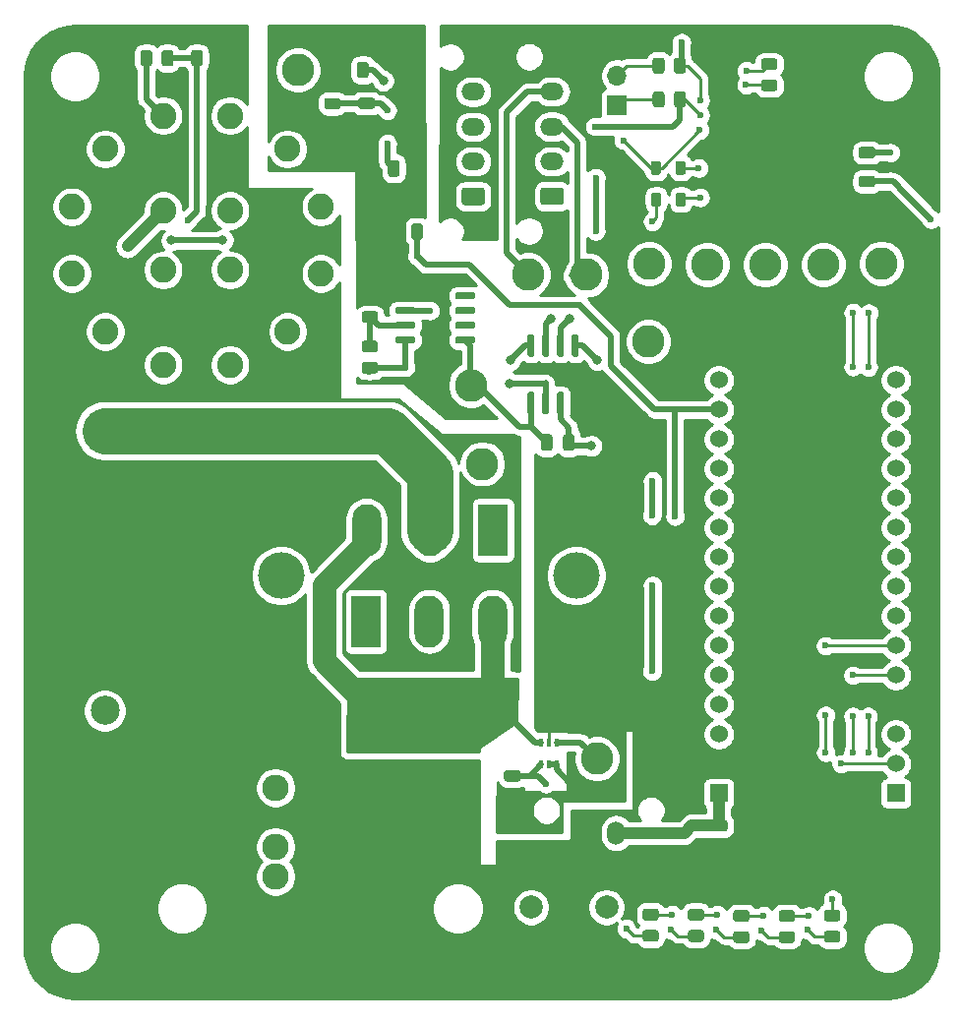
<source format=gbr>
%TF.GenerationSoftware,KiCad,Pcbnew,5.1.7-a382d34a8~88~ubuntu18.04.1*%
%TF.CreationDate,2020-12-16T11:34:57-06:00*%
%TF.ProjectId,IV Curve Tracer,49562043-7572-4766-9520-547261636572,1.1*%
%TF.SameCoordinates,Original*%
%TF.FileFunction,Copper,L2,Bot*%
%TF.FilePolarity,Positive*%
%FSLAX46Y46*%
G04 Gerber Fmt 4.6, Leading zero omitted, Abs format (unit mm)*
G04 Created by KiCad (PCBNEW 5.1.7-a382d34a8~88~ubuntu18.04.1) date 2020-12-16 11:34:57*
%MOMM*%
%LPD*%
G01*
G04 APERTURE LIST*
%TA.AperFunction,ComponentPad*%
%ADD10C,2.800000*%
%TD*%
%TA.AperFunction,ComponentPad*%
%ADD11C,4.000000*%
%TD*%
%TA.AperFunction,ComponentPad*%
%ADD12O,1.500000X2.020000*%
%TD*%
%TA.AperFunction,SMDPad,CuDef*%
%ADD13R,0.400000X0.700000*%
%TD*%
%TA.AperFunction,ComponentPad*%
%ADD14C,2.250000*%
%TD*%
%TA.AperFunction,ComponentPad*%
%ADD15C,1.530000*%
%TD*%
%TA.AperFunction,ComponentPad*%
%ADD16R,1.530000X1.530000*%
%TD*%
%TA.AperFunction,ComponentPad*%
%ADD17C,2.000000*%
%TD*%
%TA.AperFunction,SMDPad,CuDef*%
%ADD18R,3.400000X1.800000*%
%TD*%
%TA.AperFunction,ComponentPad*%
%ADD19R,2.500000X4.500000*%
%TD*%
%TA.AperFunction,ComponentPad*%
%ADD20O,2.500000X4.500000*%
%TD*%
%TA.AperFunction,ComponentPad*%
%ADD21O,1.700000X1.700000*%
%TD*%
%TA.AperFunction,ComponentPad*%
%ADD22R,1.700000X1.700000*%
%TD*%
%TA.AperFunction,ComponentPad*%
%ADD23O,2.020000X1.500000*%
%TD*%
%TA.AperFunction,ComponentPad*%
%ADD24C,2.286000*%
%TD*%
%TA.AperFunction,ComponentPad*%
%ADD25C,2.500000*%
%TD*%
%TA.AperFunction,ViaPad*%
%ADD26C,0.800000*%
%TD*%
%TA.AperFunction,ViaPad*%
%ADD27C,0.600000*%
%TD*%
%TA.AperFunction,ViaPad*%
%ADD28C,2.700000*%
%TD*%
%TA.AperFunction,Conductor*%
%ADD29C,0.500000*%
%TD*%
%TA.AperFunction,Conductor*%
%ADD30C,0.250000*%
%TD*%
%TA.AperFunction,Conductor*%
%ADD31C,1.000000*%
%TD*%
%TA.AperFunction,Conductor*%
%ADD32C,4.000000*%
%TD*%
%TA.AperFunction,Conductor*%
%ADD33C,2.000000*%
%TD*%
%TA.AperFunction,Conductor*%
%ADD34C,0.254000*%
%TD*%
%TA.AperFunction,Conductor*%
%ADD35C,0.100000*%
%TD*%
G04 APERTURE END LIST*
D10*
%TO.P,TP5,1*%
%TO.N,/Gate*%
X60070000Y-58360000D03*
%TD*%
D11*
%TO.P,HS1,1*%
%TO.N,N/C*%
X68130000Y-67980000D03*
X42730000Y-67980000D03*
%TD*%
%TO.P,U4,1*%
%TO.N,Net-(C5-Pad1)*%
%TA.AperFunction,SMDPad,CuDef*%
G36*
G01*
X64095000Y-47210000D02*
X64395000Y-47210000D01*
G75*
G02*
X64545000Y-47360000I0J-150000D01*
G01*
X64545000Y-49010000D01*
G75*
G02*
X64395000Y-49160000I-150000J0D01*
G01*
X64095000Y-49160000D01*
G75*
G02*
X63945000Y-49010000I0J150000D01*
G01*
X63945000Y-47360000D01*
G75*
G02*
X64095000Y-47210000I150000J0D01*
G01*
G37*
%TD.AperFunction*%
%TO.P,U4,2*%
%TO.N,Net-(C4-Pad2)*%
%TA.AperFunction,SMDPad,CuDef*%
G36*
G01*
X65365000Y-47210000D02*
X65665000Y-47210000D01*
G75*
G02*
X65815000Y-47360000I0J-150000D01*
G01*
X65815000Y-49010000D01*
G75*
G02*
X65665000Y-49160000I-150000J0D01*
G01*
X65365000Y-49160000D01*
G75*
G02*
X65215000Y-49010000I0J150000D01*
G01*
X65215000Y-47360000D01*
G75*
G02*
X65365000Y-47210000I150000J0D01*
G01*
G37*
%TD.AperFunction*%
%TO.P,U4,3*%
%TO.N,Net-(C4-Pad1)*%
%TA.AperFunction,SMDPad,CuDef*%
G36*
G01*
X66635000Y-47210000D02*
X66935000Y-47210000D01*
G75*
G02*
X67085000Y-47360000I0J-150000D01*
G01*
X67085000Y-49010000D01*
G75*
G02*
X66935000Y-49160000I-150000J0D01*
G01*
X66635000Y-49160000D01*
G75*
G02*
X66485000Y-49010000I0J150000D01*
G01*
X66485000Y-47360000D01*
G75*
G02*
X66635000Y-47210000I150000J0D01*
G01*
G37*
%TD.AperFunction*%
%TO.P,U4,4*%
%TO.N,-10V*%
%TA.AperFunction,SMDPad,CuDef*%
G36*
G01*
X67905000Y-47210000D02*
X68205000Y-47210000D01*
G75*
G02*
X68355000Y-47360000I0J-150000D01*
G01*
X68355000Y-49010000D01*
G75*
G02*
X68205000Y-49160000I-150000J0D01*
G01*
X67905000Y-49160000D01*
G75*
G02*
X67755000Y-49010000I0J150000D01*
G01*
X67755000Y-47360000D01*
G75*
G02*
X67905000Y-47210000I150000J0D01*
G01*
G37*
%TD.AperFunction*%
%TO.P,U4,5*%
%TO.N,GND*%
%TA.AperFunction,SMDPad,CuDef*%
G36*
G01*
X67905000Y-52160000D02*
X68205000Y-52160000D01*
G75*
G02*
X68355000Y-52310000I0J-150000D01*
G01*
X68355000Y-53960000D01*
G75*
G02*
X68205000Y-54110000I-150000J0D01*
G01*
X67905000Y-54110000D01*
G75*
G02*
X67755000Y-53960000I0J150000D01*
G01*
X67755000Y-52310000D01*
G75*
G02*
X67905000Y-52160000I150000J0D01*
G01*
G37*
%TD.AperFunction*%
%TO.P,U4,6*%
%TO.N,+5V*%
%TA.AperFunction,SMDPad,CuDef*%
G36*
G01*
X66635000Y-52160000D02*
X66935000Y-52160000D01*
G75*
G02*
X67085000Y-52310000I0J-150000D01*
G01*
X67085000Y-53960000D01*
G75*
G02*
X66935000Y-54110000I-150000J0D01*
G01*
X66635000Y-54110000D01*
G75*
G02*
X66485000Y-53960000I0J150000D01*
G01*
X66485000Y-52310000D01*
G75*
G02*
X66635000Y-52160000I150000J0D01*
G01*
G37*
%TD.AperFunction*%
%TO.P,U4,7*%
%TO.N,Net-(C5-Pad2)*%
%TA.AperFunction,SMDPad,CuDef*%
G36*
G01*
X65365000Y-52160000D02*
X65665000Y-52160000D01*
G75*
G02*
X65815000Y-52310000I0J-150000D01*
G01*
X65815000Y-53960000D01*
G75*
G02*
X65665000Y-54110000I-150000J0D01*
G01*
X65365000Y-54110000D01*
G75*
G02*
X65215000Y-53960000I0J150000D01*
G01*
X65215000Y-52310000D01*
G75*
G02*
X65365000Y-52160000I150000J0D01*
G01*
G37*
%TD.AperFunction*%
%TO.P,U4,8*%
%TO.N,+10V*%
%TA.AperFunction,SMDPad,CuDef*%
G36*
G01*
X64095000Y-52160000D02*
X64395000Y-52160000D01*
G75*
G02*
X64545000Y-52310000I0J-150000D01*
G01*
X64545000Y-53960000D01*
G75*
G02*
X64395000Y-54110000I-150000J0D01*
G01*
X64095000Y-54110000D01*
G75*
G02*
X63945000Y-53960000I0J150000D01*
G01*
X63945000Y-52310000D01*
G75*
G02*
X64095000Y-52160000I150000J0D01*
G01*
G37*
%TD.AperFunction*%
%TD*%
%TO.P,J0,1*%
%TO.N,GND*%
%TA.AperFunction,ComponentPad*%
G36*
G01*
X67830000Y-90900000D02*
X67830000Y-89380000D01*
G75*
G02*
X68080000Y-89130000I250000J0D01*
G01*
X69080000Y-89130000D01*
G75*
G02*
X69330000Y-89380000I0J-250000D01*
G01*
X69330000Y-90900000D01*
G75*
G02*
X69080000Y-91150000I-250000J0D01*
G01*
X68080000Y-91150000D01*
G75*
G02*
X67830000Y-90900000I0J250000D01*
G01*
G37*
%TD.AperFunction*%
D12*
%TO.P,J0,2*%
%TO.N,+9V*%
X71580000Y-90140000D03*
%TD*%
%TO.P,CB_2,2*%
%TO.N,GND*%
%TA.AperFunction,SMDPad,CuDef*%
G36*
G01*
X49635000Y-28730000D02*
X50585000Y-28730000D01*
G75*
G02*
X50835000Y-28980000I0J-250000D01*
G01*
X50835000Y-29480000D01*
G75*
G02*
X50585000Y-29730000I-250000J0D01*
G01*
X49635000Y-29730000D01*
G75*
G02*
X49385000Y-29480000I0J250000D01*
G01*
X49385000Y-28980000D01*
G75*
G02*
X49635000Y-28730000I250000J0D01*
G01*
G37*
%TD.AperFunction*%
%TO.P,CB_2,1*%
%TO.N,Net-(CA_2-Pad1)*%
%TA.AperFunction,SMDPad,CuDef*%
G36*
G01*
X49635000Y-26830000D02*
X50585000Y-26830000D01*
G75*
G02*
X50835000Y-27080000I0J-250000D01*
G01*
X50835000Y-27580000D01*
G75*
G02*
X50585000Y-27830000I-250000J0D01*
G01*
X49635000Y-27830000D01*
G75*
G02*
X49385000Y-27580000I0J250000D01*
G01*
X49385000Y-27080000D01*
G75*
G02*
X49635000Y-26830000I250000J0D01*
G01*
G37*
%TD.AperFunction*%
%TD*%
%TO.P,CA_2,2*%
%TO.N,GND*%
%TA.AperFunction,SMDPad,CuDef*%
G36*
G01*
X51040000Y-32465000D02*
X51040000Y-33415000D01*
G75*
G02*
X50790000Y-33665000I-250000J0D01*
G01*
X50290000Y-33665000D01*
G75*
G02*
X50040000Y-33415000I0J250000D01*
G01*
X50040000Y-32465000D01*
G75*
G02*
X50290000Y-32215000I250000J0D01*
G01*
X50790000Y-32215000D01*
G75*
G02*
X51040000Y-32465000I0J-250000D01*
G01*
G37*
%TD.AperFunction*%
%TO.P,CA_2,1*%
%TO.N,Net-(CA_2-Pad1)*%
%TA.AperFunction,SMDPad,CuDef*%
G36*
G01*
X52940000Y-32465000D02*
X52940000Y-33415000D01*
G75*
G02*
X52690000Y-33665000I-250000J0D01*
G01*
X52190000Y-33665000D01*
G75*
G02*
X51940000Y-33415000I0J250000D01*
G01*
X51940000Y-32465000D01*
G75*
G02*
X52190000Y-32215000I250000J0D01*
G01*
X52690000Y-32215000D01*
G75*
G02*
X52940000Y-32465000I0J-250000D01*
G01*
G37*
%TD.AperFunction*%
%TD*%
%TO.P,C0,1*%
%TO.N,+9V*%
%TA.AperFunction,SMDPad,CuDef*%
G36*
G01*
X79995000Y-89010000D02*
X80945000Y-89010000D01*
G75*
G02*
X81195000Y-89260000I0J-250000D01*
G01*
X81195000Y-89760000D01*
G75*
G02*
X80945000Y-90010000I-250000J0D01*
G01*
X79995000Y-90010000D01*
G75*
G02*
X79745000Y-89760000I0J250000D01*
G01*
X79745000Y-89260000D01*
G75*
G02*
X79995000Y-89010000I250000J0D01*
G01*
G37*
%TD.AperFunction*%
%TO.P,C0,2*%
%TO.N,GND*%
%TA.AperFunction,SMDPad,CuDef*%
G36*
G01*
X79995000Y-90910000D02*
X80945000Y-90910000D01*
G75*
G02*
X81195000Y-91160000I0J-250000D01*
G01*
X81195000Y-91660000D01*
G75*
G02*
X80945000Y-91910000I-250000J0D01*
G01*
X79995000Y-91910000D01*
G75*
G02*
X79745000Y-91660000I0J250000D01*
G01*
X79745000Y-91160000D01*
G75*
G02*
X79995000Y-90910000I250000J0D01*
G01*
G37*
%TD.AperFunction*%
%TD*%
D13*
%TO.P,U2,1*%
%TO.N,GND*%
X66440000Y-84240000D03*
%TO.P,U2,2*%
X65790000Y-84240000D03*
%TO.P,U2,3*%
%TO.N,+3V3*%
X65140000Y-84240000D03*
%TO.P,U2,4*%
%TO.N,/+Current_Sense*%
X65140000Y-82340000D03*
%TO.P,U2,6*%
%TO.N,/Array_Current*%
X66440000Y-82340000D03*
%TO.P,U2,5*%
%TO.N,GND*%
X65790000Y-82340000D03*
%TD*%
D14*
%TO.P,SW2,13*%
%TO.N,Net-(F1-Pad1)*%
X32587110Y-36547000D03*
%TO.P,SW2,16*%
%TO.N,N/C*%
X32587110Y-41673010D03*
%TO.P,SW2,15*%
X38332890Y-41673010D03*
%TO.P,SW2,14*%
%TO.N,/Voltage_Sense*%
X38332890Y-36546990D03*
%TO.P,SW2,3*%
%TO.N,Net-(R13-Pad1)*%
X32587110Y-28388200D03*
%TO.P,SW2,2*%
%TO.N,Net-(R11-Pad1)*%
X27611110Y-31261110D03*
%TO.P,SW2,1*%
%TO.N,Net-(SW2-Pad1)*%
X24738200Y-36237110D03*
%TO.P,SW2,12*%
%TO.N,N/C*%
X24738200Y-41982890D03*
%TO.P,SW2,11*%
X27611110Y-46958890D03*
%TO.P,SW2,10*%
X32587110Y-49831800D03*
%TO.P,SW2,9*%
%TO.N,Net-(R13-Pad2)*%
X38332890Y-49831800D03*
%TO.P,SW2,8*%
%TO.N,Net-(R11-Pad2)*%
X43308890Y-46958890D03*
%TO.P,SW2,7*%
%TO.N,Net-(SW2-Pad1)*%
X46181800Y-41982890D03*
%TO.P,SW2,6*%
%TO.N,N/C*%
X46181800Y-36237110D03*
%TO.P,SW2,5*%
X43308890Y-31261110D03*
%TO.P,SW2,4*%
X38332890Y-28388200D03*
%TD*%
%TO.P,U5,1*%
%TO.N,/Gate*%
%TA.AperFunction,SMDPad,CuDef*%
G36*
G01*
X52560000Y-47865000D02*
X52560000Y-47565000D01*
G75*
G02*
X52710000Y-47415000I150000J0D01*
G01*
X54160000Y-47415000D01*
G75*
G02*
X54310000Y-47565000I0J-150000D01*
G01*
X54310000Y-47865000D01*
G75*
G02*
X54160000Y-48015000I-150000J0D01*
G01*
X52710000Y-48015000D01*
G75*
G02*
X52560000Y-47865000I0J150000D01*
G01*
G37*
%TD.AperFunction*%
%TO.P,U5,2*%
%TO.N,Net-(R10-Pad1)*%
%TA.AperFunction,SMDPad,CuDef*%
G36*
G01*
X52560000Y-46595000D02*
X52560000Y-46295000D01*
G75*
G02*
X52710000Y-46145000I150000J0D01*
G01*
X54160000Y-46145000D01*
G75*
G02*
X54310000Y-46295000I0J-150000D01*
G01*
X54310000Y-46595000D01*
G75*
G02*
X54160000Y-46745000I-150000J0D01*
G01*
X52710000Y-46745000D01*
G75*
G02*
X52560000Y-46595000I0J150000D01*
G01*
G37*
%TD.AperFunction*%
%TO.P,U5,3*%
%TO.N,/DAC_Control*%
%TA.AperFunction,SMDPad,CuDef*%
G36*
G01*
X52560000Y-45325000D02*
X52560000Y-45025000D01*
G75*
G02*
X52710000Y-44875000I150000J0D01*
G01*
X54160000Y-44875000D01*
G75*
G02*
X54310000Y-45025000I0J-150000D01*
G01*
X54310000Y-45325000D01*
G75*
G02*
X54160000Y-45475000I-150000J0D01*
G01*
X52710000Y-45475000D01*
G75*
G02*
X52560000Y-45325000I0J150000D01*
G01*
G37*
%TD.AperFunction*%
%TO.P,U5,4*%
%TO.N,GND*%
%TA.AperFunction,SMDPad,CuDef*%
G36*
G01*
X52560000Y-44055000D02*
X52560000Y-43755000D01*
G75*
G02*
X52710000Y-43605000I150000J0D01*
G01*
X54160000Y-43605000D01*
G75*
G02*
X54310000Y-43755000I0J-150000D01*
G01*
X54310000Y-44055000D01*
G75*
G02*
X54160000Y-44205000I-150000J0D01*
G01*
X52710000Y-44205000D01*
G75*
G02*
X52560000Y-44055000I0J150000D01*
G01*
G37*
%TD.AperFunction*%
%TO.P,U5,5*%
%TO.N,Net-(U5-Pad5)*%
%TA.AperFunction,SMDPad,CuDef*%
G36*
G01*
X57710000Y-44055000D02*
X57710000Y-43755000D01*
G75*
G02*
X57860000Y-43605000I150000J0D01*
G01*
X59310000Y-43605000D01*
G75*
G02*
X59460000Y-43755000I0J-150000D01*
G01*
X59460000Y-44055000D01*
G75*
G02*
X59310000Y-44205000I-150000J0D01*
G01*
X57860000Y-44205000D01*
G75*
G02*
X57710000Y-44055000I0J150000D01*
G01*
G37*
%TD.AperFunction*%
%TO.P,U5,6*%
%TO.N,Net-(U5-Pad6)*%
%TA.AperFunction,SMDPad,CuDef*%
G36*
G01*
X57710000Y-45325000D02*
X57710000Y-45025000D01*
G75*
G02*
X57860000Y-44875000I150000J0D01*
G01*
X59310000Y-44875000D01*
G75*
G02*
X59460000Y-45025000I0J-150000D01*
G01*
X59460000Y-45325000D01*
G75*
G02*
X59310000Y-45475000I-150000J0D01*
G01*
X57860000Y-45475000D01*
G75*
G02*
X57710000Y-45325000I0J150000D01*
G01*
G37*
%TD.AperFunction*%
%TO.P,U5,7*%
%TO.N,Net-(U5-Pad7)*%
%TA.AperFunction,SMDPad,CuDef*%
G36*
G01*
X57710000Y-46595000D02*
X57710000Y-46295000D01*
G75*
G02*
X57860000Y-46145000I150000J0D01*
G01*
X59310000Y-46145000D01*
G75*
G02*
X59460000Y-46295000I0J-150000D01*
G01*
X59460000Y-46595000D01*
G75*
G02*
X59310000Y-46745000I-150000J0D01*
G01*
X57860000Y-46745000D01*
G75*
G02*
X57710000Y-46595000I0J150000D01*
G01*
G37*
%TD.AperFunction*%
%TO.P,U5,8*%
%TO.N,+10V*%
%TA.AperFunction,SMDPad,CuDef*%
G36*
G01*
X57710000Y-47865000D02*
X57710000Y-47565000D01*
G75*
G02*
X57860000Y-47415000I150000J0D01*
G01*
X59310000Y-47415000D01*
G75*
G02*
X59460000Y-47565000I0J-150000D01*
G01*
X59460000Y-47865000D01*
G75*
G02*
X59310000Y-48015000I-150000J0D01*
G01*
X57860000Y-48015000D01*
G75*
G02*
X57710000Y-47865000I0J150000D01*
G01*
G37*
%TD.AperFunction*%
%TD*%
D15*
%TO.P,U1,15*%
%TO.N,Net-(U1-Pad15)*%
X95660000Y-51155000D03*
%TO.P,U1,14*%
%TO.N,Net-(U1-Pad14)*%
X95660000Y-53695000D03*
%TO.P,U1,13*%
%TO.N,Net-(U1-Pad13)*%
X95660000Y-56235000D03*
%TO.P,U1,12*%
%TO.N,/CAN_Rx*%
X95660000Y-58775000D03*
%TO.P,U1,11*%
%TO.N,Net-(U1-Pad11)*%
X95660000Y-61315000D03*
%TO.P,U1,10*%
%TO.N,Net-(U1-Pad10)*%
X95660000Y-63855000D03*
%TO.P,U1,9*%
%TO.N,Net-(U1-Pad9)*%
X95660000Y-66395000D03*
%TO.P,U1,8*%
%TO.N,Net-(U1-Pad8)*%
X95660000Y-68935000D03*
%TO.P,U1,7*%
%TO.N,Net-(U1-Pad7)*%
X95660000Y-71475000D03*
%TO.P,U1,6*%
%TO.N,/Heartbeat*%
X95660000Y-74015000D03*
%TO.P,U1,5*%
%TO.N,/CAN_Tx*%
X95660000Y-76555000D03*
%TO.P,U1,4*%
%TO.N,GND*%
X95660000Y-79095000D03*
%TO.P,U1,3*%
%TO.N,/Reset*%
X95660000Y-81635000D03*
%TO.P,U1,2*%
%TO.N,/Scanning*%
X95660000Y-84175000D03*
D16*
%TO.P,U1,1*%
%TO.N,/Error*%
X95660000Y-86715000D03*
D15*
%TO.P,U1,16*%
%TO.N,Net-(U1-Pad16)*%
X80420000Y-51155000D03*
%TO.P,U1,17*%
%TO.N,+3V3*%
X80420000Y-53695000D03*
%TO.P,U1,18*%
%TO.N,Net-(U1-Pad18)*%
X80420000Y-56235000D03*
%TO.P,U1,19*%
%TO.N,/Array_Voltage*%
X80420000Y-58775000D03*
%TO.P,U1,20*%
%TO.N,/DAC_Control*%
X80420000Y-61315000D03*
%TO.P,U1,21*%
%TO.N,Net-(U1-Pad21)*%
X80420000Y-63855000D03*
%TO.P,U1,22*%
%TO.N,Net-(U1-Pad22)*%
X80420000Y-66395000D03*
%TO.P,U1,23*%
%TO.N,Net-(U1-Pad23)*%
X80420000Y-68935000D03*
%TO.P,U1,24*%
%TO.N,Net-(U1-Pad24)*%
X80420000Y-71475000D03*
%TO.P,U1,25*%
%TO.N,/Array_Current*%
X80420000Y-74015000D03*
%TO.P,U1,26*%
%TO.N,Net-(U1-Pad26)*%
X80420000Y-76555000D03*
%TO.P,U1,27*%
%TO.N,+5V*%
X80420000Y-79095000D03*
%TO.P,U1,28*%
%TO.N,/Reset*%
X80420000Y-81635000D03*
%TO.P,U1,29*%
%TO.N,GND*%
X80420000Y-84175000D03*
D16*
%TO.P,U1,30*%
%TO.N,+9V*%
X80420000Y-86715000D03*
%TD*%
D10*
%TO.P,TP14,1*%
%TO.N,Net-(J2-Pad4)*%
X64000000Y-42070000D03*
%TD*%
%TO.P,TP13,1*%
%TO.N,Net-(J2-Pad3)*%
X69040000Y-42100000D03*
%TD*%
%TO.P,TP12,1*%
%TO.N,Net-(C13-Pad2)*%
X84400000Y-41240000D03*
%TD*%
%TO.P,TP11,1*%
%TO.N,Net-(C14-Pad2)*%
X74360000Y-47830000D03*
%TD*%
%TO.P,TP10,1*%
%TO.N,Net-(C14-Pad1)*%
X74400000Y-41140000D03*
%TD*%
%TO.P,TP9,1*%
%TO.N,Net-(C13-Pad1)*%
X79390000Y-41210000D03*
%TD*%
%TO.P,TP8,1*%
%TO.N,/CAN_Rx*%
X94430000Y-41090000D03*
%TD*%
%TO.P,TP7,1*%
%TO.N,/CAN_Tx*%
X89430000Y-41220000D03*
%TD*%
%TO.P,TP6,1*%
%TO.N,GND*%
X26340000Y-89090000D03*
%TD*%
%TO.P,TP4,1*%
%TO.N,+10V*%
X59080000Y-51600000D03*
%TD*%
%TO.P,TP3,1*%
%TO.N,/Array_Voltage*%
X44180000Y-24460000D03*
%TD*%
%TO.P,TP2,1*%
%TO.N,/Array_Current*%
X69930000Y-83740000D03*
%TD*%
%TO.P,TP1,1*%
%TO.N,GND*%
X75400000Y-83790000D03*
%TD*%
D17*
%TO.P,SW1,2*%
%TO.N,/Reset*%
X70750000Y-96530000D03*
%TO.P,SW1,1*%
%TO.N,GND*%
X70750000Y-101030000D03*
%TO.P,SW1,2*%
%TO.N,/Reset*%
X64250000Y-96530000D03*
%TO.P,SW1,1*%
%TO.N,GND*%
X64250000Y-101030000D03*
%TD*%
%TO.P,R18,2*%
%TO.N,Net-(JP1-Pad2)*%
%TA.AperFunction,SMDPad,CuDef*%
G36*
G01*
X75750000Y-23639999D02*
X75750000Y-24540001D01*
G75*
G02*
X75500001Y-24790000I-249999J0D01*
G01*
X74974999Y-24790000D01*
G75*
G02*
X74725000Y-24540001I0J249999D01*
G01*
X74725000Y-23639999D01*
G75*
G02*
X74974999Y-23390000I249999J0D01*
G01*
X75500001Y-23390000D01*
G75*
G02*
X75750000Y-23639999I0J-249999D01*
G01*
G37*
%TD.AperFunction*%
%TO.P,R18,1*%
%TO.N,Net-(J2-Pad4)*%
%TA.AperFunction,SMDPad,CuDef*%
G36*
G01*
X77575000Y-23639999D02*
X77575000Y-24540001D01*
G75*
G02*
X77325001Y-24790000I-249999J0D01*
G01*
X76799999Y-24790000D01*
G75*
G02*
X76550000Y-24540001I0J249999D01*
G01*
X76550000Y-23639999D01*
G75*
G02*
X76799999Y-23390000I249999J0D01*
G01*
X77325001Y-23390000D01*
G75*
G02*
X77575000Y-23639999I0J-249999D01*
G01*
G37*
%TD.AperFunction*%
%TD*%
%TO.P,R17,2*%
%TO.N,Net-(J2-Pad3)*%
%TA.AperFunction,SMDPad,CuDef*%
G36*
G01*
X76550000Y-27440001D02*
X76550000Y-26539999D01*
G75*
G02*
X76799999Y-26290000I249999J0D01*
G01*
X77325001Y-26290000D01*
G75*
G02*
X77575000Y-26539999I0J-249999D01*
G01*
X77575000Y-27440001D01*
G75*
G02*
X77325001Y-27690000I-249999J0D01*
G01*
X76799999Y-27690000D01*
G75*
G02*
X76550000Y-27440001I0J249999D01*
G01*
G37*
%TD.AperFunction*%
%TO.P,R17,1*%
%TO.N,Net-(JP1-Pad1)*%
%TA.AperFunction,SMDPad,CuDef*%
G36*
G01*
X74725000Y-27440001D02*
X74725000Y-26539999D01*
G75*
G02*
X74974999Y-26290000I249999J0D01*
G01*
X75500001Y-26290000D01*
G75*
G02*
X75750000Y-26539999I0J-249999D01*
G01*
X75750000Y-27440001D01*
G75*
G02*
X75500001Y-27690000I-249999J0D01*
G01*
X74974999Y-27690000D01*
G75*
G02*
X74725000Y-27440001I0J249999D01*
G01*
G37*
%TD.AperFunction*%
%TD*%
%TO.P,R16,2*%
%TO.N,Net-(R16-Pad2)*%
%TA.AperFunction,SMDPad,CuDef*%
G36*
G01*
X84309999Y-25277500D02*
X85210001Y-25277500D01*
G75*
G02*
X85460000Y-25527499I0J-249999D01*
G01*
X85460000Y-26052501D01*
G75*
G02*
X85210001Y-26302500I-249999J0D01*
G01*
X84309999Y-26302500D01*
G75*
G02*
X84060000Y-26052501I0J249999D01*
G01*
X84060000Y-25527499D01*
G75*
G02*
X84309999Y-25277500I249999J0D01*
G01*
G37*
%TD.AperFunction*%
%TO.P,R16,1*%
%TO.N,Net-(C14-Pad2)*%
%TA.AperFunction,SMDPad,CuDef*%
G36*
G01*
X84309999Y-23452500D02*
X85210001Y-23452500D01*
G75*
G02*
X85460000Y-23702499I0J-249999D01*
G01*
X85460000Y-24227501D01*
G75*
G02*
X85210001Y-24477500I-249999J0D01*
G01*
X84309999Y-24477500D01*
G75*
G02*
X84060000Y-24227501I0J249999D01*
G01*
X84060000Y-23702499D01*
G75*
G02*
X84309999Y-23452500I249999J0D01*
G01*
G37*
%TD.AperFunction*%
%TD*%
D18*
%TO.P,R15,1*%
%TO.N,GND*%
X56270000Y-88390000D03*
%TO.P,R15,2*%
%TO.N,/+Current_Sense*%
X56270000Y-80290000D03*
%TD*%
%TO.P,R14,2*%
%TO.N,GND*%
%TA.AperFunction,SMDPad,CuDef*%
G36*
G01*
X36812500Y-23890001D02*
X36812500Y-22989999D01*
G75*
G02*
X37062499Y-22740000I249999J0D01*
G01*
X37587501Y-22740000D01*
G75*
G02*
X37837500Y-22989999I0J-249999D01*
G01*
X37837500Y-23890001D01*
G75*
G02*
X37587501Y-24140000I-249999J0D01*
G01*
X37062499Y-24140000D01*
G75*
G02*
X36812500Y-23890001I0J249999D01*
G01*
G37*
%TD.AperFunction*%
%TO.P,R14,1*%
%TO.N,Net-(R13-Pad2)*%
%TA.AperFunction,SMDPad,CuDef*%
G36*
G01*
X34987500Y-23890001D02*
X34987500Y-22989999D01*
G75*
G02*
X35237499Y-22740000I249999J0D01*
G01*
X35762501Y-22740000D01*
G75*
G02*
X36012500Y-22989999I0J-249999D01*
G01*
X36012500Y-23890001D01*
G75*
G02*
X35762501Y-24140000I-249999J0D01*
G01*
X35237499Y-24140000D01*
G75*
G02*
X34987500Y-23890001I0J249999D01*
G01*
G37*
%TD.AperFunction*%
%TD*%
%TO.P,R13,2*%
%TO.N,Net-(R13-Pad2)*%
%TA.AperFunction,SMDPad,CuDef*%
G36*
G01*
X32460000Y-23890001D02*
X32460000Y-22989999D01*
G75*
G02*
X32709999Y-22740000I249999J0D01*
G01*
X33235001Y-22740000D01*
G75*
G02*
X33485000Y-22989999I0J-249999D01*
G01*
X33485000Y-23890001D01*
G75*
G02*
X33235001Y-24140000I-249999J0D01*
G01*
X32709999Y-24140000D01*
G75*
G02*
X32460000Y-23890001I0J249999D01*
G01*
G37*
%TD.AperFunction*%
%TO.P,R13,1*%
%TO.N,Net-(R13-Pad1)*%
%TA.AperFunction,SMDPad,CuDef*%
G36*
G01*
X30635000Y-23890001D02*
X30635000Y-22989999D01*
G75*
G02*
X30884999Y-22740000I249999J0D01*
G01*
X31410001Y-22740000D01*
G75*
G02*
X31660000Y-22989999I0J-249999D01*
G01*
X31660000Y-23890001D01*
G75*
G02*
X31410001Y-24140000I-249999J0D01*
G01*
X30884999Y-24140000D01*
G75*
G02*
X30635000Y-23890001I0J249999D01*
G01*
G37*
%TD.AperFunction*%
%TD*%
%TO.P,R10,1*%
%TO.N,Net-(R10-Pad1)*%
%TA.AperFunction,SMDPad,CuDef*%
G36*
G01*
X50830001Y-46232500D02*
X49929999Y-46232500D01*
G75*
G02*
X49680000Y-45982501I0J249999D01*
G01*
X49680000Y-45457499D01*
G75*
G02*
X49929999Y-45207500I249999J0D01*
G01*
X50830001Y-45207500D01*
G75*
G02*
X51080000Y-45457499I0J-249999D01*
G01*
X51080000Y-45982501D01*
G75*
G02*
X50830001Y-46232500I-249999J0D01*
G01*
G37*
%TD.AperFunction*%
%TO.P,R10,2*%
%TO.N,GND*%
%TA.AperFunction,SMDPad,CuDef*%
G36*
G01*
X50830001Y-44407500D02*
X49929999Y-44407500D01*
G75*
G02*
X49680000Y-44157501I0J249999D01*
G01*
X49680000Y-43632499D01*
G75*
G02*
X49929999Y-43382500I249999J0D01*
G01*
X50830001Y-43382500D01*
G75*
G02*
X51080000Y-43632499I0J-249999D01*
G01*
X51080000Y-44157501D01*
G75*
G02*
X50830001Y-44407500I-249999J0D01*
G01*
G37*
%TD.AperFunction*%
%TD*%
%TO.P,R9,1*%
%TO.N,/Gate*%
%TA.AperFunction,SMDPad,CuDef*%
G36*
G01*
X50830001Y-50607500D02*
X49929999Y-50607500D01*
G75*
G02*
X49680000Y-50357501I0J249999D01*
G01*
X49680000Y-49832499D01*
G75*
G02*
X49929999Y-49582500I249999J0D01*
G01*
X50830001Y-49582500D01*
G75*
G02*
X51080000Y-49832499I0J-249999D01*
G01*
X51080000Y-50357501D01*
G75*
G02*
X50830001Y-50607500I-249999J0D01*
G01*
G37*
%TD.AperFunction*%
%TO.P,R9,2*%
%TO.N,Net-(R10-Pad1)*%
%TA.AperFunction,SMDPad,CuDef*%
G36*
G01*
X50830001Y-48782500D02*
X49929999Y-48782500D01*
G75*
G02*
X49680000Y-48532501I0J249999D01*
G01*
X49680000Y-48007499D01*
G75*
G02*
X49929999Y-47757500I249999J0D01*
G01*
X50830001Y-47757500D01*
G75*
G02*
X51080000Y-48007499I0J-249999D01*
G01*
X51080000Y-48532501D01*
G75*
G02*
X50830001Y-48782500I-249999J0D01*
G01*
G37*
%TD.AperFunction*%
%TD*%
%TO.P,R7,2*%
%TO.N,GND*%
%TA.AperFunction,SMDPad,CuDef*%
G36*
G01*
X48460000Y-24009999D02*
X48460000Y-24910001D01*
G75*
G02*
X48210001Y-25160000I-249999J0D01*
G01*
X47684999Y-25160000D01*
G75*
G02*
X47435000Y-24910001I0J249999D01*
G01*
X47435000Y-24009999D01*
G75*
G02*
X47684999Y-23760000I249999J0D01*
G01*
X48210001Y-23760000D01*
G75*
G02*
X48460000Y-24009999I0J-249999D01*
G01*
G37*
%TD.AperFunction*%
%TO.P,R7,1*%
%TO.N,Net-(R7-Pad1)*%
%TA.AperFunction,SMDPad,CuDef*%
G36*
G01*
X50285000Y-24009999D02*
X50285000Y-24910001D01*
G75*
G02*
X50035001Y-25160000I-249999J0D01*
G01*
X49509999Y-25160000D01*
G75*
G02*
X49260000Y-24910001I0J249999D01*
G01*
X49260000Y-24009999D01*
G75*
G02*
X49509999Y-23760000I249999J0D01*
G01*
X50035001Y-23760000D01*
G75*
G02*
X50285000Y-24009999I0J-249999D01*
G01*
G37*
%TD.AperFunction*%
%TD*%
%TO.P,R5,2*%
%TO.N,/Error*%
%TA.AperFunction,SMDPad,CuDef*%
G36*
G01*
X90630001Y-97757500D02*
X89729999Y-97757500D01*
G75*
G02*
X89480000Y-97507501I0J249999D01*
G01*
X89480000Y-96982499D01*
G75*
G02*
X89729999Y-96732500I249999J0D01*
G01*
X90630001Y-96732500D01*
G75*
G02*
X90880000Y-96982499I0J-249999D01*
G01*
X90880000Y-97507501D01*
G75*
G02*
X90630001Y-97757500I-249999J0D01*
G01*
G37*
%TD.AperFunction*%
%TO.P,R5,1*%
%TO.N,Net-(LED5-Pad2)*%
%TA.AperFunction,SMDPad,CuDef*%
G36*
G01*
X90630001Y-99582500D02*
X89729999Y-99582500D01*
G75*
G02*
X89480000Y-99332501I0J249999D01*
G01*
X89480000Y-98807499D01*
G75*
G02*
X89729999Y-98557500I249999J0D01*
G01*
X90630001Y-98557500D01*
G75*
G02*
X90880000Y-98807499I0J-249999D01*
G01*
X90880000Y-99332501D01*
G75*
G02*
X90630001Y-99582500I-249999J0D01*
G01*
G37*
%TD.AperFunction*%
%TD*%
%TO.P,R4,2*%
%TO.N,/CAN_Tx*%
%TA.AperFunction,SMDPad,CuDef*%
G36*
G01*
X86720001Y-97790000D02*
X85819999Y-97790000D01*
G75*
G02*
X85570000Y-97540001I0J249999D01*
G01*
X85570000Y-97014999D01*
G75*
G02*
X85819999Y-96765000I249999J0D01*
G01*
X86720001Y-96765000D01*
G75*
G02*
X86970000Y-97014999I0J-249999D01*
G01*
X86970000Y-97540001D01*
G75*
G02*
X86720001Y-97790000I-249999J0D01*
G01*
G37*
%TD.AperFunction*%
%TO.P,R4,1*%
%TO.N,Net-(LED4-Pad2)*%
%TA.AperFunction,SMDPad,CuDef*%
G36*
G01*
X86720001Y-99615000D02*
X85819999Y-99615000D01*
G75*
G02*
X85570000Y-99365001I0J249999D01*
G01*
X85570000Y-98839999D01*
G75*
G02*
X85819999Y-98590000I249999J0D01*
G01*
X86720001Y-98590000D01*
G75*
G02*
X86970000Y-98839999I0J-249999D01*
G01*
X86970000Y-99365001D01*
G75*
G02*
X86720001Y-99615000I-249999J0D01*
G01*
G37*
%TD.AperFunction*%
%TD*%
%TO.P,R3,2*%
%TO.N,/CAN_Rx*%
%TA.AperFunction,SMDPad,CuDef*%
G36*
G01*
X82810001Y-97787500D02*
X81909999Y-97787500D01*
G75*
G02*
X81660000Y-97537501I0J249999D01*
G01*
X81660000Y-97012499D01*
G75*
G02*
X81909999Y-96762500I249999J0D01*
G01*
X82810001Y-96762500D01*
G75*
G02*
X83060000Y-97012499I0J-249999D01*
G01*
X83060000Y-97537501D01*
G75*
G02*
X82810001Y-97787500I-249999J0D01*
G01*
G37*
%TD.AperFunction*%
%TO.P,R3,1*%
%TO.N,Net-(LED3-Pad2)*%
%TA.AperFunction,SMDPad,CuDef*%
G36*
G01*
X82810001Y-99612500D02*
X81909999Y-99612500D01*
G75*
G02*
X81660000Y-99362501I0J249999D01*
G01*
X81660000Y-98837499D01*
G75*
G02*
X81909999Y-98587500I249999J0D01*
G01*
X82810001Y-98587500D01*
G75*
G02*
X83060000Y-98837499I0J-249999D01*
G01*
X83060000Y-99362501D01*
G75*
G02*
X82810001Y-99612500I-249999J0D01*
G01*
G37*
%TD.AperFunction*%
%TD*%
%TO.P,R2,2*%
%TO.N,/Scanning*%
%TA.AperFunction,SMDPad,CuDef*%
G36*
G01*
X78900001Y-97687500D02*
X77999999Y-97687500D01*
G75*
G02*
X77750000Y-97437501I0J249999D01*
G01*
X77750000Y-96912499D01*
G75*
G02*
X77999999Y-96662500I249999J0D01*
G01*
X78900001Y-96662500D01*
G75*
G02*
X79150000Y-96912499I0J-249999D01*
G01*
X79150000Y-97437501D01*
G75*
G02*
X78900001Y-97687500I-249999J0D01*
G01*
G37*
%TD.AperFunction*%
%TO.P,R2,1*%
%TO.N,Net-(LED2-Pad2)*%
%TA.AperFunction,SMDPad,CuDef*%
G36*
G01*
X78900001Y-99512500D02*
X77999999Y-99512500D01*
G75*
G02*
X77750000Y-99262501I0J249999D01*
G01*
X77750000Y-98737499D01*
G75*
G02*
X77999999Y-98487500I249999J0D01*
G01*
X78900001Y-98487500D01*
G75*
G02*
X79150000Y-98737499I0J-249999D01*
G01*
X79150000Y-99262501D01*
G75*
G02*
X78900001Y-99512500I-249999J0D01*
G01*
G37*
%TD.AperFunction*%
%TD*%
%TO.P,R1,2*%
%TO.N,/Heartbeat*%
%TA.AperFunction,SMDPad,CuDef*%
G36*
G01*
X75000001Y-97670000D02*
X74099999Y-97670000D01*
G75*
G02*
X73850000Y-97420001I0J249999D01*
G01*
X73850000Y-96894999D01*
G75*
G02*
X74099999Y-96645000I249999J0D01*
G01*
X75000001Y-96645000D01*
G75*
G02*
X75250000Y-96894999I0J-249999D01*
G01*
X75250000Y-97420001D01*
G75*
G02*
X75000001Y-97670000I-249999J0D01*
G01*
G37*
%TD.AperFunction*%
%TO.P,R1,1*%
%TO.N,Net-(LED1-Pad2)*%
%TA.AperFunction,SMDPad,CuDef*%
G36*
G01*
X75000001Y-99495000D02*
X74099999Y-99495000D01*
G75*
G02*
X73850000Y-99245001I0J249999D01*
G01*
X73850000Y-98719999D01*
G75*
G02*
X74099999Y-98470000I249999J0D01*
G01*
X75000001Y-98470000D01*
G75*
G02*
X75250000Y-98719999I0J-249999D01*
G01*
X75250000Y-99245001D01*
G75*
G02*
X75000001Y-99495000I-249999J0D01*
G01*
G37*
%TD.AperFunction*%
%TD*%
D19*
%TO.P,Q2,1*%
%TO.N,/Gate*%
X61000000Y-64070000D03*
D20*
%TO.P,Q2,2*%
%TO.N,Net-(F1-Pad1)*%
X55550000Y-64070000D03*
%TO.P,Q2,3*%
%TO.N,/+Current_Sense*%
X50100000Y-64070000D03*
%TD*%
D19*
%TO.P,Q1,1*%
%TO.N,/Gate*%
X50040000Y-71930000D03*
D20*
%TO.P,Q1,2*%
%TO.N,Net-(F1-Pad1)*%
X55490000Y-71930000D03*
%TO.P,Q1,3*%
%TO.N,/+Current_Sense*%
X60940000Y-71930000D03*
%TD*%
%TO.P,L2,2*%
%TO.N,Net-(C13-Pad2)*%
%TA.AperFunction,SMDPad,CuDef*%
G36*
G01*
X76692500Y-33281250D02*
X76692500Y-32518750D01*
G75*
G02*
X76911250Y-32300000I218750J0D01*
G01*
X77348750Y-32300000D01*
G75*
G02*
X77567500Y-32518750I0J-218750D01*
G01*
X77567500Y-33281250D01*
G75*
G02*
X77348750Y-33500000I-218750J0D01*
G01*
X76911250Y-33500000D01*
G75*
G02*
X76692500Y-33281250I0J218750D01*
G01*
G37*
%TD.AperFunction*%
%TO.P,L2,1*%
%TO.N,Net-(C14-Pad2)*%
%TA.AperFunction,SMDPad,CuDef*%
G36*
G01*
X74567500Y-33281250D02*
X74567500Y-32518750D01*
G75*
G02*
X74786250Y-32300000I218750J0D01*
G01*
X75223750Y-32300000D01*
G75*
G02*
X75442500Y-32518750I0J-218750D01*
G01*
X75442500Y-33281250D01*
G75*
G02*
X75223750Y-33500000I-218750J0D01*
G01*
X74786250Y-33500000D01*
G75*
G02*
X74567500Y-33281250I0J218750D01*
G01*
G37*
%TD.AperFunction*%
%TD*%
%TO.P,L1,2*%
%TO.N,Net-(C13-Pad1)*%
%TA.AperFunction,SMDPad,CuDef*%
G36*
G01*
X76715000Y-36001250D02*
X76715000Y-35238750D01*
G75*
G02*
X76933750Y-35020000I218750J0D01*
G01*
X77371250Y-35020000D01*
G75*
G02*
X77590000Y-35238750I0J-218750D01*
G01*
X77590000Y-36001250D01*
G75*
G02*
X77371250Y-36220000I-218750J0D01*
G01*
X76933750Y-36220000D01*
G75*
G02*
X76715000Y-36001250I0J218750D01*
G01*
G37*
%TD.AperFunction*%
%TO.P,L1,1*%
%TO.N,Net-(C14-Pad1)*%
%TA.AperFunction,SMDPad,CuDef*%
G36*
G01*
X74590000Y-36001250D02*
X74590000Y-35238750D01*
G75*
G02*
X74808750Y-35020000I218750J0D01*
G01*
X75246250Y-35020000D01*
G75*
G02*
X75465000Y-35238750I0J-218750D01*
G01*
X75465000Y-36001250D01*
G75*
G02*
X75246250Y-36220000I-218750J0D01*
G01*
X74808750Y-36220000D01*
G75*
G02*
X74590000Y-36001250I0J218750D01*
G01*
G37*
%TD.AperFunction*%
%TD*%
D21*
%TO.P,JP1,2*%
%TO.N,Net-(JP1-Pad2)*%
X71660000Y-24950000D03*
D22*
%TO.P,JP1,1*%
%TO.N,Net-(JP1-Pad1)*%
X71660000Y-27490000D03*
%TD*%
D23*
%TO.P,J3,4*%
%TO.N,Net-(J2-Pad4)*%
X59280000Y-26340000D03*
%TO.P,J3,3*%
%TO.N,Net-(J2-Pad3)*%
X59280000Y-29340000D03*
%TO.P,J3,2*%
%TO.N,Net-(C14-Pad2)*%
X59280000Y-32340000D03*
%TO.P,J3,1*%
%TO.N,Net-(C14-Pad1)*%
%TA.AperFunction,ComponentPad*%
G36*
G01*
X60040000Y-36090000D02*
X58520000Y-36090000D01*
G75*
G02*
X58270000Y-35840000I0J250000D01*
G01*
X58270000Y-34840000D01*
G75*
G02*
X58520000Y-34590000I250000J0D01*
G01*
X60040000Y-34590000D01*
G75*
G02*
X60290000Y-34840000I0J-250000D01*
G01*
X60290000Y-35840000D01*
G75*
G02*
X60040000Y-36090000I-250000J0D01*
G01*
G37*
%TD.AperFunction*%
%TD*%
%TO.P,J2,4*%
%TO.N,Net-(J2-Pad4)*%
X66060000Y-26330000D03*
%TO.P,J2,3*%
%TO.N,Net-(J2-Pad3)*%
X66060000Y-29330000D03*
%TO.P,J2,2*%
%TO.N,Net-(C14-Pad2)*%
X66060000Y-32330000D03*
%TO.P,J2,1*%
%TO.N,Net-(C14-Pad1)*%
%TA.AperFunction,ComponentPad*%
G36*
G01*
X66820000Y-36080000D02*
X65300000Y-36080000D01*
G75*
G02*
X65050000Y-35830000I0J250000D01*
G01*
X65050000Y-34830000D01*
G75*
G02*
X65300000Y-34580000I250000J0D01*
G01*
X66820000Y-34580000D01*
G75*
G02*
X67070000Y-34830000I0J-250000D01*
G01*
X67070000Y-35830000D01*
G75*
G02*
X66820000Y-36080000I-250000J0D01*
G01*
G37*
%TD.AperFunction*%
%TD*%
D24*
%TO.P,J1,1*%
%TO.N,Net-(F1-Pad2)*%
X42280000Y-86230000D03*
%TO.P,J1,2*%
%TO.N,GND*%
X49900000Y-86230000D03*
%TO.P,J1,1*%
%TO.N,Net-(F1-Pad2)*%
X42280000Y-91310000D03*
X42280000Y-93850000D03*
%TO.P,J1,2*%
%TO.N,GND*%
X49900000Y-91310000D03*
X49900000Y-93850000D03*
%TD*%
D25*
%TO.P,F1,1*%
%TO.N,Net-(F1-Pad1)*%
X27570000Y-55500000D03*
%TO.P,F1,2*%
%TO.N,Net-(F1-Pad2)*%
X27570000Y-79600000D03*
%TD*%
%TO.P,D1,2*%
%TO.N,GND*%
%TA.AperFunction,SMDPad,CuDef*%
G36*
G01*
X46693750Y-28740000D02*
X47606250Y-28740000D01*
G75*
G02*
X47850000Y-28983750I0J-243750D01*
G01*
X47850000Y-29471250D01*
G75*
G02*
X47606250Y-29715000I-243750J0D01*
G01*
X46693750Y-29715000D01*
G75*
G02*
X46450000Y-29471250I0J243750D01*
G01*
X46450000Y-28983750D01*
G75*
G02*
X46693750Y-28740000I243750J0D01*
G01*
G37*
%TD.AperFunction*%
%TO.P,D1,1*%
%TO.N,Net-(CA_2-Pad1)*%
%TA.AperFunction,SMDPad,CuDef*%
G36*
G01*
X46693750Y-26865000D02*
X47606250Y-26865000D01*
G75*
G02*
X47850000Y-27108750I0J-243750D01*
G01*
X47850000Y-27596250D01*
G75*
G02*
X47606250Y-27840000I-243750J0D01*
G01*
X46693750Y-27840000D01*
G75*
G02*
X46450000Y-27596250I0J243750D01*
G01*
X46450000Y-27108750D01*
G75*
G02*
X46693750Y-26865000I243750J0D01*
G01*
G37*
%TD.AperFunction*%
%TD*%
%TO.P,C12,2*%
%TO.N,GND*%
%TA.AperFunction,SMDPad,CuDef*%
G36*
G01*
X93645000Y-30170000D02*
X92695000Y-30170000D01*
G75*
G02*
X92445000Y-29920000I0J250000D01*
G01*
X92445000Y-29420000D01*
G75*
G02*
X92695000Y-29170000I250000J0D01*
G01*
X93645000Y-29170000D01*
G75*
G02*
X93895000Y-29420000I0J-250000D01*
G01*
X93895000Y-29920000D01*
G75*
G02*
X93645000Y-30170000I-250000J0D01*
G01*
G37*
%TD.AperFunction*%
%TO.P,C12,1*%
%TO.N,+3V3*%
%TA.AperFunction,SMDPad,CuDef*%
G36*
G01*
X93645000Y-32070000D02*
X92695000Y-32070000D01*
G75*
G02*
X92445000Y-31820000I0J250000D01*
G01*
X92445000Y-31320000D01*
G75*
G02*
X92695000Y-31070000I250000J0D01*
G01*
X93645000Y-31070000D01*
G75*
G02*
X93895000Y-31320000I0J-250000D01*
G01*
X93895000Y-31820000D01*
G75*
G02*
X93645000Y-32070000I-250000J0D01*
G01*
G37*
%TD.AperFunction*%
%TD*%
%TO.P,C10,2*%
%TO.N,GND*%
%TA.AperFunction,SMDPad,CuDef*%
G36*
G01*
X92695000Y-35460000D02*
X93645000Y-35460000D01*
G75*
G02*
X93895000Y-35710000I0J-250000D01*
G01*
X93895000Y-36210000D01*
G75*
G02*
X93645000Y-36460000I-250000J0D01*
G01*
X92695000Y-36460000D01*
G75*
G02*
X92445000Y-36210000I0J250000D01*
G01*
X92445000Y-35710000D01*
G75*
G02*
X92695000Y-35460000I250000J0D01*
G01*
G37*
%TD.AperFunction*%
%TO.P,C10,1*%
%TO.N,+5V*%
%TA.AperFunction,SMDPad,CuDef*%
G36*
G01*
X92695000Y-33560000D02*
X93645000Y-33560000D01*
G75*
G02*
X93895000Y-33810000I0J-250000D01*
G01*
X93895000Y-34310000D01*
G75*
G02*
X93645000Y-34560000I-250000J0D01*
G01*
X92695000Y-34560000D01*
G75*
G02*
X92445000Y-34310000I0J250000D01*
G01*
X92445000Y-33810000D01*
G75*
G02*
X92695000Y-33560000I250000J0D01*
G01*
G37*
%TD.AperFunction*%
%TD*%
%TO.P,C6,1*%
%TO.N,+10V*%
%TA.AperFunction,SMDPad,CuDef*%
G36*
G01*
X65100000Y-56995000D02*
X65100000Y-56045000D01*
G75*
G02*
X65350000Y-55795000I250000J0D01*
G01*
X65850000Y-55795000D01*
G75*
G02*
X66100000Y-56045000I0J-250000D01*
G01*
X66100000Y-56995000D01*
G75*
G02*
X65850000Y-57245000I-250000J0D01*
G01*
X65350000Y-57245000D01*
G75*
G02*
X65100000Y-56995000I0J250000D01*
G01*
G37*
%TD.AperFunction*%
%TO.P,C6,2*%
%TO.N,+5V*%
%TA.AperFunction,SMDPad,CuDef*%
G36*
G01*
X67000000Y-56995000D02*
X67000000Y-56045000D01*
G75*
G02*
X67250000Y-55795000I250000J0D01*
G01*
X67750000Y-55795000D01*
G75*
G02*
X68000000Y-56045000I0J-250000D01*
G01*
X68000000Y-56995000D01*
G75*
G02*
X67750000Y-57245000I-250000J0D01*
G01*
X67250000Y-57245000D01*
G75*
G02*
X67000000Y-56995000I0J250000D01*
G01*
G37*
%TD.AperFunction*%
%TD*%
%TO.P,C3,2*%
%TO.N,+3V3*%
%TA.AperFunction,SMDPad,CuDef*%
G36*
G01*
X53950000Y-38855000D02*
X53950000Y-37905000D01*
G75*
G02*
X54200000Y-37655000I250000J0D01*
G01*
X54700000Y-37655000D01*
G75*
G02*
X54950000Y-37905000I0J-250000D01*
G01*
X54950000Y-38855000D01*
G75*
G02*
X54700000Y-39105000I-250000J0D01*
G01*
X54200000Y-39105000D01*
G75*
G02*
X53950000Y-38855000I0J250000D01*
G01*
G37*
%TD.AperFunction*%
%TO.P,C3,1*%
%TO.N,GND*%
%TA.AperFunction,SMDPad,CuDef*%
G36*
G01*
X52050000Y-38855000D02*
X52050000Y-37905000D01*
G75*
G02*
X52300000Y-37655000I250000J0D01*
G01*
X52800000Y-37655000D01*
G75*
G02*
X53050000Y-37905000I0J-250000D01*
G01*
X53050000Y-38855000D01*
G75*
G02*
X52800000Y-39105000I-250000J0D01*
G01*
X52300000Y-39105000D01*
G75*
G02*
X52050000Y-38855000I0J250000D01*
G01*
G37*
%TD.AperFunction*%
%TD*%
%TO.P,C1,1*%
%TO.N,+3V3*%
%TA.AperFunction,SMDPad,CuDef*%
G36*
G01*
X62175000Y-84720000D02*
X63125000Y-84720000D01*
G75*
G02*
X63375000Y-84970000I0J-250000D01*
G01*
X63375000Y-85470000D01*
G75*
G02*
X63125000Y-85720000I-250000J0D01*
G01*
X62175000Y-85720000D01*
G75*
G02*
X61925000Y-85470000I0J250000D01*
G01*
X61925000Y-84970000D01*
G75*
G02*
X62175000Y-84720000I250000J0D01*
G01*
G37*
%TD.AperFunction*%
%TO.P,C1,2*%
%TO.N,GND*%
%TA.AperFunction,SMDPad,CuDef*%
G36*
G01*
X62175000Y-86620000D02*
X63125000Y-86620000D01*
G75*
G02*
X63375000Y-86870000I0J-250000D01*
G01*
X63375000Y-87370000D01*
G75*
G02*
X63125000Y-87620000I-250000J0D01*
G01*
X62175000Y-87620000D01*
G75*
G02*
X61925000Y-87370000I0J250000D01*
G01*
X61925000Y-86870000D01*
G75*
G02*
X62175000Y-86620000I250000J0D01*
G01*
G37*
%TD.AperFunction*%
%TD*%
D26*
%TO.N,GND*%
X50110000Y-30840000D03*
X69860000Y-52600000D03*
D27*
X37330000Y-25420000D03*
X88050000Y-99680000D03*
X84110000Y-99690000D03*
X80270000Y-99690000D03*
X76280000Y-99620000D03*
X72400000Y-99620000D03*
X88170000Y-35950000D03*
X88170000Y-34670000D03*
X95190000Y-35950000D03*
X95170000Y-29670000D03*
X88290000Y-24520000D03*
X56640000Y-45850000D03*
X50570000Y-34930000D03*
%TO.N,+3V3*%
X95190000Y-31570000D03*
X76640000Y-62880000D03*
X54450000Y-40450000D03*
X65560000Y-85910000D03*
D26*
%TO.N,+5V*%
X69440000Y-56810000D03*
D27*
X95150000Y-34050000D03*
X74720000Y-59840000D03*
X74680000Y-62800000D03*
X74720000Y-68830000D03*
X74680000Y-76210000D03*
X98680000Y-37310000D03*
D26*
%TO.N,-10V*%
X69980000Y-49450000D03*
%TO.N,Net-(R7-Pad1)*%
X51540000Y-25380000D03*
%TO.N,Net-(C4-Pad2)*%
X65930000Y-45870000D03*
%TO.N,Net-(C4-Pad1)*%
X67540000Y-45900000D03*
%TO.N,Net-(C5-Pad2)*%
X62410000Y-51430000D03*
%TO.N,Net-(C5-Pad1)*%
X62460000Y-49450000D03*
D27*
%TO.N,Net-(C13-Pad2)*%
X78700000Y-32900000D03*
%TO.N,Net-(C13-Pad1)*%
X78820000Y-35440000D03*
%TO.N,Net-(C14-Pad2)*%
X82790000Y-24530000D03*
X78790000Y-29620000D03*
X72200000Y-30510000D03*
X69830000Y-38330000D03*
X69830000Y-33720000D03*
%TO.N,Net-(C14-Pad1)*%
X74710000Y-37490000D03*
%TO.N,Net-(F1-Pad1)*%
X29540000Y-39620000D03*
%TO.N,Net-(LED1-Pad2)*%
X72450000Y-98360000D03*
%TO.N,Net-(LED2-Pad2)*%
X76300000Y-98450000D03*
%TO.N,Net-(LED3-Pad2)*%
X80200000Y-98450000D03*
%TO.N,Net-(LED4-Pad2)*%
X84110000Y-98530000D03*
%TO.N,Net-(LED5-Pad2)*%
X88040000Y-98470000D03*
D28*
%TO.N,/+Current_Sense*%
X50240000Y-79110000D03*
X60440000Y-79090000D03*
D27*
%TO.N,/Gate*%
X53460000Y-50060000D03*
%TO.N,/Heartbeat*%
X76420000Y-97150000D03*
X89620000Y-83200000D03*
X89620000Y-80010000D03*
X89620000Y-74020000D03*
%TO.N,/Scanning*%
X80290000Y-97160000D03*
X90960000Y-84180000D03*
%TO.N,/CAN_Tx*%
X84280000Y-97260000D03*
X91970000Y-83220000D03*
X91970000Y-80080000D03*
X91970000Y-76560000D03*
X91980000Y-50010000D03*
X91990000Y-45360000D03*
%TO.N,/CAN_Rx*%
X88180000Y-97270000D03*
X93270000Y-83180000D03*
X93270000Y-80100000D03*
X93290000Y-50030000D03*
X93330000Y-45380000D03*
%TO.N,/Error*%
X90220000Y-95850000D03*
%TO.N,Net-(R13-Pad2)*%
X34680000Y-37410000D03*
%TO.N,Net-(R16-Pad2)*%
X82770000Y-25760000D03*
%TO.N,/DAC_Control*%
X55560000Y-45180000D03*
D26*
%TO.N,Net-(SW2-Pad1)*%
X33300000Y-39130000D03*
X37720000Y-39090000D03*
D27*
%TO.N,Net-(CA_2-Pad1)*%
X51890000Y-30780000D03*
X51890000Y-27930000D03*
%TO.N,Net-(J2-Pad4)*%
X78830000Y-27060000D03*
X77210000Y-22100000D03*
%TO.N,Net-(J2-Pad3)*%
X78830000Y-28340000D03*
X69770000Y-29320000D03*
%TD*%
D29*
%TO.N,GND*%
X66440000Y-84240000D02*
X65840008Y-84240000D01*
X66440000Y-84240000D02*
X66440000Y-84680000D01*
X66440000Y-84680000D02*
X67610000Y-85850000D01*
D30*
X65790000Y-82340000D02*
X65790000Y-81240000D01*
D29*
%TO.N,+3V3*%
X64160000Y-85220000D02*
X65140000Y-84240000D01*
X62650000Y-85220000D02*
X64160000Y-85220000D01*
X95190000Y-31570000D02*
X93170000Y-31570000D01*
X76640000Y-53700000D02*
X76635000Y-53695000D01*
X76640000Y-62880000D02*
X76640000Y-53700000D01*
X76635000Y-53695000D02*
X80420000Y-53695000D01*
X71140000Y-49940000D02*
X74895000Y-53695000D01*
X71140000Y-47380000D02*
X71140000Y-49940000D01*
X68530000Y-44770000D02*
X71140000Y-47380000D01*
X54440000Y-40440000D02*
X54450000Y-40450000D01*
X74895000Y-53695000D02*
X76635000Y-53695000D01*
X58960000Y-41220000D02*
X62440000Y-44700000D01*
X68530000Y-44700000D02*
X68530000Y-44770000D01*
X54450000Y-38380000D02*
X54440000Y-38390000D01*
X55220000Y-41220000D02*
X58960000Y-41220000D01*
X54440000Y-38390000D02*
X54440000Y-40440000D01*
X62440000Y-44700000D02*
X68530000Y-44700000D01*
X54450000Y-40450000D02*
X55220000Y-41220000D01*
X64160000Y-85220000D02*
X64870000Y-85220000D01*
X64870000Y-85220000D02*
X65560000Y-85910000D01*
%TO.N,+5V*%
X67790000Y-56810000D02*
X67500000Y-56520000D01*
X69440000Y-56810000D02*
X67790000Y-56810000D01*
X93180000Y-34050000D02*
X93170000Y-34060000D01*
X95150000Y-34050000D02*
X93180000Y-34050000D01*
X66785000Y-53135000D02*
X66785000Y-54525000D01*
X67500000Y-55240000D02*
X67500000Y-56520000D01*
X66785000Y-54525000D02*
X67500000Y-55240000D01*
X74720000Y-59840000D02*
X74720000Y-62760000D01*
X74720000Y-62760000D02*
X74680000Y-62800000D01*
X74720000Y-68830000D02*
X74720000Y-76170000D01*
X74720000Y-76170000D02*
X74680000Y-76210000D01*
X98680000Y-37310000D02*
X95960000Y-34590000D01*
X95930000Y-34540000D02*
X95440000Y-34050000D01*
X95150000Y-34050000D02*
X95440000Y-34050000D01*
%TO.N,+10V*%
X59040000Y-48170000D02*
X58585000Y-47715000D01*
X59040000Y-51550000D02*
X59040000Y-48170000D01*
X64245000Y-55165000D02*
X64245000Y-53135000D01*
X65600000Y-56520000D02*
X64245000Y-55165000D01*
X64245000Y-55165000D02*
X63225000Y-55165000D01*
X59660000Y-51600000D02*
X59080000Y-51600000D01*
X63225000Y-55165000D02*
X59660000Y-51600000D01*
%TO.N,-10V*%
X68715000Y-48185000D02*
X68055000Y-48185000D01*
X69980000Y-49450000D02*
X68715000Y-48185000D01*
%TO.N,Net-(R7-Pad1)*%
X51540000Y-25380000D02*
X50650000Y-24490000D01*
X49802500Y-24490000D02*
X49772500Y-24460000D01*
X50650000Y-24490000D02*
X49802500Y-24490000D01*
%TO.N,Net-(C4-Pad2)*%
X65930000Y-45870000D02*
X65500000Y-46300000D01*
X65500000Y-48170000D02*
X65515000Y-48185000D01*
X65500000Y-46300000D02*
X65500000Y-48170000D01*
%TO.N,Net-(C4-Pad1)*%
X66785000Y-48185000D02*
X66785000Y-46655000D01*
X66785000Y-46655000D02*
X67540000Y-45900000D01*
%TO.N,Net-(C5-Pad2)*%
X65515000Y-53135000D02*
X65515000Y-51645000D01*
X65515000Y-51645000D02*
X65515000Y-51395000D01*
X65515000Y-51395000D02*
X65480000Y-51430000D01*
X65480000Y-51430000D02*
X62410000Y-51430000D01*
%TO.N,Net-(C5-Pad1)*%
X64245000Y-48185000D02*
X63725000Y-48185000D01*
X63725000Y-48185000D02*
X62460000Y-49450000D01*
D30*
%TO.N,Net-(C13-Pad2)*%
X78700000Y-32900000D02*
X77130000Y-32900000D01*
%TO.N,Net-(C13-Pad1)*%
X77332500Y-35440000D02*
X77152500Y-35620000D01*
X78820000Y-35440000D02*
X77332500Y-35440000D01*
%TO.N,Net-(C14-Pad2)*%
X84195000Y-24530000D02*
X84760000Y-23965000D01*
X82790000Y-24530000D02*
X84195000Y-24530000D01*
X75510000Y-32900000D02*
X75005000Y-32900000D01*
X78790000Y-29620000D02*
X75510000Y-32900000D01*
X75005000Y-32900000D02*
X74590000Y-32900000D01*
X74590000Y-32900000D02*
X72200000Y-30510000D01*
D29*
X69830000Y-38330000D02*
X69830000Y-33720000D01*
D30*
%TO.N,Net-(C14-Pad1)*%
X75027500Y-37172500D02*
X74710000Y-37490000D01*
X75027500Y-35620000D02*
X75027500Y-37172500D01*
D29*
%TO.N,Net-(F1-Pad1)*%
X32587110Y-36547000D02*
X32587110Y-36572890D01*
D31*
X32587110Y-36572890D02*
X29540000Y-39620000D01*
D32*
X27570000Y-55500000D02*
X51920000Y-55500000D01*
X55550000Y-59130000D02*
X55550000Y-64070000D01*
X51920000Y-55500000D02*
X55550000Y-59130000D01*
D30*
%TO.N,Net-(JP1-Pad2)*%
X72520000Y-24090000D02*
X71660000Y-24950000D01*
X75237500Y-24090000D02*
X72520000Y-24090000D01*
%TO.N,Net-(JP1-Pad1)*%
X72160000Y-26990000D02*
X71660000Y-27490000D01*
X75237500Y-26990000D02*
X72160000Y-26990000D01*
%TO.N,Net-(LED1-Pad2)*%
X74550000Y-98982500D02*
X73072500Y-98982500D01*
X73072500Y-98982500D02*
X72450000Y-98360000D01*
%TO.N,Net-(LED2-Pad2)*%
X76850000Y-99000000D02*
X76300000Y-98450000D01*
X78450000Y-99000000D02*
X76850000Y-99000000D01*
%TO.N,Net-(LED3-Pad2)*%
X82360000Y-99100000D02*
X80850000Y-99100000D01*
X80850000Y-99100000D02*
X80200000Y-98450000D01*
%TO.N,Net-(LED4-Pad2)*%
X84682500Y-99102500D02*
X84110000Y-98530000D01*
X86270000Y-99102500D02*
X84682500Y-99102500D01*
%TO.N,Net-(LED5-Pad2)*%
X90180000Y-99070000D02*
X88640000Y-99070000D01*
X88640000Y-99070000D02*
X88040000Y-98470000D01*
D33*
%TO.N,/+Current_Sense*%
X50100000Y-64070000D02*
X50100000Y-64100000D01*
X46450000Y-75320000D02*
X50240000Y-79110000D01*
X46450000Y-68810000D02*
X46450000Y-75320000D01*
X50100000Y-64070000D02*
X50100000Y-65160000D01*
X50100000Y-65160000D02*
X46450000Y-68810000D01*
X60940000Y-78590000D02*
X60440000Y-79090000D01*
X60940000Y-71930000D02*
X60940000Y-78590000D01*
D29*
X64650000Y-82340000D02*
X61420000Y-79110000D01*
X65140000Y-82340000D02*
X64650000Y-82340000D01*
D31*
%TO.N,/Gate*%
X50325000Y-50150000D02*
X50380000Y-50095000D01*
X50400000Y-50075000D02*
X50380000Y-50095000D01*
D29*
X53435000Y-47715000D02*
X53435000Y-50035000D01*
X53435000Y-50035000D02*
X53460000Y-50060000D01*
X53425000Y-50095000D02*
X53460000Y-50060000D01*
X50380000Y-50095000D02*
X53425000Y-50095000D01*
D30*
%TO.N,/Heartbeat*%
X74550000Y-97157500D02*
X76412500Y-97157500D01*
X76412500Y-97157500D02*
X76420000Y-97150000D01*
X89620000Y-83200000D02*
X89620000Y-80010000D01*
X95655000Y-74020000D02*
X95660000Y-74015000D01*
X89620000Y-74020000D02*
X95655000Y-74020000D01*
%TO.N,/Scanning*%
X78450000Y-97175000D02*
X80275000Y-97175000D01*
X80275000Y-97175000D02*
X80290000Y-97160000D01*
X95655000Y-84180000D02*
X95660000Y-84175000D01*
X90960000Y-84180000D02*
X95655000Y-84180000D01*
%TO.N,/CAN_Tx*%
X82360000Y-97275000D02*
X84265000Y-97275000D01*
X84265000Y-97275000D02*
X84280000Y-97260000D01*
X91970000Y-83220000D02*
X91970000Y-80080000D01*
X95655000Y-76560000D02*
X95660000Y-76555000D01*
X91970000Y-76560000D02*
X95655000Y-76560000D01*
X91980000Y-50010000D02*
X91980000Y-45370000D01*
X91980000Y-45370000D02*
X91990000Y-45360000D01*
%TO.N,/CAN_Rx*%
X86270000Y-97277500D02*
X88172500Y-97277500D01*
X88172500Y-97277500D02*
X88180000Y-97270000D01*
X93270000Y-83180000D02*
X93270000Y-80100000D01*
X93290000Y-50030000D02*
X93290000Y-45420000D01*
X93290000Y-45420000D02*
X93330000Y-45380000D01*
%TO.N,/Error*%
X90190000Y-97235000D02*
X90180000Y-97245000D01*
X90180000Y-95890000D02*
X90220000Y-95850000D01*
X90180000Y-97245000D02*
X90180000Y-95890000D01*
D29*
%TO.N,Net-(R10-Pad1)*%
X50380000Y-45720000D02*
X50380000Y-48270000D01*
X51105000Y-46445000D02*
X50380000Y-45720000D01*
X53435000Y-46445000D02*
X51105000Y-46445000D01*
%TO.N,Net-(R13-Pad2)*%
X32972500Y-23440000D02*
X35500000Y-23440000D01*
X35500000Y-35965112D02*
X35480000Y-35985112D01*
X35500000Y-23440000D02*
X35500000Y-35965112D01*
X35480000Y-35985112D02*
X35480000Y-36610000D01*
X35480000Y-36610000D02*
X34680000Y-37410000D01*
%TO.N,Net-(R13-Pad1)*%
X31147500Y-26948590D02*
X32587110Y-28388200D01*
X31147500Y-23440000D02*
X31147500Y-26948590D01*
D30*
%TO.N,Net-(R16-Pad2)*%
X84730000Y-25760000D02*
X84760000Y-25790000D01*
X82770000Y-25760000D02*
X84730000Y-25760000D01*
D29*
%TO.N,/Array_Current*%
X68530000Y-82340000D02*
X69930000Y-83740000D01*
X66440000Y-82340000D02*
X68530000Y-82340000D01*
%TO.N,/DAC_Control*%
X55555000Y-45175000D02*
X55560000Y-45180000D01*
X53435000Y-45175000D02*
X55555000Y-45175000D01*
%TO.N,Net-(SW2-Pad1)*%
X33300000Y-39130000D02*
X37680000Y-39130000D01*
X37680000Y-39130000D02*
X37720000Y-39090000D01*
D31*
%TO.N,+9V*%
X80635000Y-86930000D02*
X80420000Y-86715000D01*
X80420000Y-89460000D02*
X80470000Y-89510000D01*
X80420000Y-86715000D02*
X80420000Y-89460000D01*
X77440000Y-90140000D02*
X71580000Y-90140000D01*
X80470000Y-89510000D02*
X78070000Y-89510000D01*
X78070000Y-89510000D02*
X77440000Y-90140000D01*
D29*
%TO.N,Net-(CA_2-Pad1)*%
X47682500Y-27140000D02*
X47660000Y-27162500D01*
X50110000Y-27330000D02*
X47172500Y-27330000D01*
X51890000Y-32390000D02*
X52440000Y-32940000D01*
X51890000Y-30780000D02*
X51890000Y-32390000D01*
X50110000Y-27330000D02*
X51290000Y-27330000D01*
X51290000Y-27330000D02*
X51890000Y-27930000D01*
D30*
%TO.N,Net-(J2-Pad4)*%
X77062500Y-24090000D02*
X77720000Y-24090000D01*
X78830000Y-25200000D02*
X78830000Y-27060000D01*
X77720000Y-24090000D02*
X78830000Y-25200000D01*
D29*
X77210000Y-23942500D02*
X77062500Y-24090000D01*
X77210000Y-22100000D02*
X77210000Y-23942500D01*
X66060000Y-26330000D02*
X63950000Y-26330000D01*
X63950000Y-26330000D02*
X62160000Y-28120000D01*
X62160000Y-40230000D02*
X64000000Y-42070000D01*
X62160000Y-28120000D02*
X62160000Y-40230000D01*
D30*
%TO.N,Net-(J2-Pad3)*%
X77480000Y-26990000D02*
X78830000Y-28340000D01*
X77062500Y-26990000D02*
X77480000Y-26990000D01*
D29*
X69770000Y-29320000D02*
X76490000Y-29320000D01*
X77062500Y-28747500D02*
X77062500Y-26990000D01*
X76490000Y-29320000D02*
X77062500Y-28747500D01*
X68550000Y-41360000D02*
X67740000Y-42170000D01*
X66060000Y-29330000D02*
X66870000Y-29330000D01*
X66870000Y-29330000D02*
X68240000Y-30700000D01*
X68240000Y-41300000D02*
X69040000Y-42100000D01*
X68240000Y-30700000D02*
X68240000Y-41300000D01*
%TD*%
D34*
%TO.N,/+Current_Sense*%
X57164209Y-76856998D02*
X63054620Y-76893706D01*
X63028736Y-80620994D01*
X59835503Y-82708702D01*
X59815146Y-82725249D01*
X59799363Y-82744503D01*
X59787639Y-82766467D01*
X59780426Y-82790295D01*
X59778000Y-82815073D01*
X59778174Y-83116525D01*
X48478576Y-83103152D01*
X48555443Y-76879308D01*
X54970194Y-76869500D01*
X54970870Y-76869497D01*
X57146741Y-76854594D01*
X57164209Y-76856998D01*
%TA.AperFunction,Conductor*%
D35*
G36*
X57164209Y-76856998D02*
G01*
X63054620Y-76893706D01*
X63028736Y-80620994D01*
X59835503Y-82708702D01*
X59815146Y-82725249D01*
X59799363Y-82744503D01*
X59787639Y-82766467D01*
X59780426Y-82790295D01*
X59778000Y-82815073D01*
X59778174Y-83116525D01*
X48478576Y-83103152D01*
X48555443Y-76879308D01*
X54970194Y-76869500D01*
X54970870Y-76869497D01*
X57146741Y-76854594D01*
X57164209Y-76856998D01*
G37*
%TD.AperFunction*%
%TD*%
D34*
%TO.N,GND*%
X39807895Y-27442184D02*
X39693757Y-27271365D01*
X39449725Y-27027333D01*
X39162773Y-26835598D01*
X38843929Y-26703529D01*
X38505447Y-26636200D01*
X38160333Y-26636200D01*
X37821851Y-26703529D01*
X37503007Y-26835598D01*
X37216055Y-27027333D01*
X36972023Y-27271365D01*
X36780288Y-27558317D01*
X36648219Y-27877161D01*
X36580890Y-28215643D01*
X36580890Y-28560757D01*
X36648219Y-28899239D01*
X36780288Y-29218083D01*
X36972023Y-29505035D01*
X37216055Y-29749067D01*
X37503007Y-29940802D01*
X37821851Y-30072871D01*
X38160333Y-30140200D01*
X38505447Y-30140200D01*
X38843929Y-30072871D01*
X39162773Y-29940802D01*
X39449725Y-29749067D01*
X39693757Y-29505035D01*
X39806594Y-29336162D01*
X39803000Y-34572413D01*
X39805499Y-34597569D01*
X39812782Y-34621377D01*
X39824570Y-34643305D01*
X39840409Y-34662513D01*
X39859691Y-34678262D01*
X39881675Y-34689947D01*
X39905516Y-34697118D01*
X39930299Y-34699500D01*
X45348545Y-34686761D01*
X45064965Y-34876243D01*
X44820933Y-35120275D01*
X44629198Y-35407227D01*
X44497129Y-35726071D01*
X44429800Y-36064553D01*
X44429800Y-36409667D01*
X44497129Y-36748149D01*
X44629198Y-37066993D01*
X44820933Y-37353945D01*
X45064965Y-37597977D01*
X45351917Y-37789712D01*
X45670761Y-37921781D01*
X46009243Y-37989110D01*
X46354357Y-37989110D01*
X46692839Y-37921781D01*
X47011683Y-37789712D01*
X47298635Y-37597977D01*
X47542667Y-37353945D01*
X47734402Y-37066993D01*
X47776564Y-36965205D01*
X47774013Y-41248636D01*
X47734402Y-41153007D01*
X47542667Y-40866055D01*
X47298635Y-40622023D01*
X47011683Y-40430288D01*
X46692839Y-40298219D01*
X46354357Y-40230890D01*
X46009243Y-40230890D01*
X45670761Y-40298219D01*
X45351917Y-40430288D01*
X45064965Y-40622023D01*
X44820933Y-40866055D01*
X44629198Y-41153007D01*
X44497129Y-41471851D01*
X44429800Y-41810333D01*
X44429800Y-42155447D01*
X44497129Y-42493929D01*
X44629198Y-42812773D01*
X44820933Y-43099725D01*
X45064965Y-43343757D01*
X45351917Y-43535492D01*
X45670761Y-43667561D01*
X46009243Y-43734890D01*
X46354357Y-43734890D01*
X46692839Y-43667561D01*
X47011683Y-43535492D01*
X47298635Y-43343757D01*
X47542667Y-43099725D01*
X47734402Y-42812773D01*
X47773137Y-42719258D01*
X47768000Y-51345513D01*
X47753008Y-52688582D01*
X47755440Y-52714776D01*
X47762667Y-52738601D01*
X47774403Y-52760557D01*
X47790197Y-52779803D01*
X47809443Y-52795597D01*
X47831399Y-52807333D01*
X47855224Y-52814560D01*
X47880000Y-52817000D01*
X52874989Y-52817000D01*
X56590024Y-55828655D01*
X56621399Y-55847333D01*
X56645224Y-55854560D01*
X56670000Y-55857000D01*
X62685782Y-55857000D01*
X62735408Y-55897727D01*
X62887763Y-55979162D01*
X63053078Y-56029310D01*
X63181921Y-56042000D01*
X63181930Y-56042000D01*
X63224999Y-56046242D01*
X63263000Y-56042499D01*
X63263000Y-76148538D01*
X63186407Y-76140512D01*
X62567000Y-76136652D01*
X62567000Y-73867881D01*
X62682513Y-73651772D01*
X62789841Y-73297956D01*
X62817000Y-73022210D01*
X62817000Y-70837790D01*
X62789841Y-70562044D01*
X62682513Y-70208228D01*
X62508220Y-69882149D01*
X62273661Y-69596339D01*
X61987850Y-69361780D01*
X61661771Y-69187487D01*
X61307955Y-69080159D01*
X60940000Y-69043918D01*
X60572044Y-69080159D01*
X60218228Y-69187487D01*
X59892149Y-69361780D01*
X59606339Y-69596339D01*
X59371780Y-69882150D01*
X59197487Y-70208229D01*
X59090159Y-70562045D01*
X59063000Y-70837791D01*
X59063001Y-73022210D01*
X59090160Y-73297956D01*
X59197488Y-73651772D01*
X59313000Y-73867880D01*
X59313001Y-76116374D01*
X57184000Y-76103106D01*
X57155706Y-76100515D01*
X54967379Y-76115504D01*
X49554705Y-76123780D01*
X48077000Y-74646075D01*
X48077000Y-69680000D01*
X48159967Y-69680000D01*
X48159967Y-74180000D01*
X48172073Y-74302913D01*
X48207925Y-74421103D01*
X48266147Y-74530028D01*
X48344499Y-74625501D01*
X48439972Y-74703853D01*
X48548897Y-74762075D01*
X48667087Y-74797927D01*
X48790000Y-74810033D01*
X51290000Y-74810033D01*
X51412913Y-74797927D01*
X51531103Y-74762075D01*
X51640028Y-74703853D01*
X51735501Y-74625501D01*
X51813853Y-74530028D01*
X51872075Y-74421103D01*
X51907927Y-74302913D01*
X51920033Y-74180000D01*
X51920033Y-70837791D01*
X53613000Y-70837791D01*
X53613001Y-73022210D01*
X53640160Y-73297956D01*
X53747488Y-73651772D01*
X53921781Y-73977851D01*
X54156340Y-74263661D01*
X54442150Y-74498220D01*
X54768229Y-74672513D01*
X55122045Y-74779841D01*
X55490000Y-74816082D01*
X55857956Y-74779841D01*
X56211772Y-74672513D01*
X56537851Y-74498220D01*
X56823661Y-74263661D01*
X57058220Y-73977851D01*
X57232513Y-73651772D01*
X57339841Y-73297956D01*
X57367000Y-73022210D01*
X57367000Y-70837790D01*
X57339841Y-70562044D01*
X57232513Y-70208228D01*
X57058220Y-69882149D01*
X56823661Y-69596339D01*
X56537850Y-69361780D01*
X56211771Y-69187487D01*
X55857955Y-69080159D01*
X55490000Y-69043918D01*
X55122044Y-69080159D01*
X54768228Y-69187487D01*
X54442149Y-69361780D01*
X54156339Y-69596339D01*
X53921780Y-69882150D01*
X53747487Y-70208229D01*
X53640159Y-70562045D01*
X53613000Y-70837791D01*
X51920033Y-70837791D01*
X51920033Y-69680000D01*
X51907927Y-69557087D01*
X51872075Y-69438897D01*
X51813853Y-69329972D01*
X51735501Y-69234499D01*
X51640028Y-69156147D01*
X51531103Y-69097925D01*
X51412913Y-69062073D01*
X51290000Y-69049967D01*
X48790000Y-69049967D01*
X48667087Y-69062073D01*
X48548897Y-69097925D01*
X48439972Y-69156147D01*
X48344499Y-69234499D01*
X48266147Y-69329972D01*
X48207925Y-69438897D01*
X48172073Y-69557087D01*
X48159967Y-69680000D01*
X48077000Y-69680000D01*
X48077000Y-69483925D01*
X50716469Y-66844456D01*
X50821771Y-66812513D01*
X51147850Y-66638220D01*
X51433661Y-66403661D01*
X51668220Y-66117851D01*
X51842513Y-65791772D01*
X51949841Y-65437956D01*
X51977000Y-65162210D01*
X51977000Y-62977790D01*
X51949841Y-62702044D01*
X51842513Y-62348228D01*
X51668220Y-62022149D01*
X51433661Y-61736339D01*
X51147851Y-61501780D01*
X50821772Y-61327487D01*
X50467956Y-61220159D01*
X50100000Y-61183918D01*
X49732045Y-61220159D01*
X49378229Y-61327487D01*
X49052150Y-61501780D01*
X48766340Y-61736339D01*
X48531781Y-62022149D01*
X48357488Y-62348228D01*
X48250160Y-62702044D01*
X48223001Y-62977790D01*
X48223000Y-64736075D01*
X45356055Y-67603020D01*
X45336648Y-67618947D01*
X45256046Y-67213732D01*
X45058017Y-66735649D01*
X44770524Y-66305385D01*
X44404615Y-65939476D01*
X43974351Y-65651983D01*
X43496268Y-65453954D01*
X42988737Y-65353000D01*
X42471263Y-65353000D01*
X41963732Y-65453954D01*
X41485649Y-65651983D01*
X41055385Y-65939476D01*
X40689476Y-66305385D01*
X40401983Y-66735649D01*
X40203954Y-67213732D01*
X40103000Y-67721263D01*
X40103000Y-68238737D01*
X40203954Y-68746268D01*
X40401983Y-69224351D01*
X40689476Y-69654615D01*
X41055385Y-70020524D01*
X41485649Y-70308017D01*
X41963732Y-70506046D01*
X42471263Y-70607000D01*
X42988737Y-70607000D01*
X43496268Y-70506046D01*
X43974351Y-70308017D01*
X44404615Y-70020524D01*
X44770524Y-69654615D01*
X44823000Y-69576079D01*
X44823001Y-75240076D01*
X44815129Y-75320000D01*
X44823001Y-75399925D01*
X44846543Y-75638948D01*
X44901125Y-75818881D01*
X44939576Y-75945638D01*
X45090654Y-76228285D01*
X45243022Y-76413947D01*
X45243026Y-76413951D01*
X45293972Y-76476029D01*
X45356050Y-76526975D01*
X47775852Y-78946777D01*
X47723048Y-83222257D01*
X47734903Y-83351594D01*
X47770444Y-83469257D01*
X47828257Y-83577725D01*
X47906120Y-83672831D01*
X48001041Y-83750919D01*
X48109372Y-83808988D01*
X48226951Y-83844807D01*
X48349258Y-83857000D01*
X59778608Y-83870526D01*
X59783000Y-91499392D01*
X59773008Y-92418620D01*
X59773000Y-92420000D01*
X59773000Y-92620000D01*
X59773004Y-92620955D01*
X59774254Y-92787205D01*
X59776551Y-92810317D01*
X59783643Y-92834182D01*
X59795253Y-92856205D01*
X59810938Y-92875540D01*
X59830093Y-92891443D01*
X59851982Y-92903304D01*
X59875765Y-92910667D01*
X59900527Y-92913248D01*
X61218027Y-92920748D01*
X61243445Y-92918326D01*
X61267274Y-92911114D01*
X61289238Y-92899393D01*
X61308494Y-92883611D01*
X61324300Y-92864376D01*
X61336051Y-92842428D01*
X61343294Y-92818608D01*
X61345750Y-92793833D01*
X61347033Y-90832196D01*
X67520107Y-90827000D01*
X67553544Y-90822490D01*
X67576796Y-90813592D01*
X67597866Y-90800329D01*
X67615943Y-90783211D01*
X67630333Y-90762894D01*
X67640483Y-90740161D01*
X67720483Y-90500161D01*
X67724584Y-90484654D01*
X67727000Y-90459875D01*
X67726362Y-89812361D01*
X70203000Y-89812361D01*
X70203000Y-90467640D01*
X70222925Y-90669939D01*
X70301663Y-90929505D01*
X70429527Y-91168721D01*
X70601604Y-91378397D01*
X70811280Y-91550473D01*
X71050496Y-91678337D01*
X71310062Y-91757075D01*
X71580000Y-91783662D01*
X71849939Y-91757075D01*
X72109505Y-91678337D01*
X72348721Y-91550473D01*
X72558397Y-91378397D01*
X72649818Y-91267000D01*
X77384646Y-91267000D01*
X77440000Y-91272452D01*
X77495354Y-91267000D01*
X77495365Y-91267000D01*
X77660931Y-91250693D01*
X77873371Y-91186250D01*
X78069157Y-91081600D01*
X78240765Y-90940765D01*
X78276060Y-90897758D01*
X78536818Y-90637000D01*
X79964206Y-90637000D01*
X79995000Y-90640033D01*
X80445439Y-90640033D01*
X80470000Y-90642452D01*
X80494561Y-90640033D01*
X80945000Y-90640033D01*
X81116686Y-90623123D01*
X81281774Y-90573044D01*
X81433920Y-90491721D01*
X81567277Y-90382277D01*
X81676721Y-90248920D01*
X81758044Y-90096774D01*
X81808123Y-89931686D01*
X81825033Y-89760000D01*
X81825033Y-89260000D01*
X81808123Y-89088314D01*
X81758044Y-88923226D01*
X81676721Y-88771080D01*
X81567277Y-88637723D01*
X81547000Y-88621082D01*
X81547000Y-87994028D01*
X81630501Y-87925501D01*
X81708853Y-87830028D01*
X81767075Y-87721103D01*
X81802927Y-87602913D01*
X81815033Y-87480000D01*
X81815033Y-85950000D01*
X81802927Y-85827087D01*
X81767075Y-85708897D01*
X81708853Y-85599972D01*
X81630501Y-85504499D01*
X81535028Y-85426147D01*
X81426103Y-85367925D01*
X81307913Y-85332073D01*
X81185000Y-85319967D01*
X79655000Y-85319967D01*
X79532087Y-85332073D01*
X79413897Y-85367925D01*
X79304972Y-85426147D01*
X79209499Y-85504499D01*
X79131147Y-85599972D01*
X79072925Y-85708897D01*
X79037073Y-85827087D01*
X79024967Y-85950000D01*
X79024967Y-87480000D01*
X79037073Y-87602913D01*
X79072925Y-87721103D01*
X79131147Y-87830028D01*
X79209499Y-87925501D01*
X79293000Y-87994028D01*
X79293001Y-88383000D01*
X78125364Y-88383000D01*
X78070000Y-88377547D01*
X78014635Y-88383000D01*
X77849069Y-88399307D01*
X77636629Y-88463750D01*
X77440843Y-88568400D01*
X77269235Y-88709235D01*
X77233942Y-88752240D01*
X76973182Y-89013000D01*
X75531737Y-89013000D01*
X75560259Y-88984478D01*
X75698370Y-88777781D01*
X75793502Y-88548112D01*
X75842000Y-88304296D01*
X75842000Y-88055704D01*
X75793502Y-87811888D01*
X75698370Y-87582219D01*
X75560259Y-87375522D01*
X75384478Y-87199741D01*
X75177781Y-87061630D01*
X74948112Y-86966498D01*
X74704296Y-86918000D01*
X74455704Y-86918000D01*
X74211888Y-86966498D01*
X73982219Y-87061630D01*
X73775522Y-87199741D01*
X73599741Y-87375522D01*
X73461630Y-87582219D01*
X73366498Y-87811888D01*
X73318000Y-88055704D01*
X73318000Y-88304296D01*
X73366498Y-88548112D01*
X73461630Y-88777781D01*
X73599741Y-88984478D01*
X73628263Y-89013000D01*
X72649817Y-89013000D01*
X72558396Y-88901603D01*
X72348720Y-88729527D01*
X72109504Y-88601663D01*
X71849938Y-88522925D01*
X71580000Y-88496338D01*
X71310061Y-88522925D01*
X71050495Y-88601663D01*
X70811279Y-88729527D01*
X70601603Y-88901604D01*
X70429527Y-89111280D01*
X70301663Y-89350496D01*
X70222925Y-89610062D01*
X70203000Y-89812361D01*
X67726362Y-89812361D01*
X67724758Y-88186527D01*
X72960474Y-88166999D01*
X72984568Y-88164601D01*
X73008405Y-88157414D01*
X73030381Y-88145714D01*
X73049652Y-88129952D01*
X73065479Y-88110734D01*
X73077251Y-88088797D01*
X73084518Y-88064985D01*
X73087000Y-88040212D01*
X73098184Y-81345212D01*
X73094476Y-81314536D01*
X73086164Y-81291068D01*
X73073433Y-81269673D01*
X73056773Y-81251173D01*
X73036823Y-81236278D01*
X73014352Y-81225561D01*
X72990221Y-81219435D01*
X72965359Y-81218134D01*
X72475359Y-81240634D01*
X72456432Y-81242935D01*
X72432606Y-81250158D01*
X72410647Y-81261890D01*
X72391399Y-81277680D01*
X72375601Y-81296922D01*
X72363861Y-81318877D01*
X72356629Y-81342700D01*
X72354184Y-81367476D01*
X72353025Y-87382708D01*
X67039109Y-87370500D01*
X67013058Y-87373140D01*
X66989291Y-87380555D01*
X66967428Y-87392464D01*
X66948308Y-87408409D01*
X66932666Y-87427779D01*
X66921104Y-87449827D01*
X66914066Y-87473708D01*
X66911821Y-87498503D01*
X66931990Y-90052591D01*
X61347554Y-90034749D01*
X61348847Y-88055704D01*
X64318000Y-88055704D01*
X64318000Y-88304296D01*
X64366498Y-88548112D01*
X64461630Y-88777781D01*
X64599741Y-88984478D01*
X64775522Y-89160259D01*
X64982219Y-89298370D01*
X65211888Y-89393502D01*
X65455704Y-89442000D01*
X65704296Y-89442000D01*
X65948112Y-89393502D01*
X66177781Y-89298370D01*
X66384478Y-89160259D01*
X66560259Y-88984478D01*
X66698370Y-88777781D01*
X66793502Y-88548112D01*
X66842000Y-88304296D01*
X66842000Y-88055704D01*
X66793502Y-87811888D01*
X66698370Y-87582219D01*
X66560259Y-87375522D01*
X66384478Y-87199741D01*
X66177781Y-87061630D01*
X65948112Y-86966498D01*
X65704296Y-86918000D01*
X65455704Y-86918000D01*
X65211888Y-86966498D01*
X64982219Y-87061630D01*
X64775522Y-87199741D01*
X64599741Y-87375522D01*
X64461630Y-87582219D01*
X64366498Y-87811888D01*
X64318000Y-88055704D01*
X61348847Y-88055704D01*
X61350343Y-85768492D01*
X61361956Y-85806774D01*
X61443279Y-85958920D01*
X61552723Y-86092277D01*
X61686080Y-86201721D01*
X61838226Y-86283044D01*
X62003314Y-86333123D01*
X62175000Y-86350033D01*
X63125000Y-86350033D01*
X63296686Y-86333123D01*
X63461774Y-86283044D01*
X63578253Y-86220785D01*
X63578000Y-86474874D01*
X63580271Y-86498912D01*
X63587333Y-86522786D01*
X63598917Y-86544823D01*
X63614577Y-86564178D01*
X63633712Y-86580105D01*
X63655587Y-86591993D01*
X63679360Y-86599385D01*
X63704119Y-86601997D01*
X64949659Y-86610635D01*
X64969072Y-86630048D01*
X65120901Y-86731496D01*
X65289604Y-86801376D01*
X65468699Y-86837000D01*
X65651301Y-86837000D01*
X65830396Y-86801376D01*
X65999099Y-86731496D01*
X66150928Y-86630048D01*
X66161935Y-86619041D01*
X67309119Y-86626997D01*
X67334776Y-86624560D01*
X67358601Y-86617333D01*
X67380557Y-86605597D01*
X67399803Y-86589803D01*
X67415597Y-86570557D01*
X67427333Y-86548601D01*
X67434560Y-86524776D01*
X67437000Y-86500000D01*
X67437000Y-83217000D01*
X67967320Y-83217000D01*
X67903000Y-83540358D01*
X67903000Y-83939642D01*
X67980896Y-84331254D01*
X68133696Y-84700145D01*
X68355526Y-85032137D01*
X68637863Y-85314474D01*
X68969855Y-85536304D01*
X69338746Y-85689104D01*
X69730358Y-85767000D01*
X70129642Y-85767000D01*
X70521254Y-85689104D01*
X70890145Y-85536304D01*
X71222137Y-85314474D01*
X71504474Y-85032137D01*
X71726304Y-84700145D01*
X71879104Y-84331254D01*
X71957000Y-83939642D01*
X71957000Y-83540358D01*
X71879104Y-83148746D01*
X71726304Y-82779855D01*
X71504474Y-82447863D01*
X71222137Y-82165526D01*
X70890145Y-81943696D01*
X70521254Y-81790896D01*
X70129642Y-81713000D01*
X69730358Y-81713000D01*
X69338746Y-81790896D01*
X69255601Y-81825336D01*
X69180597Y-81750331D01*
X69153133Y-81716867D01*
X69019592Y-81607273D01*
X68867237Y-81525838D01*
X68701922Y-81475690D01*
X68573079Y-81463000D01*
X68530000Y-81458757D01*
X68486921Y-81463000D01*
X67437000Y-81463000D01*
X67437000Y-81450000D01*
X67434560Y-81425224D01*
X67427333Y-81401399D01*
X67415597Y-81379443D01*
X67399803Y-81360197D01*
X67380557Y-81344403D01*
X67358601Y-81332667D01*
X67334776Y-81325440D01*
X67310000Y-81323000D01*
X64873266Y-81323000D01*
X64636227Y-81085961D01*
X64627000Y-79249808D01*
X64629537Y-76118699D01*
X73753000Y-76118699D01*
X73753000Y-76301301D01*
X73788624Y-76480396D01*
X73858504Y-76649099D01*
X73959952Y-76800928D01*
X74089072Y-76930048D01*
X74240901Y-77031496D01*
X74409604Y-77101376D01*
X74588699Y-77137000D01*
X74771301Y-77137000D01*
X74950396Y-77101376D01*
X75119099Y-77031496D01*
X75270928Y-76930048D01*
X75400048Y-76800928D01*
X75501496Y-76649099D01*
X75571376Y-76480396D01*
X75607000Y-76301301D01*
X75607000Y-76118699D01*
X75597000Y-76068425D01*
X75597000Y-69135102D01*
X75611376Y-69100396D01*
X75647000Y-68921301D01*
X75647000Y-68738699D01*
X75611376Y-68559604D01*
X75541496Y-68390901D01*
X75440048Y-68239072D01*
X75310928Y-68109952D01*
X75159099Y-68008504D01*
X74990396Y-67938624D01*
X74811301Y-67903000D01*
X74628699Y-67903000D01*
X74449604Y-67938624D01*
X74280901Y-68008504D01*
X74129072Y-68109952D01*
X73999952Y-68239072D01*
X73898504Y-68390901D01*
X73828624Y-68559604D01*
X73793000Y-68738699D01*
X73793000Y-68921301D01*
X73828624Y-69100396D01*
X73843000Y-69135102D01*
X73843001Y-75808328D01*
X73788624Y-75939604D01*
X73753000Y-76118699D01*
X64629537Y-76118699D01*
X64636342Y-67721263D01*
X65503000Y-67721263D01*
X65503000Y-68238737D01*
X65603954Y-68746268D01*
X65801983Y-69224351D01*
X66089476Y-69654615D01*
X66455385Y-70020524D01*
X66885649Y-70308017D01*
X67363732Y-70506046D01*
X67871263Y-70607000D01*
X68388737Y-70607000D01*
X68896268Y-70506046D01*
X69374351Y-70308017D01*
X69804615Y-70020524D01*
X70170524Y-69654615D01*
X70458017Y-69224351D01*
X70656046Y-68746268D01*
X70757000Y-68238737D01*
X70757000Y-67721263D01*
X70656046Y-67213732D01*
X70458017Y-66735649D01*
X70170524Y-66305385D01*
X69804615Y-65939476D01*
X69374351Y-65651983D01*
X68896268Y-65453954D01*
X68388737Y-65353000D01*
X67871263Y-65353000D01*
X67363732Y-65453954D01*
X66885649Y-65651983D01*
X66455385Y-65939476D01*
X66089476Y-66305385D01*
X65801983Y-66735649D01*
X65603954Y-67213732D01*
X65503000Y-67721263D01*
X64636342Y-67721263D01*
X64640404Y-62708699D01*
X73753000Y-62708699D01*
X73753000Y-62891301D01*
X73788624Y-63070396D01*
X73858504Y-63239099D01*
X73959952Y-63390928D01*
X74089072Y-63520048D01*
X74240901Y-63621496D01*
X74409604Y-63691376D01*
X74588699Y-63727000D01*
X74771301Y-63727000D01*
X74950396Y-63691376D01*
X75119099Y-63621496D01*
X75270928Y-63520048D01*
X75400048Y-63390928D01*
X75501496Y-63239099D01*
X75571376Y-63070396D01*
X75607000Y-62891301D01*
X75607000Y-62708699D01*
X75597000Y-62658425D01*
X75597000Y-60145102D01*
X75611376Y-60110396D01*
X75647000Y-59931301D01*
X75647000Y-59748699D01*
X75611376Y-59569604D01*
X75541496Y-59400901D01*
X75440048Y-59249072D01*
X75310928Y-59119952D01*
X75159099Y-59018504D01*
X74990396Y-58948624D01*
X74811301Y-58913000D01*
X74628699Y-58913000D01*
X74449604Y-58948624D01*
X74280901Y-59018504D01*
X74129072Y-59119952D01*
X73999952Y-59249072D01*
X73898504Y-59400901D01*
X73828624Y-59569604D01*
X73793000Y-59748699D01*
X73793000Y-59931301D01*
X73828624Y-60110396D01*
X73843000Y-60145103D01*
X73843001Y-62398328D01*
X73788624Y-62529604D01*
X73753000Y-62708699D01*
X64640404Y-62708699D01*
X64644613Y-57516007D01*
X64727723Y-57617277D01*
X64861080Y-57726721D01*
X65013226Y-57808044D01*
X65178314Y-57858123D01*
X65350000Y-57875033D01*
X65850000Y-57875033D01*
X66021686Y-57858123D01*
X66186774Y-57808044D01*
X66338920Y-57726721D01*
X66472277Y-57617277D01*
X66550000Y-57522572D01*
X66627723Y-57617277D01*
X66761080Y-57726721D01*
X66913226Y-57808044D01*
X67078314Y-57858123D01*
X67250000Y-57875033D01*
X67750000Y-57875033D01*
X67921686Y-57858123D01*
X68086774Y-57808044D01*
X68238920Y-57726721D01*
X68287320Y-57687000D01*
X68903973Y-57687000D01*
X68953533Y-57720115D01*
X69140435Y-57797533D01*
X69338849Y-57837000D01*
X69541151Y-57837000D01*
X69739565Y-57797533D01*
X69926467Y-57720115D01*
X70094674Y-57607723D01*
X70237723Y-57464674D01*
X70350115Y-57296467D01*
X70427533Y-57109565D01*
X70467000Y-56911151D01*
X70467000Y-56708849D01*
X70427533Y-56510435D01*
X70350115Y-56323533D01*
X70237723Y-56155326D01*
X70094674Y-56012277D01*
X69926467Y-55899885D01*
X69739565Y-55822467D01*
X69541151Y-55783000D01*
X69338849Y-55783000D01*
X69140435Y-55822467D01*
X68953533Y-55899885D01*
X68903973Y-55933000D01*
X68619002Y-55933000D01*
X68613123Y-55873314D01*
X68563044Y-55708226D01*
X68481721Y-55556080D01*
X68377000Y-55428478D01*
X68377000Y-55283079D01*
X68381243Y-55240000D01*
X68364310Y-55068077D01*
X68314162Y-54902763D01*
X68310811Y-54896494D01*
X68232727Y-54750408D01*
X68123133Y-54616867D01*
X68089669Y-54589404D01*
X67679656Y-54179391D01*
X67700045Y-54112177D01*
X67715033Y-53960000D01*
X67715033Y-52310000D01*
X67700045Y-52157823D01*
X67655657Y-52011494D01*
X67583574Y-51876637D01*
X67486567Y-51758433D01*
X67368363Y-51661426D01*
X67233506Y-51589343D01*
X67087177Y-51544955D01*
X66935000Y-51529967D01*
X66635000Y-51529967D01*
X66482823Y-51544955D01*
X66392000Y-51572506D01*
X66392000Y-51438070D01*
X66396242Y-51395001D01*
X66392000Y-51351931D01*
X66392000Y-51351922D01*
X66379310Y-51223079D01*
X66329162Y-51057763D01*
X66247727Y-50905408D01*
X66138133Y-50771867D01*
X66004592Y-50662273D01*
X65852237Y-50580838D01*
X65686922Y-50530690D01*
X65515000Y-50513757D01*
X65343079Y-50530690D01*
X65269533Y-50553000D01*
X62946027Y-50553000D01*
X62896467Y-50519885D01*
X62717739Y-50445853D01*
X62759565Y-50437533D01*
X62946467Y-50360115D01*
X63114674Y-50247723D01*
X63257723Y-50104674D01*
X63370115Y-49936467D01*
X63447533Y-49749565D01*
X63459162Y-49691103D01*
X63568295Y-49581970D01*
X63661637Y-49658574D01*
X63796494Y-49730657D01*
X63942823Y-49775045D01*
X64095000Y-49790033D01*
X64395000Y-49790033D01*
X64547177Y-49775045D01*
X64693506Y-49730657D01*
X64828363Y-49658574D01*
X64880000Y-49616197D01*
X64931637Y-49658574D01*
X65066494Y-49730657D01*
X65212823Y-49775045D01*
X65365000Y-49790033D01*
X65665000Y-49790033D01*
X65817177Y-49775045D01*
X65963506Y-49730657D01*
X66098363Y-49658574D01*
X66150000Y-49616197D01*
X66201637Y-49658574D01*
X66336494Y-49730657D01*
X66482823Y-49775045D01*
X66635000Y-49790033D01*
X66935000Y-49790033D01*
X67087177Y-49775045D01*
X67233506Y-49730657D01*
X67368363Y-49658574D01*
X67420000Y-49616197D01*
X67471637Y-49658574D01*
X67606494Y-49730657D01*
X67752823Y-49775045D01*
X67905000Y-49790033D01*
X68205000Y-49790033D01*
X68357177Y-49775045D01*
X68503506Y-49730657D01*
X68638363Y-49658574D01*
X68756567Y-49561567D01*
X68799269Y-49509534D01*
X68980838Y-49691103D01*
X68992467Y-49749565D01*
X69069885Y-49936467D01*
X69182277Y-50104674D01*
X69325326Y-50247723D01*
X69493533Y-50360115D01*
X69680435Y-50437533D01*
X69878849Y-50477000D01*
X70081151Y-50477000D01*
X70279565Y-50437533D01*
X70387599Y-50392783D01*
X70407274Y-50429592D01*
X70489406Y-50529671D01*
X70489409Y-50529674D01*
X70516868Y-50563133D01*
X70550327Y-50590592D01*
X74244408Y-54284674D01*
X74271867Y-54318133D01*
X74305326Y-54345592D01*
X74305328Y-54345594D01*
X74363535Y-54393363D01*
X74405408Y-54427727D01*
X74554229Y-54507273D01*
X74557763Y-54509162D01*
X74723077Y-54559310D01*
X74895000Y-54576243D01*
X74938079Y-54572000D01*
X75763001Y-54572000D01*
X75763000Y-62574898D01*
X75748624Y-62609604D01*
X75713000Y-62788699D01*
X75713000Y-62971301D01*
X75748624Y-63150396D01*
X75818504Y-63319099D01*
X75919952Y-63470928D01*
X76049072Y-63600048D01*
X76200901Y-63701496D01*
X76369604Y-63771376D01*
X76548699Y-63807000D01*
X76731301Y-63807000D01*
X76910396Y-63771376D01*
X77079099Y-63701496D01*
X77230928Y-63600048D01*
X77360048Y-63470928D01*
X77461496Y-63319099D01*
X77531376Y-63150396D01*
X77567000Y-62971301D01*
X77567000Y-62788699D01*
X77531376Y-62609604D01*
X77517000Y-62574898D01*
X77517000Y-54572000D01*
X79331849Y-54572000D01*
X79338763Y-54582348D01*
X79532652Y-54776237D01*
X79760641Y-54928574D01*
X79848581Y-54965000D01*
X79760641Y-55001426D01*
X79532652Y-55153763D01*
X79338763Y-55347652D01*
X79186426Y-55575641D01*
X79081494Y-55828969D01*
X79028000Y-56097900D01*
X79028000Y-56372100D01*
X79081494Y-56641031D01*
X79186426Y-56894359D01*
X79338763Y-57122348D01*
X79532652Y-57316237D01*
X79760641Y-57468574D01*
X79848581Y-57505000D01*
X79760641Y-57541426D01*
X79532652Y-57693763D01*
X79338763Y-57887652D01*
X79186426Y-58115641D01*
X79081494Y-58368969D01*
X79028000Y-58637900D01*
X79028000Y-58912100D01*
X79081494Y-59181031D01*
X79186426Y-59434359D01*
X79338763Y-59662348D01*
X79532652Y-59856237D01*
X79760641Y-60008574D01*
X79848581Y-60045000D01*
X79760641Y-60081426D01*
X79532652Y-60233763D01*
X79338763Y-60427652D01*
X79186426Y-60655641D01*
X79081494Y-60908969D01*
X79028000Y-61177900D01*
X79028000Y-61452100D01*
X79081494Y-61721031D01*
X79186426Y-61974359D01*
X79338763Y-62202348D01*
X79532652Y-62396237D01*
X79760641Y-62548574D01*
X79848581Y-62585000D01*
X79760641Y-62621426D01*
X79532652Y-62773763D01*
X79338763Y-62967652D01*
X79186426Y-63195641D01*
X79081494Y-63448969D01*
X79028000Y-63717900D01*
X79028000Y-63992100D01*
X79081494Y-64261031D01*
X79186426Y-64514359D01*
X79338763Y-64742348D01*
X79532652Y-64936237D01*
X79760641Y-65088574D01*
X79848581Y-65125000D01*
X79760641Y-65161426D01*
X79532652Y-65313763D01*
X79338763Y-65507652D01*
X79186426Y-65735641D01*
X79081494Y-65988969D01*
X79028000Y-66257900D01*
X79028000Y-66532100D01*
X79081494Y-66801031D01*
X79186426Y-67054359D01*
X79338763Y-67282348D01*
X79532652Y-67476237D01*
X79760641Y-67628574D01*
X79848581Y-67665000D01*
X79760641Y-67701426D01*
X79532652Y-67853763D01*
X79338763Y-68047652D01*
X79186426Y-68275641D01*
X79081494Y-68528969D01*
X79028000Y-68797900D01*
X79028000Y-69072100D01*
X79081494Y-69341031D01*
X79186426Y-69594359D01*
X79338763Y-69822348D01*
X79532652Y-70016237D01*
X79760641Y-70168574D01*
X79848581Y-70205000D01*
X79760641Y-70241426D01*
X79532652Y-70393763D01*
X79338763Y-70587652D01*
X79186426Y-70815641D01*
X79081494Y-71068969D01*
X79028000Y-71337900D01*
X79028000Y-71612100D01*
X79081494Y-71881031D01*
X79186426Y-72134359D01*
X79338763Y-72362348D01*
X79532652Y-72556237D01*
X79760641Y-72708574D01*
X79848581Y-72745000D01*
X79760641Y-72781426D01*
X79532652Y-72933763D01*
X79338763Y-73127652D01*
X79186426Y-73355641D01*
X79081494Y-73608969D01*
X79028000Y-73877900D01*
X79028000Y-74152100D01*
X79081494Y-74421031D01*
X79186426Y-74674359D01*
X79338763Y-74902348D01*
X79532652Y-75096237D01*
X79760641Y-75248574D01*
X79848581Y-75285000D01*
X79760641Y-75321426D01*
X79532652Y-75473763D01*
X79338763Y-75667652D01*
X79186426Y-75895641D01*
X79081494Y-76148969D01*
X79028000Y-76417900D01*
X79028000Y-76692100D01*
X79081494Y-76961031D01*
X79186426Y-77214359D01*
X79338763Y-77442348D01*
X79532652Y-77636237D01*
X79760641Y-77788574D01*
X79848581Y-77825000D01*
X79760641Y-77861426D01*
X79532652Y-78013763D01*
X79338763Y-78207652D01*
X79186426Y-78435641D01*
X79081494Y-78688969D01*
X79028000Y-78957900D01*
X79028000Y-79232100D01*
X79081494Y-79501031D01*
X79186426Y-79754359D01*
X79338763Y-79982348D01*
X79532652Y-80176237D01*
X79760641Y-80328574D01*
X79848581Y-80365000D01*
X79760641Y-80401426D01*
X79532652Y-80553763D01*
X79338763Y-80747652D01*
X79186426Y-80975641D01*
X79081494Y-81228969D01*
X79028000Y-81497900D01*
X79028000Y-81772100D01*
X79081494Y-82041031D01*
X79186426Y-82294359D01*
X79338763Y-82522348D01*
X79532652Y-82716237D01*
X79760641Y-82868574D01*
X80013969Y-82973506D01*
X80282900Y-83027000D01*
X80557100Y-83027000D01*
X80826031Y-82973506D01*
X81079359Y-82868574D01*
X81307348Y-82716237D01*
X81501237Y-82522348D01*
X81653574Y-82294359D01*
X81758506Y-82041031D01*
X81812000Y-81772100D01*
X81812000Y-81497900D01*
X81758506Y-81228969D01*
X81653574Y-80975641D01*
X81501237Y-80747652D01*
X81307348Y-80553763D01*
X81079359Y-80401426D01*
X80991419Y-80365000D01*
X81079359Y-80328574D01*
X81307348Y-80176237D01*
X81501237Y-79982348D01*
X81543765Y-79918699D01*
X88693000Y-79918699D01*
X88693000Y-80101301D01*
X88728624Y-80280396D01*
X88798504Y-80449099D01*
X88868001Y-80553109D01*
X88868000Y-82656892D01*
X88798504Y-82760901D01*
X88728624Y-82929604D01*
X88693000Y-83108699D01*
X88693000Y-83291301D01*
X88728624Y-83470396D01*
X88798504Y-83639099D01*
X88899952Y-83790928D01*
X89029072Y-83920048D01*
X89180901Y-84021496D01*
X89349604Y-84091376D01*
X89528699Y-84127000D01*
X89711301Y-84127000D01*
X89890396Y-84091376D01*
X90045224Y-84027243D01*
X90033000Y-84088699D01*
X90033000Y-84271301D01*
X90068624Y-84450396D01*
X90138504Y-84619099D01*
X90239952Y-84770928D01*
X90369072Y-84900048D01*
X90520901Y-85001496D01*
X90689604Y-85071376D01*
X90868699Y-85107000D01*
X91051301Y-85107000D01*
X91230396Y-85071376D01*
X91399099Y-85001496D01*
X91503108Y-84932000D01*
X94491667Y-84932000D01*
X94578763Y-85062348D01*
X94772652Y-85256237D01*
X94871496Y-85322282D01*
X94772087Y-85332073D01*
X94653897Y-85367925D01*
X94544972Y-85426147D01*
X94449499Y-85504499D01*
X94371147Y-85599972D01*
X94312925Y-85708897D01*
X94277073Y-85827087D01*
X94264967Y-85950000D01*
X94264967Y-87480000D01*
X94277073Y-87602913D01*
X94312925Y-87721103D01*
X94371147Y-87830028D01*
X94449499Y-87925501D01*
X94544972Y-88003853D01*
X94653897Y-88062075D01*
X94772087Y-88097927D01*
X94895000Y-88110033D01*
X96425000Y-88110033D01*
X96547913Y-88097927D01*
X96666103Y-88062075D01*
X96775028Y-88003853D01*
X96870501Y-87925501D01*
X96948853Y-87830028D01*
X97007075Y-87721103D01*
X97042927Y-87602913D01*
X97055033Y-87480000D01*
X97055033Y-85950000D01*
X97042927Y-85827087D01*
X97007075Y-85708897D01*
X96948853Y-85599972D01*
X96870501Y-85504499D01*
X96775028Y-85426147D01*
X96666103Y-85367925D01*
X96547913Y-85332073D01*
X96448504Y-85322282D01*
X96547348Y-85256237D01*
X96741237Y-85062348D01*
X96893574Y-84834359D01*
X96998506Y-84581031D01*
X97052000Y-84312100D01*
X97052000Y-84037900D01*
X96998506Y-83768969D01*
X96893574Y-83515641D01*
X96741237Y-83287652D01*
X96547348Y-83093763D01*
X96319359Y-82941426D01*
X96231419Y-82905000D01*
X96319359Y-82868574D01*
X96547348Y-82716237D01*
X96741237Y-82522348D01*
X96893574Y-82294359D01*
X96998506Y-82041031D01*
X97052000Y-81772100D01*
X97052000Y-81497900D01*
X96998506Y-81228969D01*
X96893574Y-80975641D01*
X96741237Y-80747652D01*
X96547348Y-80553763D01*
X96319359Y-80401426D01*
X96066031Y-80296494D01*
X95797100Y-80243000D01*
X95522900Y-80243000D01*
X95253969Y-80296494D01*
X95000641Y-80401426D01*
X94772652Y-80553763D01*
X94578763Y-80747652D01*
X94426426Y-80975641D01*
X94321494Y-81228969D01*
X94268000Y-81497900D01*
X94268000Y-81772100D01*
X94321494Y-82041031D01*
X94426426Y-82294359D01*
X94578763Y-82522348D01*
X94772652Y-82716237D01*
X95000641Y-82868574D01*
X95088581Y-82905000D01*
X95000641Y-82941426D01*
X94772652Y-83093763D01*
X94578763Y-83287652D01*
X94484986Y-83428000D01*
X94165831Y-83428000D01*
X94197000Y-83271301D01*
X94197000Y-83088699D01*
X94161376Y-82909604D01*
X94091496Y-82740901D01*
X94022000Y-82636892D01*
X94022000Y-80643108D01*
X94091496Y-80539099D01*
X94161376Y-80370396D01*
X94197000Y-80191301D01*
X94197000Y-80008699D01*
X94161376Y-79829604D01*
X94091496Y-79660901D01*
X93990048Y-79509072D01*
X93860928Y-79379952D01*
X93709099Y-79278504D01*
X93540396Y-79208624D01*
X93361301Y-79173000D01*
X93178699Y-79173000D01*
X92999604Y-79208624D01*
X92830901Y-79278504D01*
X92679072Y-79379952D01*
X92630000Y-79429024D01*
X92560928Y-79359952D01*
X92409099Y-79258504D01*
X92240396Y-79188624D01*
X92061301Y-79153000D01*
X91878699Y-79153000D01*
X91699604Y-79188624D01*
X91530901Y-79258504D01*
X91379072Y-79359952D01*
X91249952Y-79489072D01*
X91148504Y-79640901D01*
X91078624Y-79809604D01*
X91043000Y-79988699D01*
X91043000Y-80171301D01*
X91078624Y-80350396D01*
X91148504Y-80519099D01*
X91218001Y-80623109D01*
X91218000Y-82676892D01*
X91148504Y-82780901D01*
X91078624Y-82949604D01*
X91043000Y-83128699D01*
X91043000Y-83253000D01*
X90868699Y-83253000D01*
X90689604Y-83288624D01*
X90534776Y-83352757D01*
X90547000Y-83291301D01*
X90547000Y-83108699D01*
X90511376Y-82929604D01*
X90441496Y-82760901D01*
X90372000Y-82656892D01*
X90372000Y-80553108D01*
X90441496Y-80449099D01*
X90511376Y-80280396D01*
X90547000Y-80101301D01*
X90547000Y-79918699D01*
X90511376Y-79739604D01*
X90441496Y-79570901D01*
X90340048Y-79419072D01*
X90210928Y-79289952D01*
X90059099Y-79188504D01*
X89890396Y-79118624D01*
X89711301Y-79083000D01*
X89528699Y-79083000D01*
X89349604Y-79118624D01*
X89180901Y-79188504D01*
X89029072Y-79289952D01*
X88899952Y-79419072D01*
X88798504Y-79570901D01*
X88728624Y-79739604D01*
X88693000Y-79918699D01*
X81543765Y-79918699D01*
X81653574Y-79754359D01*
X81758506Y-79501031D01*
X81812000Y-79232100D01*
X81812000Y-78957900D01*
X81758506Y-78688969D01*
X81653574Y-78435641D01*
X81501237Y-78207652D01*
X81307348Y-78013763D01*
X81079359Y-77861426D01*
X80991419Y-77825000D01*
X81079359Y-77788574D01*
X81307348Y-77636237D01*
X81501237Y-77442348D01*
X81653574Y-77214359D01*
X81758506Y-76961031D01*
X81812000Y-76692100D01*
X81812000Y-76417900D01*
X81758506Y-76148969D01*
X81653574Y-75895641D01*
X81501237Y-75667652D01*
X81307348Y-75473763D01*
X81079359Y-75321426D01*
X80991419Y-75285000D01*
X81079359Y-75248574D01*
X81307348Y-75096237D01*
X81501237Y-74902348D01*
X81653574Y-74674359D01*
X81758506Y-74421031D01*
X81812000Y-74152100D01*
X81812000Y-73928699D01*
X88693000Y-73928699D01*
X88693000Y-74111301D01*
X88728624Y-74290396D01*
X88798504Y-74459099D01*
X88899952Y-74610928D01*
X89029072Y-74740048D01*
X89180901Y-74841496D01*
X89349604Y-74911376D01*
X89528699Y-74947000D01*
X89711301Y-74947000D01*
X89890396Y-74911376D01*
X90059099Y-74841496D01*
X90163108Y-74772000D01*
X94491667Y-74772000D01*
X94578763Y-74902348D01*
X94772652Y-75096237D01*
X95000641Y-75248574D01*
X95088581Y-75285000D01*
X95000641Y-75321426D01*
X94772652Y-75473763D01*
X94578763Y-75667652D01*
X94484986Y-75808000D01*
X92513108Y-75808000D01*
X92409099Y-75738504D01*
X92240396Y-75668624D01*
X92061301Y-75633000D01*
X91878699Y-75633000D01*
X91699604Y-75668624D01*
X91530901Y-75738504D01*
X91379072Y-75839952D01*
X91249952Y-75969072D01*
X91148504Y-76120901D01*
X91078624Y-76289604D01*
X91043000Y-76468699D01*
X91043000Y-76651301D01*
X91078624Y-76830396D01*
X91148504Y-76999099D01*
X91249952Y-77150928D01*
X91379072Y-77280048D01*
X91530901Y-77381496D01*
X91699604Y-77451376D01*
X91878699Y-77487000D01*
X92061301Y-77487000D01*
X92240396Y-77451376D01*
X92409099Y-77381496D01*
X92513108Y-77312000D01*
X94491667Y-77312000D01*
X94578763Y-77442348D01*
X94772652Y-77636237D01*
X95000641Y-77788574D01*
X95253969Y-77893506D01*
X95522900Y-77947000D01*
X95797100Y-77947000D01*
X96066031Y-77893506D01*
X96319359Y-77788574D01*
X96547348Y-77636237D01*
X96741237Y-77442348D01*
X96893574Y-77214359D01*
X96998506Y-76961031D01*
X97052000Y-76692100D01*
X97052000Y-76417900D01*
X96998506Y-76148969D01*
X96893574Y-75895641D01*
X96741237Y-75667652D01*
X96547348Y-75473763D01*
X96319359Y-75321426D01*
X96231419Y-75285000D01*
X96319359Y-75248574D01*
X96547348Y-75096237D01*
X96741237Y-74902348D01*
X96893574Y-74674359D01*
X96998506Y-74421031D01*
X97052000Y-74152100D01*
X97052000Y-73877900D01*
X96998506Y-73608969D01*
X96893574Y-73355641D01*
X96741237Y-73127652D01*
X96547348Y-72933763D01*
X96319359Y-72781426D01*
X96231419Y-72745000D01*
X96319359Y-72708574D01*
X96547348Y-72556237D01*
X96741237Y-72362348D01*
X96893574Y-72134359D01*
X96998506Y-71881031D01*
X97052000Y-71612100D01*
X97052000Y-71337900D01*
X96998506Y-71068969D01*
X96893574Y-70815641D01*
X96741237Y-70587652D01*
X96547348Y-70393763D01*
X96319359Y-70241426D01*
X96231419Y-70205000D01*
X96319359Y-70168574D01*
X96547348Y-70016237D01*
X96741237Y-69822348D01*
X96893574Y-69594359D01*
X96998506Y-69341031D01*
X97052000Y-69072100D01*
X97052000Y-68797900D01*
X96998506Y-68528969D01*
X96893574Y-68275641D01*
X96741237Y-68047652D01*
X96547348Y-67853763D01*
X96319359Y-67701426D01*
X96231419Y-67665000D01*
X96319359Y-67628574D01*
X96547348Y-67476237D01*
X96741237Y-67282348D01*
X96893574Y-67054359D01*
X96998506Y-66801031D01*
X97052000Y-66532100D01*
X97052000Y-66257900D01*
X96998506Y-65988969D01*
X96893574Y-65735641D01*
X96741237Y-65507652D01*
X96547348Y-65313763D01*
X96319359Y-65161426D01*
X96231419Y-65125000D01*
X96319359Y-65088574D01*
X96547348Y-64936237D01*
X96741237Y-64742348D01*
X96893574Y-64514359D01*
X96998506Y-64261031D01*
X97052000Y-63992100D01*
X97052000Y-63717900D01*
X96998506Y-63448969D01*
X96893574Y-63195641D01*
X96741237Y-62967652D01*
X96547348Y-62773763D01*
X96319359Y-62621426D01*
X96231419Y-62585000D01*
X96319359Y-62548574D01*
X96547348Y-62396237D01*
X96741237Y-62202348D01*
X96893574Y-61974359D01*
X96998506Y-61721031D01*
X97052000Y-61452100D01*
X97052000Y-61177900D01*
X96998506Y-60908969D01*
X96893574Y-60655641D01*
X96741237Y-60427652D01*
X96547348Y-60233763D01*
X96319359Y-60081426D01*
X96231419Y-60045000D01*
X96319359Y-60008574D01*
X96547348Y-59856237D01*
X96741237Y-59662348D01*
X96893574Y-59434359D01*
X96998506Y-59181031D01*
X97052000Y-58912100D01*
X97052000Y-58637900D01*
X96998506Y-58368969D01*
X96893574Y-58115641D01*
X96741237Y-57887652D01*
X96547348Y-57693763D01*
X96319359Y-57541426D01*
X96231419Y-57505000D01*
X96319359Y-57468574D01*
X96547348Y-57316237D01*
X96741237Y-57122348D01*
X96893574Y-56894359D01*
X96998506Y-56641031D01*
X97052000Y-56372100D01*
X97052000Y-56097900D01*
X96998506Y-55828969D01*
X96893574Y-55575641D01*
X96741237Y-55347652D01*
X96547348Y-55153763D01*
X96319359Y-55001426D01*
X96231419Y-54965000D01*
X96319359Y-54928574D01*
X96547348Y-54776237D01*
X96741237Y-54582348D01*
X96893574Y-54354359D01*
X96998506Y-54101031D01*
X97052000Y-53832100D01*
X97052000Y-53557900D01*
X96998506Y-53288969D01*
X96893574Y-53035641D01*
X96741237Y-52807652D01*
X96547348Y-52613763D01*
X96319359Y-52461426D01*
X96231419Y-52425000D01*
X96319359Y-52388574D01*
X96547348Y-52236237D01*
X96741237Y-52042348D01*
X96893574Y-51814359D01*
X96998506Y-51561031D01*
X97052000Y-51292100D01*
X97052000Y-51017900D01*
X96998506Y-50748969D01*
X96893574Y-50495641D01*
X96741237Y-50267652D01*
X96547348Y-50073763D01*
X96319359Y-49921426D01*
X96066031Y-49816494D01*
X95797100Y-49763000D01*
X95522900Y-49763000D01*
X95253969Y-49816494D01*
X95000641Y-49921426D01*
X94772652Y-50073763D01*
X94578763Y-50267652D01*
X94426426Y-50495641D01*
X94321494Y-50748969D01*
X94268000Y-51017900D01*
X94268000Y-51292100D01*
X94321494Y-51561031D01*
X94426426Y-51814359D01*
X94578763Y-52042348D01*
X94772652Y-52236237D01*
X95000641Y-52388574D01*
X95088581Y-52425000D01*
X95000641Y-52461426D01*
X94772652Y-52613763D01*
X94578763Y-52807652D01*
X94426426Y-53035641D01*
X94321494Y-53288969D01*
X94268000Y-53557900D01*
X94268000Y-53832100D01*
X94321494Y-54101031D01*
X94426426Y-54354359D01*
X94578763Y-54582348D01*
X94772652Y-54776237D01*
X95000641Y-54928574D01*
X95088581Y-54965000D01*
X95000641Y-55001426D01*
X94772652Y-55153763D01*
X94578763Y-55347652D01*
X94426426Y-55575641D01*
X94321494Y-55828969D01*
X94268000Y-56097900D01*
X94268000Y-56372100D01*
X94321494Y-56641031D01*
X94426426Y-56894359D01*
X94578763Y-57122348D01*
X94772652Y-57316237D01*
X95000641Y-57468574D01*
X95088581Y-57505000D01*
X95000641Y-57541426D01*
X94772652Y-57693763D01*
X94578763Y-57887652D01*
X94426426Y-58115641D01*
X94321494Y-58368969D01*
X94268000Y-58637900D01*
X94268000Y-58912100D01*
X94321494Y-59181031D01*
X94426426Y-59434359D01*
X94578763Y-59662348D01*
X94772652Y-59856237D01*
X95000641Y-60008574D01*
X95088581Y-60045000D01*
X95000641Y-60081426D01*
X94772652Y-60233763D01*
X94578763Y-60427652D01*
X94426426Y-60655641D01*
X94321494Y-60908969D01*
X94268000Y-61177900D01*
X94268000Y-61452100D01*
X94321494Y-61721031D01*
X94426426Y-61974359D01*
X94578763Y-62202348D01*
X94772652Y-62396237D01*
X95000641Y-62548574D01*
X95088581Y-62585000D01*
X95000641Y-62621426D01*
X94772652Y-62773763D01*
X94578763Y-62967652D01*
X94426426Y-63195641D01*
X94321494Y-63448969D01*
X94268000Y-63717900D01*
X94268000Y-63992100D01*
X94321494Y-64261031D01*
X94426426Y-64514359D01*
X94578763Y-64742348D01*
X94772652Y-64936237D01*
X95000641Y-65088574D01*
X95088581Y-65125000D01*
X95000641Y-65161426D01*
X94772652Y-65313763D01*
X94578763Y-65507652D01*
X94426426Y-65735641D01*
X94321494Y-65988969D01*
X94268000Y-66257900D01*
X94268000Y-66532100D01*
X94321494Y-66801031D01*
X94426426Y-67054359D01*
X94578763Y-67282348D01*
X94772652Y-67476237D01*
X95000641Y-67628574D01*
X95088581Y-67665000D01*
X95000641Y-67701426D01*
X94772652Y-67853763D01*
X94578763Y-68047652D01*
X94426426Y-68275641D01*
X94321494Y-68528969D01*
X94268000Y-68797900D01*
X94268000Y-69072100D01*
X94321494Y-69341031D01*
X94426426Y-69594359D01*
X94578763Y-69822348D01*
X94772652Y-70016237D01*
X95000641Y-70168574D01*
X95088581Y-70205000D01*
X95000641Y-70241426D01*
X94772652Y-70393763D01*
X94578763Y-70587652D01*
X94426426Y-70815641D01*
X94321494Y-71068969D01*
X94268000Y-71337900D01*
X94268000Y-71612100D01*
X94321494Y-71881031D01*
X94426426Y-72134359D01*
X94578763Y-72362348D01*
X94772652Y-72556237D01*
X95000641Y-72708574D01*
X95088581Y-72745000D01*
X95000641Y-72781426D01*
X94772652Y-72933763D01*
X94578763Y-73127652D01*
X94484986Y-73268000D01*
X90163108Y-73268000D01*
X90059099Y-73198504D01*
X89890396Y-73128624D01*
X89711301Y-73093000D01*
X89528699Y-73093000D01*
X89349604Y-73128624D01*
X89180901Y-73198504D01*
X89029072Y-73299952D01*
X88899952Y-73429072D01*
X88798504Y-73580901D01*
X88728624Y-73749604D01*
X88693000Y-73928699D01*
X81812000Y-73928699D01*
X81812000Y-73877900D01*
X81758506Y-73608969D01*
X81653574Y-73355641D01*
X81501237Y-73127652D01*
X81307348Y-72933763D01*
X81079359Y-72781426D01*
X80991419Y-72745000D01*
X81079359Y-72708574D01*
X81307348Y-72556237D01*
X81501237Y-72362348D01*
X81653574Y-72134359D01*
X81758506Y-71881031D01*
X81812000Y-71612100D01*
X81812000Y-71337900D01*
X81758506Y-71068969D01*
X81653574Y-70815641D01*
X81501237Y-70587652D01*
X81307348Y-70393763D01*
X81079359Y-70241426D01*
X80991419Y-70205000D01*
X81079359Y-70168574D01*
X81307348Y-70016237D01*
X81501237Y-69822348D01*
X81653574Y-69594359D01*
X81758506Y-69341031D01*
X81812000Y-69072100D01*
X81812000Y-68797900D01*
X81758506Y-68528969D01*
X81653574Y-68275641D01*
X81501237Y-68047652D01*
X81307348Y-67853763D01*
X81079359Y-67701426D01*
X80991419Y-67665000D01*
X81079359Y-67628574D01*
X81307348Y-67476237D01*
X81501237Y-67282348D01*
X81653574Y-67054359D01*
X81758506Y-66801031D01*
X81812000Y-66532100D01*
X81812000Y-66257900D01*
X81758506Y-65988969D01*
X81653574Y-65735641D01*
X81501237Y-65507652D01*
X81307348Y-65313763D01*
X81079359Y-65161426D01*
X80991419Y-65125000D01*
X81079359Y-65088574D01*
X81307348Y-64936237D01*
X81501237Y-64742348D01*
X81653574Y-64514359D01*
X81758506Y-64261031D01*
X81812000Y-63992100D01*
X81812000Y-63717900D01*
X81758506Y-63448969D01*
X81653574Y-63195641D01*
X81501237Y-62967652D01*
X81307348Y-62773763D01*
X81079359Y-62621426D01*
X80991419Y-62585000D01*
X81079359Y-62548574D01*
X81307348Y-62396237D01*
X81501237Y-62202348D01*
X81653574Y-61974359D01*
X81758506Y-61721031D01*
X81812000Y-61452100D01*
X81812000Y-61177900D01*
X81758506Y-60908969D01*
X81653574Y-60655641D01*
X81501237Y-60427652D01*
X81307348Y-60233763D01*
X81079359Y-60081426D01*
X80991419Y-60045000D01*
X81079359Y-60008574D01*
X81307348Y-59856237D01*
X81501237Y-59662348D01*
X81653574Y-59434359D01*
X81758506Y-59181031D01*
X81812000Y-58912100D01*
X81812000Y-58637900D01*
X81758506Y-58368969D01*
X81653574Y-58115641D01*
X81501237Y-57887652D01*
X81307348Y-57693763D01*
X81079359Y-57541426D01*
X80991419Y-57505000D01*
X81079359Y-57468574D01*
X81307348Y-57316237D01*
X81501237Y-57122348D01*
X81653574Y-56894359D01*
X81758506Y-56641031D01*
X81812000Y-56372100D01*
X81812000Y-56097900D01*
X81758506Y-55828969D01*
X81653574Y-55575641D01*
X81501237Y-55347652D01*
X81307348Y-55153763D01*
X81079359Y-55001426D01*
X80991419Y-54965000D01*
X81079359Y-54928574D01*
X81307348Y-54776237D01*
X81501237Y-54582348D01*
X81653574Y-54354359D01*
X81758506Y-54101031D01*
X81812000Y-53832100D01*
X81812000Y-53557900D01*
X81758506Y-53288969D01*
X81653574Y-53035641D01*
X81501237Y-52807652D01*
X81307348Y-52613763D01*
X81079359Y-52461426D01*
X80991419Y-52425000D01*
X81079359Y-52388574D01*
X81307348Y-52236237D01*
X81501237Y-52042348D01*
X81653574Y-51814359D01*
X81758506Y-51561031D01*
X81812000Y-51292100D01*
X81812000Y-51017900D01*
X81758506Y-50748969D01*
X81653574Y-50495641D01*
X81501237Y-50267652D01*
X81307348Y-50073763D01*
X81079359Y-49921426D01*
X81072776Y-49918699D01*
X91053000Y-49918699D01*
X91053000Y-50101301D01*
X91088624Y-50280396D01*
X91158504Y-50449099D01*
X91259952Y-50600928D01*
X91389072Y-50730048D01*
X91540901Y-50831496D01*
X91709604Y-50901376D01*
X91888699Y-50937000D01*
X92071301Y-50937000D01*
X92250396Y-50901376D01*
X92419099Y-50831496D01*
X92570928Y-50730048D01*
X92625000Y-50675976D01*
X92699072Y-50750048D01*
X92850901Y-50851496D01*
X93019604Y-50921376D01*
X93198699Y-50957000D01*
X93381301Y-50957000D01*
X93560396Y-50921376D01*
X93729099Y-50851496D01*
X93880928Y-50750048D01*
X94010048Y-50620928D01*
X94111496Y-50469099D01*
X94181376Y-50300396D01*
X94217000Y-50121301D01*
X94217000Y-49938699D01*
X94181376Y-49759604D01*
X94111496Y-49590901D01*
X94042000Y-49486892D01*
X94042000Y-45978976D01*
X94050048Y-45970928D01*
X94151496Y-45819099D01*
X94221376Y-45650396D01*
X94257000Y-45471301D01*
X94257000Y-45288699D01*
X94221376Y-45109604D01*
X94151496Y-44940901D01*
X94050048Y-44789072D01*
X93920928Y-44659952D01*
X93769099Y-44558504D01*
X93600396Y-44488624D01*
X93421301Y-44453000D01*
X93238699Y-44453000D01*
X93059604Y-44488624D01*
X92890901Y-44558504D01*
X92739072Y-44659952D01*
X92670000Y-44729024D01*
X92580928Y-44639952D01*
X92429099Y-44538504D01*
X92260396Y-44468624D01*
X92081301Y-44433000D01*
X91898699Y-44433000D01*
X91719604Y-44468624D01*
X91550901Y-44538504D01*
X91399072Y-44639952D01*
X91269952Y-44769072D01*
X91168504Y-44920901D01*
X91098624Y-45089604D01*
X91063000Y-45268699D01*
X91063000Y-45451301D01*
X91098624Y-45630396D01*
X91168504Y-45799099D01*
X91228001Y-45888143D01*
X91228000Y-49466892D01*
X91158504Y-49570901D01*
X91088624Y-49739604D01*
X91053000Y-49918699D01*
X81072776Y-49918699D01*
X80826031Y-49816494D01*
X80557100Y-49763000D01*
X80282900Y-49763000D01*
X80013969Y-49816494D01*
X79760641Y-49921426D01*
X79532652Y-50073763D01*
X79338763Y-50267652D01*
X79186426Y-50495641D01*
X79081494Y-50748969D01*
X79028000Y-51017900D01*
X79028000Y-51292100D01*
X79081494Y-51561031D01*
X79186426Y-51814359D01*
X79338763Y-52042348D01*
X79532652Y-52236237D01*
X79760641Y-52388574D01*
X79848581Y-52425000D01*
X79760641Y-52461426D01*
X79532652Y-52613763D01*
X79338763Y-52807652D01*
X79331849Y-52818000D01*
X76678079Y-52818000D01*
X76635000Y-52813757D01*
X76591921Y-52818000D01*
X75258266Y-52818000D01*
X72017000Y-49576735D01*
X72017000Y-47630358D01*
X72333000Y-47630358D01*
X72333000Y-48029642D01*
X72410896Y-48421254D01*
X72563696Y-48790145D01*
X72785526Y-49122137D01*
X73067863Y-49404474D01*
X73399855Y-49626304D01*
X73768746Y-49779104D01*
X74160358Y-49857000D01*
X74559642Y-49857000D01*
X74951254Y-49779104D01*
X75320145Y-49626304D01*
X75652137Y-49404474D01*
X75934474Y-49122137D01*
X76156304Y-48790145D01*
X76309104Y-48421254D01*
X76387000Y-48029642D01*
X76387000Y-47630358D01*
X76309104Y-47238746D01*
X76156304Y-46869855D01*
X75934474Y-46537863D01*
X75652137Y-46255526D01*
X75320145Y-46033696D01*
X74951254Y-45880896D01*
X74559642Y-45803000D01*
X74160358Y-45803000D01*
X73768746Y-45880896D01*
X73399855Y-46033696D01*
X73067863Y-46255526D01*
X72785526Y-46537863D01*
X72563696Y-46869855D01*
X72410896Y-47238746D01*
X72333000Y-47630358D01*
X72017000Y-47630358D01*
X72017000Y-47423069D01*
X72021242Y-47379999D01*
X72017000Y-47336930D01*
X72017000Y-47336921D01*
X72004310Y-47208078D01*
X71954162Y-47042763D01*
X71872727Y-46890408D01*
X71763133Y-46756867D01*
X71729669Y-46729404D01*
X69322499Y-44322234D01*
X69262727Y-44210408D01*
X69194276Y-44127000D01*
X69239642Y-44127000D01*
X69631254Y-44049104D01*
X70000145Y-43896304D01*
X70332137Y-43674474D01*
X70614474Y-43392137D01*
X70836304Y-43060145D01*
X70989104Y-42691254D01*
X71067000Y-42299642D01*
X71067000Y-41900358D01*
X70989104Y-41508746D01*
X70836304Y-41139855D01*
X70703005Y-40940358D01*
X72373000Y-40940358D01*
X72373000Y-41339642D01*
X72450896Y-41731254D01*
X72603696Y-42100145D01*
X72825526Y-42432137D01*
X73107863Y-42714474D01*
X73439855Y-42936304D01*
X73808746Y-43089104D01*
X74200358Y-43167000D01*
X74599642Y-43167000D01*
X74991254Y-43089104D01*
X75360145Y-42936304D01*
X75692137Y-42714474D01*
X75974474Y-42432137D01*
X76196304Y-42100145D01*
X76349104Y-41731254D01*
X76427000Y-41339642D01*
X76427000Y-41010358D01*
X77363000Y-41010358D01*
X77363000Y-41409642D01*
X77440896Y-41801254D01*
X77593696Y-42170145D01*
X77815526Y-42502137D01*
X78097863Y-42784474D01*
X78429855Y-43006304D01*
X78798746Y-43159104D01*
X79190358Y-43237000D01*
X79589642Y-43237000D01*
X79981254Y-43159104D01*
X80350145Y-43006304D01*
X80682137Y-42784474D01*
X80964474Y-42502137D01*
X81186304Y-42170145D01*
X81339104Y-41801254D01*
X81417000Y-41409642D01*
X81417000Y-41040358D01*
X82373000Y-41040358D01*
X82373000Y-41439642D01*
X82450896Y-41831254D01*
X82603696Y-42200145D01*
X82825526Y-42532137D01*
X83107863Y-42814474D01*
X83439855Y-43036304D01*
X83808746Y-43189104D01*
X84200358Y-43267000D01*
X84599642Y-43267000D01*
X84991254Y-43189104D01*
X85360145Y-43036304D01*
X85692137Y-42814474D01*
X85974474Y-42532137D01*
X86196304Y-42200145D01*
X86349104Y-41831254D01*
X86427000Y-41439642D01*
X86427000Y-41040358D01*
X86423022Y-41020358D01*
X87403000Y-41020358D01*
X87403000Y-41419642D01*
X87480896Y-41811254D01*
X87633696Y-42180145D01*
X87855526Y-42512137D01*
X88137863Y-42794474D01*
X88469855Y-43016304D01*
X88838746Y-43169104D01*
X89230358Y-43247000D01*
X89629642Y-43247000D01*
X90021254Y-43169104D01*
X90390145Y-43016304D01*
X90722137Y-42794474D01*
X91004474Y-42512137D01*
X91226304Y-42180145D01*
X91379104Y-41811254D01*
X91457000Y-41419642D01*
X91457000Y-41020358D01*
X91431142Y-40890358D01*
X92403000Y-40890358D01*
X92403000Y-41289642D01*
X92480896Y-41681254D01*
X92633696Y-42050145D01*
X92855526Y-42382137D01*
X93137863Y-42664474D01*
X93469855Y-42886304D01*
X93838746Y-43039104D01*
X94230358Y-43117000D01*
X94629642Y-43117000D01*
X95021254Y-43039104D01*
X95390145Y-42886304D01*
X95722137Y-42664474D01*
X96004474Y-42382137D01*
X96226304Y-42050145D01*
X96379104Y-41681254D01*
X96457000Y-41289642D01*
X96457000Y-40890358D01*
X96379104Y-40498746D01*
X96226304Y-40129855D01*
X96004474Y-39797863D01*
X95722137Y-39515526D01*
X95390145Y-39293696D01*
X95021254Y-39140896D01*
X94629642Y-39063000D01*
X94230358Y-39063000D01*
X93838746Y-39140896D01*
X93469855Y-39293696D01*
X93137863Y-39515526D01*
X92855526Y-39797863D01*
X92633696Y-40129855D01*
X92480896Y-40498746D01*
X92403000Y-40890358D01*
X91431142Y-40890358D01*
X91379104Y-40628746D01*
X91226304Y-40259855D01*
X91004474Y-39927863D01*
X90722137Y-39645526D01*
X90390145Y-39423696D01*
X90021254Y-39270896D01*
X89629642Y-39193000D01*
X89230358Y-39193000D01*
X88838746Y-39270896D01*
X88469855Y-39423696D01*
X88137863Y-39645526D01*
X87855526Y-39927863D01*
X87633696Y-40259855D01*
X87480896Y-40628746D01*
X87403000Y-41020358D01*
X86423022Y-41020358D01*
X86349104Y-40648746D01*
X86196304Y-40279855D01*
X85974474Y-39947863D01*
X85692137Y-39665526D01*
X85360145Y-39443696D01*
X84991254Y-39290896D01*
X84599642Y-39213000D01*
X84200358Y-39213000D01*
X83808746Y-39290896D01*
X83439855Y-39443696D01*
X83107863Y-39665526D01*
X82825526Y-39947863D01*
X82603696Y-40279855D01*
X82450896Y-40648746D01*
X82373000Y-41040358D01*
X81417000Y-41040358D01*
X81417000Y-41010358D01*
X81339104Y-40618746D01*
X81186304Y-40249855D01*
X80964474Y-39917863D01*
X80682137Y-39635526D01*
X80350145Y-39413696D01*
X79981254Y-39260896D01*
X79589642Y-39183000D01*
X79190358Y-39183000D01*
X78798746Y-39260896D01*
X78429855Y-39413696D01*
X78097863Y-39635526D01*
X77815526Y-39917863D01*
X77593696Y-40249855D01*
X77440896Y-40618746D01*
X77363000Y-41010358D01*
X76427000Y-41010358D01*
X76427000Y-40940358D01*
X76349104Y-40548746D01*
X76196304Y-40179855D01*
X75974474Y-39847863D01*
X75692137Y-39565526D01*
X75360145Y-39343696D01*
X74991254Y-39190896D01*
X74599642Y-39113000D01*
X74200358Y-39113000D01*
X73808746Y-39190896D01*
X73439855Y-39343696D01*
X73107863Y-39565526D01*
X72825526Y-39847863D01*
X72603696Y-40179855D01*
X72450896Y-40548746D01*
X72373000Y-40940358D01*
X70703005Y-40940358D01*
X70614474Y-40807863D01*
X70332137Y-40525526D01*
X70000145Y-40303696D01*
X69631254Y-40150896D01*
X69239642Y-40073000D01*
X69117000Y-40073000D01*
X69117000Y-38927976D01*
X69239072Y-39050048D01*
X69390901Y-39151496D01*
X69559604Y-39221376D01*
X69738699Y-39257000D01*
X69921301Y-39257000D01*
X70100396Y-39221376D01*
X70269099Y-39151496D01*
X70420928Y-39050048D01*
X70550048Y-38920928D01*
X70651496Y-38769099D01*
X70721376Y-38600396D01*
X70757000Y-38421301D01*
X70757000Y-38238699D01*
X70721376Y-38059604D01*
X70707000Y-38024898D01*
X70707000Y-37398699D01*
X73783000Y-37398699D01*
X73783000Y-37581301D01*
X73818624Y-37760396D01*
X73888504Y-37929099D01*
X73989952Y-38080928D01*
X74119072Y-38210048D01*
X74270901Y-38311496D01*
X74439604Y-38381376D01*
X74618699Y-38417000D01*
X74801301Y-38417000D01*
X74980396Y-38381376D01*
X75149099Y-38311496D01*
X75300928Y-38210048D01*
X75430048Y-38080928D01*
X75531496Y-37929099D01*
X75601376Y-37760396D01*
X75628098Y-37626052D01*
X75655790Y-37592310D01*
X75725618Y-37461670D01*
X75768619Y-37319918D01*
X75779500Y-37209438D01*
X75779500Y-37209436D01*
X75783138Y-37172500D01*
X75779500Y-37135565D01*
X75779500Y-36656358D01*
X75846430Y-36601430D01*
X75951987Y-36472809D01*
X76030423Y-36326065D01*
X76078724Y-36166839D01*
X76090000Y-36052351D01*
X76101276Y-36166839D01*
X76149577Y-36326065D01*
X76228013Y-36472809D01*
X76333570Y-36601430D01*
X76462191Y-36706987D01*
X76608935Y-36785423D01*
X76768161Y-36833724D01*
X76933750Y-36850033D01*
X77371250Y-36850033D01*
X77536839Y-36833724D01*
X77696065Y-36785423D01*
X77842809Y-36706987D01*
X77971430Y-36601430D01*
X78076987Y-36472809D01*
X78155423Y-36326065D01*
X78196091Y-36192000D01*
X78276892Y-36192000D01*
X78380901Y-36261496D01*
X78549604Y-36331376D01*
X78728699Y-36367000D01*
X78911301Y-36367000D01*
X79090396Y-36331376D01*
X79259099Y-36261496D01*
X79410928Y-36160048D01*
X79540048Y-36030928D01*
X79641496Y-35879099D01*
X79711376Y-35710396D01*
X79747000Y-35531301D01*
X79747000Y-35348699D01*
X79711376Y-35169604D01*
X79641496Y-35000901D01*
X79540048Y-34849072D01*
X79410928Y-34719952D01*
X79259099Y-34618504D01*
X79090396Y-34548624D01*
X78911301Y-34513000D01*
X78728699Y-34513000D01*
X78549604Y-34548624D01*
X78380901Y-34618504D01*
X78276892Y-34688000D01*
X78011996Y-34688000D01*
X77971430Y-34638570D01*
X77842809Y-34533013D01*
X77696065Y-34454577D01*
X77536839Y-34406276D01*
X77371250Y-34389967D01*
X76933750Y-34389967D01*
X76768161Y-34406276D01*
X76608935Y-34454577D01*
X76462191Y-34533013D01*
X76333570Y-34638570D01*
X76228013Y-34767191D01*
X76149577Y-34913935D01*
X76101276Y-35073161D01*
X76090000Y-35187649D01*
X76078724Y-35073161D01*
X76030423Y-34913935D01*
X75951987Y-34767191D01*
X75846430Y-34638570D01*
X75717809Y-34533013D01*
X75571065Y-34454577D01*
X75411839Y-34406276D01*
X75246250Y-34389967D01*
X74808750Y-34389967D01*
X74643161Y-34406276D01*
X74483935Y-34454577D01*
X74337191Y-34533013D01*
X74208570Y-34638570D01*
X74103013Y-34767191D01*
X74024577Y-34913935D01*
X73976276Y-35073161D01*
X73959967Y-35238750D01*
X73959967Y-36001250D01*
X73976276Y-36166839D01*
X74024577Y-36326065D01*
X74103013Y-36472809D01*
X74208570Y-36601430D01*
X74275501Y-36656359D01*
X74275501Y-36666599D01*
X74270901Y-36668504D01*
X74119072Y-36769952D01*
X73989952Y-36899072D01*
X73888504Y-37050901D01*
X73818624Y-37219604D01*
X73783000Y-37398699D01*
X70707000Y-37398699D01*
X70707000Y-34025102D01*
X70721376Y-33990396D01*
X70757000Y-33811301D01*
X70757000Y-33628699D01*
X70721376Y-33449604D01*
X70651496Y-33280901D01*
X70550048Y-33129072D01*
X70420928Y-32999952D01*
X70269099Y-32898504D01*
X70100396Y-32828624D01*
X69921301Y-32793000D01*
X69738699Y-32793000D01*
X69559604Y-32828624D01*
X69390901Y-32898504D01*
X69239072Y-32999952D01*
X69117000Y-33122024D01*
X69117000Y-30743079D01*
X69121243Y-30700000D01*
X69104310Y-30528077D01*
X69054162Y-30362763D01*
X69054066Y-30362583D01*
X68972727Y-30210408D01*
X68863133Y-30076867D01*
X68829669Y-30049404D01*
X68008964Y-29228699D01*
X68843000Y-29228699D01*
X68843000Y-29411301D01*
X68878624Y-29590396D01*
X68948504Y-29759099D01*
X69049952Y-29910928D01*
X69179072Y-30040048D01*
X69330901Y-30141496D01*
X69499604Y-30211376D01*
X69678699Y-30247000D01*
X69861301Y-30247000D01*
X70040396Y-30211376D01*
X70075102Y-30197000D01*
X71326271Y-30197000D01*
X71308624Y-30239604D01*
X71273000Y-30418699D01*
X71273000Y-30601301D01*
X71308624Y-30780396D01*
X71378504Y-30949099D01*
X71479952Y-31100928D01*
X71609072Y-31230048D01*
X71760901Y-31331496D01*
X71929604Y-31401376D01*
X72052292Y-31425780D01*
X73940712Y-33314201D01*
X73953776Y-33446839D01*
X74002077Y-33606065D01*
X74080513Y-33752809D01*
X74186070Y-33881430D01*
X74314691Y-33986987D01*
X74461435Y-34065423D01*
X74620661Y-34113724D01*
X74786250Y-34130033D01*
X75223750Y-34130033D01*
X75389339Y-34113724D01*
X75548565Y-34065423D01*
X75695309Y-33986987D01*
X75823930Y-33881430D01*
X75929487Y-33752809D01*
X76007923Y-33606065D01*
X76056224Y-33446839D01*
X76059249Y-33416122D01*
X76067867Y-33405621D01*
X76074102Y-33399386D01*
X76078776Y-33446839D01*
X76127077Y-33606065D01*
X76205513Y-33752809D01*
X76311070Y-33881430D01*
X76439691Y-33986987D01*
X76586435Y-34065423D01*
X76745661Y-34113724D01*
X76911250Y-34130033D01*
X77348750Y-34130033D01*
X77514339Y-34113724D01*
X77673565Y-34065423D01*
X77820309Y-33986987D01*
X77948930Y-33881430D01*
X78054487Y-33752809D01*
X78108370Y-33652000D01*
X78156892Y-33652000D01*
X78260901Y-33721496D01*
X78429604Y-33791376D01*
X78608699Y-33827000D01*
X78791301Y-33827000D01*
X78970396Y-33791376D01*
X79139099Y-33721496D01*
X79290928Y-33620048D01*
X79420048Y-33490928D01*
X79521496Y-33339099D01*
X79591376Y-33170396D01*
X79627000Y-32991301D01*
X79627000Y-32808699D01*
X79591376Y-32629604D01*
X79521496Y-32460901D01*
X79420048Y-32309072D01*
X79290928Y-32179952D01*
X79139099Y-32078504D01*
X78970396Y-32008624D01*
X78791301Y-31973000D01*
X78608699Y-31973000D01*
X78429604Y-32008624D01*
X78260901Y-32078504D01*
X78156892Y-32148000D01*
X78108370Y-32148000D01*
X78054487Y-32047191D01*
X77948930Y-31918570D01*
X77820309Y-31813013D01*
X77716150Y-31757339D01*
X78153489Y-31320000D01*
X91814967Y-31320000D01*
X91814967Y-31820000D01*
X91831877Y-31991686D01*
X91881956Y-32156774D01*
X91963279Y-32308920D01*
X92072723Y-32442277D01*
X92206080Y-32551721D01*
X92358226Y-32633044D01*
X92523314Y-32683123D01*
X92695000Y-32700033D01*
X93645000Y-32700033D01*
X93816686Y-32683123D01*
X93981774Y-32633044D01*
X94133920Y-32551721D01*
X94261522Y-32447000D01*
X94884898Y-32447000D01*
X94919604Y-32461376D01*
X95098699Y-32497000D01*
X95281301Y-32497000D01*
X95460396Y-32461376D01*
X95629099Y-32391496D01*
X95780928Y-32290048D01*
X95910048Y-32160928D01*
X96011496Y-32009099D01*
X96081376Y-31840396D01*
X96117000Y-31661301D01*
X96117000Y-31478699D01*
X96081376Y-31299604D01*
X96011496Y-31130901D01*
X95910048Y-30979072D01*
X95780928Y-30849952D01*
X95629099Y-30748504D01*
X95460396Y-30678624D01*
X95281301Y-30643000D01*
X95098699Y-30643000D01*
X94919604Y-30678624D01*
X94884898Y-30693000D01*
X94261522Y-30693000D01*
X94133920Y-30588279D01*
X93981774Y-30506956D01*
X93816686Y-30456877D01*
X93645000Y-30439967D01*
X92695000Y-30439967D01*
X92523314Y-30456877D01*
X92358226Y-30506956D01*
X92206080Y-30588279D01*
X92072723Y-30697723D01*
X91963279Y-30831080D01*
X91881956Y-30983226D01*
X91831877Y-31148314D01*
X91814967Y-31320000D01*
X78153489Y-31320000D01*
X78937709Y-30535780D01*
X79060396Y-30511376D01*
X79229099Y-30441496D01*
X79380928Y-30340048D01*
X79510048Y-30210928D01*
X79611496Y-30059099D01*
X79681376Y-29890396D01*
X79717000Y-29711301D01*
X79717000Y-29528699D01*
X79681376Y-29349604D01*
X79611496Y-29180901D01*
X79510048Y-29029072D01*
X79480976Y-29000000D01*
X79550048Y-28930928D01*
X79651496Y-28779099D01*
X79721376Y-28610396D01*
X79757000Y-28431301D01*
X79757000Y-28248699D01*
X79721376Y-28069604D01*
X79651496Y-27900901D01*
X79550048Y-27749072D01*
X79500976Y-27700000D01*
X79550048Y-27650928D01*
X79651496Y-27499099D01*
X79721376Y-27330396D01*
X79757000Y-27151301D01*
X79757000Y-26968699D01*
X79721376Y-26789604D01*
X79651496Y-26620901D01*
X79582000Y-26516892D01*
X79582000Y-25668699D01*
X81843000Y-25668699D01*
X81843000Y-25851301D01*
X81878624Y-26030396D01*
X81948504Y-26199099D01*
X82049952Y-26350928D01*
X82179072Y-26480048D01*
X82330901Y-26581496D01*
X82499604Y-26651376D01*
X82678699Y-26687000D01*
X82861301Y-26687000D01*
X83040396Y-26651376D01*
X83209099Y-26581496D01*
X83313108Y-26512000D01*
X83562553Y-26512000D01*
X83578279Y-26541421D01*
X83687722Y-26674778D01*
X83821079Y-26784221D01*
X83973225Y-26865545D01*
X84138313Y-26915623D01*
X84309999Y-26932533D01*
X85210001Y-26932533D01*
X85381687Y-26915623D01*
X85546775Y-26865545D01*
X85698921Y-26784221D01*
X85832278Y-26674778D01*
X85941721Y-26541421D01*
X86023045Y-26389275D01*
X86073123Y-26224187D01*
X86090033Y-26052501D01*
X86090033Y-25527499D01*
X86073123Y-25355813D01*
X86023045Y-25190725D01*
X85941721Y-25038579D01*
X85832278Y-24905222D01*
X85798499Y-24877500D01*
X85832278Y-24849778D01*
X85889001Y-24780660D01*
X92773000Y-24780660D01*
X92773000Y-25219340D01*
X92858582Y-25649592D01*
X93026458Y-26054880D01*
X93270176Y-26419630D01*
X93580370Y-26729824D01*
X93945120Y-26973542D01*
X94350408Y-27141418D01*
X94780660Y-27227000D01*
X95219340Y-27227000D01*
X95649592Y-27141418D01*
X96054880Y-26973542D01*
X96419630Y-26729824D01*
X96729824Y-26419630D01*
X96973542Y-26054880D01*
X97141418Y-25649592D01*
X97227000Y-25219340D01*
X97227000Y-24780660D01*
X97141418Y-24350408D01*
X96973542Y-23945120D01*
X96729824Y-23580370D01*
X96419630Y-23270176D01*
X96054880Y-23026458D01*
X95649592Y-22858582D01*
X95219340Y-22773000D01*
X94780660Y-22773000D01*
X94350408Y-22858582D01*
X93945120Y-23026458D01*
X93580370Y-23270176D01*
X93270176Y-23580370D01*
X93026458Y-23945120D01*
X92858582Y-24350408D01*
X92773000Y-24780660D01*
X85889001Y-24780660D01*
X85941721Y-24716421D01*
X86023045Y-24564275D01*
X86073123Y-24399187D01*
X86090033Y-24227501D01*
X86090033Y-23702499D01*
X86073123Y-23530813D01*
X86023045Y-23365725D01*
X85941721Y-23213579D01*
X85832278Y-23080222D01*
X85698921Y-22970779D01*
X85546775Y-22889455D01*
X85381687Y-22839377D01*
X85210001Y-22822467D01*
X84309999Y-22822467D01*
X84138313Y-22839377D01*
X83973225Y-22889455D01*
X83821079Y-22970779D01*
X83687722Y-23080222D01*
X83578279Y-23213579D01*
X83496955Y-23365725D01*
X83446877Y-23530813D01*
X83429967Y-23702499D01*
X83429967Y-23778000D01*
X83333108Y-23778000D01*
X83229099Y-23708504D01*
X83060396Y-23638624D01*
X82881301Y-23603000D01*
X82698699Y-23603000D01*
X82519604Y-23638624D01*
X82350901Y-23708504D01*
X82199072Y-23809952D01*
X82069952Y-23939072D01*
X81968504Y-24090901D01*
X81898624Y-24259604D01*
X81863000Y-24438699D01*
X81863000Y-24621301D01*
X81898624Y-24800396D01*
X81968504Y-24969099D01*
X82069952Y-25120928D01*
X82084024Y-25135000D01*
X82049952Y-25169072D01*
X81948504Y-25320901D01*
X81878624Y-25489604D01*
X81843000Y-25668699D01*
X79582000Y-25668699D01*
X79582000Y-25236935D01*
X79585638Y-25199999D01*
X79577850Y-25120928D01*
X79571119Y-25052582D01*
X79528118Y-24910830D01*
X79527675Y-24910001D01*
X79458290Y-24780189D01*
X79387863Y-24694374D01*
X79364317Y-24665683D01*
X79335627Y-24642138D01*
X78277867Y-23584379D01*
X78254317Y-23555683D01*
X78191664Y-23504265D01*
X78188123Y-23468313D01*
X78138045Y-23303225D01*
X78087000Y-23207727D01*
X78087000Y-22405102D01*
X78101376Y-22370396D01*
X78137000Y-22191301D01*
X78137000Y-22008699D01*
X78101376Y-21829604D01*
X78031496Y-21660901D01*
X77930048Y-21509072D01*
X77800928Y-21379952D01*
X77649099Y-21278504D01*
X77480396Y-21208624D01*
X77301301Y-21173000D01*
X77118699Y-21173000D01*
X76939604Y-21208624D01*
X76770901Y-21278504D01*
X76619072Y-21379952D01*
X76489952Y-21509072D01*
X76388504Y-21660901D01*
X76318624Y-21829604D01*
X76283000Y-22008699D01*
X76283000Y-22191301D01*
X76318624Y-22370396D01*
X76333000Y-22405103D01*
X76333000Y-22896562D01*
X76311079Y-22908279D01*
X76177722Y-23017722D01*
X76150000Y-23051501D01*
X76122278Y-23017722D01*
X75988921Y-22908279D01*
X75836775Y-22826955D01*
X75671687Y-22776877D01*
X75500001Y-22759967D01*
X74974999Y-22759967D01*
X74803313Y-22776877D01*
X74638225Y-22826955D01*
X74486079Y-22908279D01*
X74352722Y-23017722D01*
X74243279Y-23151079D01*
X74161955Y-23303225D01*
X74151406Y-23338000D01*
X72556935Y-23338000D01*
X72520000Y-23334362D01*
X72483064Y-23338000D01*
X72483062Y-23338000D01*
X72372582Y-23348881D01*
X72230830Y-23391882D01*
X72100190Y-23461710D01*
X72031620Y-23517983D01*
X71805472Y-23473000D01*
X71514528Y-23473000D01*
X71229175Y-23529760D01*
X70960378Y-23641099D01*
X70718467Y-23802739D01*
X70512739Y-24008467D01*
X70351099Y-24250378D01*
X70239760Y-24519175D01*
X70183000Y-24804528D01*
X70183000Y-25095472D01*
X70239760Y-25380825D01*
X70351099Y-25649622D01*
X70512739Y-25891533D01*
X70653475Y-26032269D01*
X70568897Y-26057925D01*
X70459972Y-26116147D01*
X70364499Y-26194499D01*
X70286147Y-26289972D01*
X70227925Y-26398897D01*
X70192073Y-26517087D01*
X70179967Y-26640000D01*
X70179967Y-28340000D01*
X70190112Y-28443000D01*
X70075102Y-28443000D01*
X70040396Y-28428624D01*
X69861301Y-28393000D01*
X69678699Y-28393000D01*
X69499604Y-28428624D01*
X69330901Y-28498504D01*
X69179072Y-28599952D01*
X69049952Y-28729072D01*
X68948504Y-28880901D01*
X68878624Y-29049604D01*
X68843000Y-29228699D01*
X68008964Y-29228699D01*
X67605991Y-28825726D01*
X67598337Y-28800495D01*
X67470473Y-28561279D01*
X67298397Y-28351603D01*
X67088721Y-28179527D01*
X66849505Y-28051663D01*
X66589939Y-27972925D01*
X66387640Y-27953000D01*
X65732360Y-27953000D01*
X65530061Y-27972925D01*
X65270495Y-28051663D01*
X65031279Y-28179527D01*
X64821603Y-28351603D01*
X64649527Y-28561279D01*
X64521663Y-28800495D01*
X64442925Y-29060061D01*
X64416338Y-29330000D01*
X64442925Y-29599939D01*
X64521663Y-29859505D01*
X64649527Y-30098721D01*
X64821603Y-30308397D01*
X65031279Y-30480473D01*
X65270495Y-30608337D01*
X65530061Y-30687075D01*
X65732360Y-30707000D01*
X66387640Y-30707000D01*
X66589939Y-30687075D01*
X66849505Y-30608337D01*
X66887672Y-30587937D01*
X67363000Y-31063265D01*
X67363000Y-31430322D01*
X67298397Y-31351603D01*
X67088721Y-31179527D01*
X66849505Y-31051663D01*
X66589939Y-30972925D01*
X66387640Y-30953000D01*
X65732360Y-30953000D01*
X65530061Y-30972925D01*
X65270495Y-31051663D01*
X65031279Y-31179527D01*
X64821603Y-31351603D01*
X64649527Y-31561279D01*
X64521663Y-31800495D01*
X64442925Y-32060061D01*
X64416338Y-32330000D01*
X64442925Y-32599939D01*
X64521663Y-32859505D01*
X64649527Y-33098721D01*
X64821603Y-33308397D01*
X65031279Y-33480473D01*
X65270495Y-33608337D01*
X65530061Y-33687075D01*
X65732360Y-33707000D01*
X66387640Y-33707000D01*
X66589939Y-33687075D01*
X66849505Y-33608337D01*
X67088721Y-33480473D01*
X67298397Y-33308397D01*
X67363000Y-33229677D01*
X67363000Y-34142662D01*
X67308920Y-34098279D01*
X67156774Y-34016956D01*
X66991686Y-33966877D01*
X66820000Y-33949967D01*
X65300000Y-33949967D01*
X65128314Y-33966877D01*
X64963226Y-34016956D01*
X64811080Y-34098279D01*
X64677723Y-34207723D01*
X64568279Y-34341080D01*
X64486956Y-34493226D01*
X64436877Y-34658314D01*
X64419967Y-34830000D01*
X64419967Y-35830000D01*
X64436877Y-36001686D01*
X64486956Y-36166774D01*
X64568279Y-36318920D01*
X64677723Y-36452277D01*
X64811080Y-36561721D01*
X64963226Y-36643044D01*
X65128314Y-36693123D01*
X65300000Y-36710033D01*
X66820000Y-36710033D01*
X66991686Y-36693123D01*
X67156774Y-36643044D01*
X67308920Y-36561721D01*
X67363001Y-36517338D01*
X67363001Y-40961303D01*
X67243696Y-41139855D01*
X67090896Y-41508746D01*
X67072579Y-41600833D01*
X67007274Y-41680408D01*
X66925838Y-41832764D01*
X66875690Y-41998078D01*
X66858757Y-42170000D01*
X66875690Y-42341922D01*
X66925838Y-42507236D01*
X67007274Y-42659592D01*
X67116868Y-42793132D01*
X67141453Y-42813308D01*
X67243696Y-43060145D01*
X67465526Y-43392137D01*
X67747863Y-43674474D01*
X67970148Y-43823000D01*
X65024954Y-43823000D01*
X65292137Y-43644474D01*
X65574474Y-43362137D01*
X65796304Y-43030145D01*
X65949104Y-42661254D01*
X66027000Y-42269642D01*
X66027000Y-41870358D01*
X65949104Y-41478746D01*
X65796304Y-41109855D01*
X65574474Y-40777863D01*
X65292137Y-40495526D01*
X64960145Y-40273696D01*
X64591254Y-40120896D01*
X64199642Y-40043000D01*
X63800358Y-40043000D01*
X63408746Y-40120896D01*
X63325601Y-40155336D01*
X63037000Y-39866735D01*
X63037000Y-39010648D01*
X63119741Y-39134478D01*
X63295522Y-39310259D01*
X63502219Y-39448370D01*
X63731888Y-39543502D01*
X63975704Y-39592000D01*
X64224296Y-39592000D01*
X64468112Y-39543502D01*
X64697781Y-39448370D01*
X64904478Y-39310259D01*
X65080259Y-39134478D01*
X65218370Y-38927781D01*
X65313502Y-38698112D01*
X65362000Y-38454296D01*
X65362000Y-38205704D01*
X65313502Y-37961888D01*
X65218370Y-37732219D01*
X65080259Y-37525522D01*
X64904478Y-37349741D01*
X64697781Y-37211630D01*
X64468112Y-37116498D01*
X64224296Y-37068000D01*
X63975704Y-37068000D01*
X63731888Y-37116498D01*
X63502219Y-37211630D01*
X63295522Y-37349741D01*
X63119741Y-37525522D01*
X63037000Y-37649352D01*
X63037000Y-28483265D01*
X64313265Y-27207000D01*
X64738389Y-27207000D01*
X64821603Y-27308397D01*
X65031279Y-27480473D01*
X65270495Y-27608337D01*
X65530061Y-27687075D01*
X65732360Y-27707000D01*
X66387640Y-27707000D01*
X66589939Y-27687075D01*
X66849505Y-27608337D01*
X67088721Y-27480473D01*
X67298397Y-27308397D01*
X67470473Y-27098721D01*
X67598337Y-26859505D01*
X67677075Y-26599939D01*
X67703662Y-26330000D01*
X67677075Y-26060061D01*
X67598337Y-25800495D01*
X67470473Y-25561279D01*
X67298397Y-25351603D01*
X67088721Y-25179527D01*
X66849505Y-25051663D01*
X66589939Y-24972925D01*
X66387640Y-24953000D01*
X65732360Y-24953000D01*
X65530061Y-24972925D01*
X65270495Y-25051663D01*
X65031279Y-25179527D01*
X64821603Y-25351603D01*
X64738389Y-25453000D01*
X63993069Y-25453000D01*
X63949999Y-25448758D01*
X63906930Y-25453000D01*
X63906921Y-25453000D01*
X63778078Y-25465690D01*
X63612763Y-25515838D01*
X63460408Y-25597273D01*
X63326867Y-25706867D01*
X63299403Y-25740332D01*
X61570332Y-27469403D01*
X61536867Y-27496867D01*
X61427273Y-27630409D01*
X61356535Y-27762752D01*
X61345838Y-27782764D01*
X61295690Y-27948078D01*
X61278757Y-28120000D01*
X61283000Y-28163080D01*
X61283001Y-39004632D01*
X58382670Y-39021142D01*
X58438370Y-38937781D01*
X58533502Y-38708112D01*
X58582000Y-38464296D01*
X58582000Y-38215704D01*
X58533502Y-37971888D01*
X58438370Y-37742219D01*
X58300259Y-37535522D01*
X58124478Y-37359741D01*
X57917781Y-37221630D01*
X57688112Y-37126498D01*
X57444296Y-37078000D01*
X57195704Y-37078000D01*
X56951888Y-37126498D01*
X56722219Y-37221630D01*
X56515522Y-37359741D01*
X56429684Y-37445579D01*
X56433763Y-34840000D01*
X57639967Y-34840000D01*
X57639967Y-35840000D01*
X57656877Y-36011686D01*
X57706956Y-36176774D01*
X57788279Y-36328920D01*
X57897723Y-36462277D01*
X58031080Y-36571721D01*
X58183226Y-36653044D01*
X58348314Y-36703123D01*
X58520000Y-36720033D01*
X60040000Y-36720033D01*
X60211686Y-36703123D01*
X60376774Y-36653044D01*
X60528920Y-36571721D01*
X60662277Y-36462277D01*
X60771721Y-36328920D01*
X60853044Y-36176774D01*
X60903123Y-36011686D01*
X60920033Y-35840000D01*
X60920033Y-34840000D01*
X60903123Y-34668314D01*
X60853044Y-34503226D01*
X60771721Y-34351080D01*
X60662277Y-34217723D01*
X60528920Y-34108279D01*
X60376774Y-34026956D01*
X60211686Y-33976877D01*
X60040000Y-33959967D01*
X58520000Y-33959967D01*
X58348314Y-33976877D01*
X58183226Y-34026956D01*
X58031080Y-34108279D01*
X57897723Y-34217723D01*
X57788279Y-34351080D01*
X57706956Y-34503226D01*
X57656877Y-34668314D01*
X57639967Y-34840000D01*
X56433763Y-34840000D01*
X56437678Y-32340000D01*
X57636338Y-32340000D01*
X57662925Y-32609939D01*
X57741663Y-32869505D01*
X57869527Y-33108721D01*
X58041603Y-33318397D01*
X58251279Y-33490473D01*
X58490495Y-33618337D01*
X58750061Y-33697075D01*
X58952360Y-33717000D01*
X59607640Y-33717000D01*
X59809939Y-33697075D01*
X60069505Y-33618337D01*
X60308721Y-33490473D01*
X60518397Y-33318397D01*
X60690473Y-33108721D01*
X60818337Y-32869505D01*
X60897075Y-32609939D01*
X60923662Y-32340000D01*
X60897075Y-32070061D01*
X60818337Y-31810495D01*
X60690473Y-31571279D01*
X60518397Y-31361603D01*
X60308721Y-31189527D01*
X60069505Y-31061663D01*
X59809939Y-30982925D01*
X59607640Y-30963000D01*
X58952360Y-30963000D01*
X58750061Y-30982925D01*
X58490495Y-31061663D01*
X58251279Y-31189527D01*
X58041603Y-31361603D01*
X57869527Y-31571279D01*
X57741663Y-31810495D01*
X57662925Y-32070061D01*
X57636338Y-32340000D01*
X56437678Y-32340000D01*
X56442375Y-29340000D01*
X57636338Y-29340000D01*
X57662925Y-29609939D01*
X57741663Y-29869505D01*
X57869527Y-30108721D01*
X58041603Y-30318397D01*
X58251279Y-30490473D01*
X58490495Y-30618337D01*
X58750061Y-30697075D01*
X58952360Y-30717000D01*
X59607640Y-30717000D01*
X59809939Y-30697075D01*
X60069505Y-30618337D01*
X60308721Y-30490473D01*
X60518397Y-30318397D01*
X60690473Y-30108721D01*
X60818337Y-29869505D01*
X60897075Y-29609939D01*
X60923662Y-29340000D01*
X60897075Y-29070061D01*
X60818337Y-28810495D01*
X60690473Y-28571279D01*
X60518397Y-28361603D01*
X60308721Y-28189527D01*
X60069505Y-28061663D01*
X59809939Y-27982925D01*
X59607640Y-27963000D01*
X58952360Y-27963000D01*
X58750061Y-27982925D01*
X58490495Y-28061663D01*
X58251279Y-28189527D01*
X58041603Y-28361603D01*
X57869527Y-28571279D01*
X57741663Y-28810495D01*
X57662925Y-29070061D01*
X57636338Y-29340000D01*
X56442375Y-29340000D01*
X56447073Y-26340000D01*
X57636338Y-26340000D01*
X57662925Y-26609939D01*
X57741663Y-26869505D01*
X57869527Y-27108721D01*
X58041603Y-27318397D01*
X58251279Y-27490473D01*
X58490495Y-27618337D01*
X58750061Y-27697075D01*
X58952360Y-27717000D01*
X59607640Y-27717000D01*
X59809939Y-27697075D01*
X60069505Y-27618337D01*
X60308721Y-27490473D01*
X60518397Y-27318397D01*
X60690473Y-27108721D01*
X60818337Y-26869505D01*
X60897075Y-26609939D01*
X60923662Y-26340000D01*
X60897075Y-26070061D01*
X60818337Y-25810495D01*
X60690473Y-25571279D01*
X60518397Y-25361603D01*
X60308721Y-25189527D01*
X60069505Y-25061663D01*
X59809939Y-24982925D01*
X59607640Y-24963000D01*
X58952360Y-24963000D01*
X58750061Y-24982925D01*
X58490495Y-25061663D01*
X58251279Y-25189527D01*
X58041603Y-25361603D01*
X57869527Y-25571279D01*
X57741663Y-25810495D01*
X57662925Y-26070061D01*
X57636338Y-26340000D01*
X56447073Y-26340000D01*
X56450338Y-24255075D01*
X56515522Y-24320259D01*
X56722219Y-24458370D01*
X56951888Y-24553502D01*
X57195704Y-24602000D01*
X57444296Y-24602000D01*
X57688112Y-24553502D01*
X57917781Y-24458370D01*
X58124478Y-24320259D01*
X58300259Y-24144478D01*
X58438370Y-23937781D01*
X58533502Y-23708112D01*
X58582000Y-23464296D01*
X58582000Y-23215704D01*
X58580011Y-23205704D01*
X62838000Y-23205704D01*
X62838000Y-23454296D01*
X62886498Y-23698112D01*
X62981630Y-23927781D01*
X63119741Y-24134478D01*
X63295522Y-24310259D01*
X63502219Y-24448370D01*
X63731888Y-24543502D01*
X63975704Y-24592000D01*
X64224296Y-24592000D01*
X64468112Y-24543502D01*
X64697781Y-24448370D01*
X64904478Y-24310259D01*
X65080259Y-24134478D01*
X65218370Y-23927781D01*
X65313502Y-23698112D01*
X65362000Y-23454296D01*
X65362000Y-23205704D01*
X65313502Y-22961888D01*
X65218370Y-22732219D01*
X65080259Y-22525522D01*
X64904478Y-22349741D01*
X64697781Y-22211630D01*
X64468112Y-22116498D01*
X64224296Y-22068000D01*
X63975704Y-22068000D01*
X63731888Y-22116498D01*
X63502219Y-22211630D01*
X63295522Y-22349741D01*
X63119741Y-22525522D01*
X62981630Y-22732219D01*
X62886498Y-22961888D01*
X62838000Y-23205704D01*
X58580011Y-23205704D01*
X58533502Y-22971888D01*
X58438370Y-22742219D01*
X58300259Y-22535522D01*
X58124478Y-22359741D01*
X57917781Y-22221630D01*
X57688112Y-22126498D01*
X57444296Y-22078000D01*
X57195704Y-22078000D01*
X56951888Y-22126498D01*
X56722219Y-22221630D01*
X56515522Y-22359741D01*
X56453208Y-22422055D01*
X56455979Y-20652000D01*
X94970961Y-20652000D01*
X95769510Y-20723269D01*
X96514685Y-20927126D01*
X97211992Y-21259723D01*
X97839380Y-21710548D01*
X98377017Y-22265346D01*
X98807909Y-22906581D01*
X99118441Y-23613992D01*
X99299997Y-24370225D01*
X99348000Y-25023907D01*
X99348000Y-36667024D01*
X99270928Y-36589952D01*
X99119099Y-36488504D01*
X99084395Y-36474129D01*
X96665083Y-34054818D01*
X96662726Y-34050408D01*
X96580594Y-33950330D01*
X96090597Y-33460332D01*
X96063133Y-33426867D01*
X95929592Y-33317273D01*
X95777237Y-33235838D01*
X95611922Y-33185690D01*
X95483079Y-33173000D01*
X95446375Y-33169385D01*
X95420396Y-33158624D01*
X95241301Y-33123000D01*
X95058699Y-33123000D01*
X94879604Y-33158624D01*
X94844898Y-33173000D01*
X94249337Y-33173000D01*
X94133920Y-33078279D01*
X93981774Y-32996956D01*
X93816686Y-32946877D01*
X93645000Y-32929967D01*
X92695000Y-32929967D01*
X92523314Y-32946877D01*
X92358226Y-32996956D01*
X92206080Y-33078279D01*
X92072723Y-33187723D01*
X91963279Y-33321080D01*
X91881956Y-33473226D01*
X91831877Y-33638314D01*
X91814967Y-33810000D01*
X91814967Y-34310000D01*
X91831877Y-34481686D01*
X91881956Y-34646774D01*
X91963279Y-34798920D01*
X92072723Y-34932277D01*
X92206080Y-35041721D01*
X92358226Y-35123044D01*
X92523314Y-35173123D01*
X92695000Y-35190033D01*
X93645000Y-35190033D01*
X93816686Y-35173123D01*
X93981774Y-35123044D01*
X94133920Y-35041721D01*
X94267277Y-34932277D01*
X94271608Y-34927000D01*
X94844898Y-34927000D01*
X94879604Y-34941376D01*
X95058699Y-34977000D01*
X95126736Y-34977000D01*
X95224916Y-35075180D01*
X95227274Y-35079592D01*
X95309406Y-35179671D01*
X97844129Y-37714395D01*
X97858504Y-37749099D01*
X97959952Y-37900928D01*
X98089072Y-38030048D01*
X98240901Y-38131496D01*
X98409604Y-38201376D01*
X98588699Y-38237000D01*
X98771301Y-38237000D01*
X98950396Y-38201376D01*
X99119099Y-38131496D01*
X99270928Y-38030048D01*
X99348000Y-37952976D01*
X99348001Y-99970949D01*
X99276732Y-100769505D01*
X99072875Y-101514684D01*
X98740274Y-102211995D01*
X98289452Y-102839380D01*
X97734654Y-103377017D01*
X97093420Y-103807908D01*
X96386007Y-104118442D01*
X95629775Y-104299997D01*
X94976093Y-104348000D01*
X25029039Y-104348000D01*
X24230495Y-104276732D01*
X23485316Y-104072875D01*
X22788005Y-103740274D01*
X22160620Y-103289452D01*
X21622983Y-102734654D01*
X21192092Y-102093420D01*
X20881558Y-101386007D01*
X20700003Y-100629775D01*
X20652000Y-99976093D01*
X20652000Y-99780660D01*
X22773000Y-99780660D01*
X22773000Y-100219340D01*
X22858582Y-100649592D01*
X23026458Y-101054880D01*
X23270176Y-101419630D01*
X23580370Y-101729824D01*
X23945120Y-101973542D01*
X24350408Y-102141418D01*
X24780660Y-102227000D01*
X25219340Y-102227000D01*
X25649592Y-102141418D01*
X26054880Y-101973542D01*
X26419630Y-101729824D01*
X26729824Y-101419630D01*
X26973542Y-101054880D01*
X27141418Y-100649592D01*
X27227000Y-100219340D01*
X27227000Y-99780660D01*
X27141418Y-99350408D01*
X26973542Y-98945120D01*
X26729824Y-98580370D01*
X26419630Y-98270176D01*
X26054880Y-98026458D01*
X25649592Y-97858582D01*
X25219340Y-97773000D01*
X24780660Y-97773000D01*
X24350408Y-97858582D01*
X23945120Y-98026458D01*
X23580370Y-98270176D01*
X23270176Y-98580370D01*
X23026458Y-98945120D01*
X22858582Y-99350408D01*
X22773000Y-99780660D01*
X20652000Y-99780660D01*
X20652000Y-96430660D01*
X31993000Y-96430660D01*
X31993000Y-96869340D01*
X32078582Y-97299592D01*
X32246458Y-97704880D01*
X32490176Y-98069630D01*
X32800370Y-98379824D01*
X33165120Y-98623542D01*
X33570408Y-98791418D01*
X34000660Y-98877000D01*
X34439340Y-98877000D01*
X34869592Y-98791418D01*
X35274880Y-98623542D01*
X35639630Y-98379824D01*
X35949824Y-98069630D01*
X36193542Y-97704880D01*
X36361418Y-97299592D01*
X36447000Y-96869340D01*
X36447000Y-96430660D01*
X55733000Y-96430660D01*
X55733000Y-96869340D01*
X55818582Y-97299592D01*
X55986458Y-97704880D01*
X56230176Y-98069630D01*
X56540370Y-98379824D01*
X56905120Y-98623542D01*
X57310408Y-98791418D01*
X57740660Y-98877000D01*
X58179340Y-98877000D01*
X58609592Y-98791418D01*
X59014880Y-98623542D01*
X59379630Y-98379824D01*
X59689824Y-98069630D01*
X59933542Y-97704880D01*
X60101418Y-97299592D01*
X60187000Y-96869340D01*
X60187000Y-96430660D01*
X60174886Y-96369755D01*
X62623000Y-96369755D01*
X62623000Y-96690245D01*
X62685525Y-97004578D01*
X62808172Y-97300673D01*
X62986227Y-97567152D01*
X63212848Y-97793773D01*
X63479327Y-97971828D01*
X63775422Y-98094475D01*
X64089755Y-98157000D01*
X64410245Y-98157000D01*
X64724578Y-98094475D01*
X65020673Y-97971828D01*
X65287152Y-97793773D01*
X65513773Y-97567152D01*
X65691828Y-97300673D01*
X65814475Y-97004578D01*
X65877000Y-96690245D01*
X65877000Y-96369755D01*
X69123000Y-96369755D01*
X69123000Y-96690245D01*
X69185525Y-97004578D01*
X69308172Y-97300673D01*
X69486227Y-97567152D01*
X69712848Y-97793773D01*
X69979327Y-97971828D01*
X70275422Y-98094475D01*
X70589755Y-98157000D01*
X70910245Y-98157000D01*
X71224578Y-98094475D01*
X71520673Y-97971828D01*
X71654001Y-97882741D01*
X71628504Y-97920901D01*
X71558624Y-98089604D01*
X71523000Y-98268699D01*
X71523000Y-98451301D01*
X71558624Y-98630396D01*
X71628504Y-98799099D01*
X71729952Y-98950928D01*
X71859072Y-99080048D01*
X72010901Y-99181496D01*
X72179604Y-99251376D01*
X72302291Y-99275780D01*
X72514637Y-99488126D01*
X72538183Y-99516817D01*
X72652690Y-99610790D01*
X72783330Y-99680618D01*
X72925082Y-99723619D01*
X73035562Y-99734500D01*
X73035564Y-99734500D01*
X73072500Y-99738138D01*
X73109435Y-99734500D01*
X73368754Y-99734500D01*
X73477722Y-99867278D01*
X73611079Y-99976721D01*
X73763225Y-100058045D01*
X73928313Y-100108123D01*
X74099999Y-100125033D01*
X75000001Y-100125033D01*
X75171687Y-100108123D01*
X75336775Y-100058045D01*
X75488921Y-99976721D01*
X75622278Y-99867278D01*
X75731721Y-99733921D01*
X75813045Y-99581775D01*
X75863123Y-99416687D01*
X75876776Y-99278072D01*
X76029604Y-99341376D01*
X76152291Y-99365780D01*
X76292137Y-99505626D01*
X76315683Y-99534317D01*
X76344374Y-99557863D01*
X76430189Y-99628290D01*
X76490195Y-99660363D01*
X76560830Y-99698118D01*
X76702582Y-99741119D01*
X76813062Y-99752000D01*
X76813064Y-99752000D01*
X76849999Y-99755638D01*
X76886935Y-99752000D01*
X77268754Y-99752000D01*
X77377722Y-99884778D01*
X77511079Y-99994221D01*
X77663225Y-100075545D01*
X77828313Y-100125623D01*
X77999999Y-100142533D01*
X78900001Y-100142533D01*
X79071687Y-100125623D01*
X79236775Y-100075545D01*
X79388921Y-99994221D01*
X79522278Y-99884778D01*
X79631721Y-99751421D01*
X79713045Y-99599275D01*
X79763123Y-99434187D01*
X79778432Y-99278758D01*
X79929604Y-99341376D01*
X80052291Y-99365780D01*
X80292137Y-99605626D01*
X80315683Y-99634317D01*
X80430190Y-99728290D01*
X80560830Y-99798118D01*
X80702582Y-99841119D01*
X80813062Y-99852000D01*
X80813064Y-99852000D01*
X80850000Y-99855638D01*
X80886935Y-99852000D01*
X81178754Y-99852000D01*
X81287722Y-99984778D01*
X81421079Y-100094221D01*
X81573225Y-100175545D01*
X81738313Y-100225623D01*
X81909999Y-100242533D01*
X82810001Y-100242533D01*
X82981687Y-100225623D01*
X83146775Y-100175545D01*
X83298921Y-100094221D01*
X83432278Y-99984778D01*
X83541721Y-99851421D01*
X83623045Y-99699275D01*
X83673123Y-99534187D01*
X83690033Y-99362501D01*
X83690033Y-99359421D01*
X83839604Y-99421376D01*
X83962291Y-99445780D01*
X84124637Y-99608126D01*
X84148183Y-99636817D01*
X84176874Y-99660363D01*
X84262689Y-99730790D01*
X84311374Y-99756812D01*
X84393330Y-99800618D01*
X84535082Y-99843619D01*
X84645562Y-99854500D01*
X84645564Y-99854500D01*
X84682499Y-99858138D01*
X84719435Y-99854500D01*
X85088754Y-99854500D01*
X85197722Y-99987278D01*
X85331079Y-100096721D01*
X85483225Y-100178045D01*
X85648313Y-100228123D01*
X85819999Y-100245033D01*
X86720001Y-100245033D01*
X86891687Y-100228123D01*
X87056775Y-100178045D01*
X87208921Y-100096721D01*
X87342278Y-99987278D01*
X87451721Y-99853921D01*
X87533045Y-99701775D01*
X87583123Y-99536687D01*
X87600033Y-99365001D01*
X87600033Y-99290916D01*
X87600901Y-99291496D01*
X87769604Y-99361376D01*
X87892291Y-99385780D01*
X88082137Y-99575626D01*
X88105683Y-99604317D01*
X88134374Y-99627863D01*
X88220189Y-99698290D01*
X88276316Y-99728290D01*
X88350830Y-99768118D01*
X88492582Y-99811119D01*
X88603062Y-99822000D01*
X88603064Y-99822000D01*
X88639999Y-99825638D01*
X88676935Y-99822000D01*
X88998754Y-99822000D01*
X89107722Y-99954778D01*
X89241079Y-100064221D01*
X89393225Y-100145545D01*
X89558313Y-100195623D01*
X89729999Y-100212533D01*
X90630001Y-100212533D01*
X90801687Y-100195623D01*
X90966775Y-100145545D01*
X91118921Y-100064221D01*
X91252278Y-99954778D01*
X91361721Y-99821421D01*
X91383508Y-99780660D01*
X92773000Y-99780660D01*
X92773000Y-100219340D01*
X92858582Y-100649592D01*
X93026458Y-101054880D01*
X93270176Y-101419630D01*
X93580370Y-101729824D01*
X93945120Y-101973542D01*
X94350408Y-102141418D01*
X94780660Y-102227000D01*
X95219340Y-102227000D01*
X95649592Y-102141418D01*
X96054880Y-101973542D01*
X96419630Y-101729824D01*
X96729824Y-101419630D01*
X96973542Y-101054880D01*
X97141418Y-100649592D01*
X97227000Y-100219340D01*
X97227000Y-99780660D01*
X97141418Y-99350408D01*
X96973542Y-98945120D01*
X96729824Y-98580370D01*
X96419630Y-98270176D01*
X96054880Y-98026458D01*
X95649592Y-97858582D01*
X95219340Y-97773000D01*
X94780660Y-97773000D01*
X94350408Y-97858582D01*
X93945120Y-98026458D01*
X93580370Y-98270176D01*
X93270176Y-98580370D01*
X93026458Y-98945120D01*
X92858582Y-99350408D01*
X92773000Y-99780660D01*
X91383508Y-99780660D01*
X91443045Y-99669275D01*
X91493123Y-99504187D01*
X91510033Y-99332501D01*
X91510033Y-98807499D01*
X91493123Y-98635813D01*
X91443045Y-98470725D01*
X91361721Y-98318579D01*
X91252278Y-98185222D01*
X91218499Y-98157500D01*
X91252278Y-98129778D01*
X91361721Y-97996421D01*
X91443045Y-97844275D01*
X91493123Y-97679187D01*
X91510033Y-97507501D01*
X91510033Y-96982499D01*
X91493123Y-96810813D01*
X91443045Y-96645725D01*
X91361721Y-96493579D01*
X91252278Y-96360222D01*
X91118921Y-96250779D01*
X91068526Y-96223842D01*
X91111376Y-96120396D01*
X91147000Y-95941301D01*
X91147000Y-95758699D01*
X91111376Y-95579604D01*
X91041496Y-95410901D01*
X90940048Y-95259072D01*
X90810928Y-95129952D01*
X90659099Y-95028504D01*
X90490396Y-94958624D01*
X90311301Y-94923000D01*
X90128699Y-94923000D01*
X89949604Y-94958624D01*
X89780901Y-95028504D01*
X89629072Y-95129952D01*
X89499952Y-95259072D01*
X89398504Y-95410901D01*
X89328624Y-95579604D01*
X89293000Y-95758699D01*
X89293000Y-95941301D01*
X89328624Y-96120396D01*
X89356972Y-96188833D01*
X89241079Y-96250779D01*
X89107722Y-96360222D01*
X88998279Y-96493579D01*
X88916955Y-96645725D01*
X88904719Y-96686063D01*
X88900048Y-96679072D01*
X88770928Y-96549952D01*
X88619099Y-96448504D01*
X88450396Y-96378624D01*
X88271301Y-96343000D01*
X88088699Y-96343000D01*
X87909604Y-96378624D01*
X87740901Y-96448504D01*
X87625667Y-96525500D01*
X87451246Y-96525500D01*
X87342278Y-96392722D01*
X87208921Y-96283279D01*
X87056775Y-96201955D01*
X86891687Y-96151877D01*
X86720001Y-96134967D01*
X85819999Y-96134967D01*
X85648313Y-96151877D01*
X85483225Y-96201955D01*
X85331079Y-96283279D01*
X85197722Y-96392722D01*
X85088279Y-96526079D01*
X85006955Y-96678225D01*
X85006708Y-96679039D01*
X85000048Y-96669072D01*
X84870928Y-96539952D01*
X84719099Y-96438504D01*
X84550396Y-96368624D01*
X84371301Y-96333000D01*
X84188699Y-96333000D01*
X84009604Y-96368624D01*
X83840901Y-96438504D01*
X83714443Y-96523000D01*
X83541246Y-96523000D01*
X83432278Y-96390222D01*
X83298921Y-96280779D01*
X83146775Y-96199455D01*
X82981687Y-96149377D01*
X82810001Y-96132467D01*
X81909999Y-96132467D01*
X81738313Y-96149377D01*
X81573225Y-96199455D01*
X81421079Y-96280779D01*
X81287722Y-96390222D01*
X81178279Y-96523579D01*
X81096955Y-96675725D01*
X81092070Y-96691828D01*
X81010048Y-96569072D01*
X80880928Y-96439952D01*
X80729099Y-96338504D01*
X80560396Y-96268624D01*
X80381301Y-96233000D01*
X80198699Y-96233000D01*
X80019604Y-96268624D01*
X79850901Y-96338504D01*
X79724443Y-96423000D01*
X79631246Y-96423000D01*
X79522278Y-96290222D01*
X79388921Y-96180779D01*
X79236775Y-96099455D01*
X79071687Y-96049377D01*
X78900001Y-96032467D01*
X77999999Y-96032467D01*
X77828313Y-96049377D01*
X77663225Y-96099455D01*
X77511079Y-96180779D01*
X77377722Y-96290222D01*
X77268279Y-96423579D01*
X77186955Y-96575725D01*
X77175783Y-96612554D01*
X77140048Y-96559072D01*
X77010928Y-96429952D01*
X76859099Y-96328504D01*
X76690396Y-96258624D01*
X76511301Y-96223000D01*
X76328699Y-96223000D01*
X76149604Y-96258624D01*
X75980901Y-96328504D01*
X75865667Y-96405500D01*
X75731246Y-96405500D01*
X75622278Y-96272722D01*
X75488921Y-96163279D01*
X75336775Y-96081955D01*
X75171687Y-96031877D01*
X75000001Y-96014967D01*
X74099999Y-96014967D01*
X73928313Y-96031877D01*
X73763225Y-96081955D01*
X73611079Y-96163279D01*
X73477722Y-96272722D01*
X73368279Y-96406079D01*
X73286955Y-96558225D01*
X73236877Y-96723313D01*
X73219967Y-96894999D01*
X73219967Y-97420001D01*
X73236877Y-97591687D01*
X73286955Y-97756775D01*
X73368279Y-97908921D01*
X73477722Y-98042278D01*
X73511501Y-98070000D01*
X73477722Y-98097722D01*
X73375621Y-98222133D01*
X73365780Y-98212291D01*
X73341376Y-98089604D01*
X73271496Y-97920901D01*
X73170048Y-97769072D01*
X73040928Y-97639952D01*
X72889099Y-97538504D01*
X72720396Y-97468624D01*
X72541301Y-97433000D01*
X72358699Y-97433000D01*
X72179604Y-97468624D01*
X72041339Y-97525896D01*
X72191828Y-97300673D01*
X72314475Y-97004578D01*
X72377000Y-96690245D01*
X72377000Y-96369755D01*
X72314475Y-96055422D01*
X72191828Y-95759327D01*
X72013773Y-95492848D01*
X71787152Y-95266227D01*
X71520673Y-95088172D01*
X71224578Y-94965525D01*
X70910245Y-94903000D01*
X70589755Y-94903000D01*
X70275422Y-94965525D01*
X69979327Y-95088172D01*
X69712848Y-95266227D01*
X69486227Y-95492848D01*
X69308172Y-95759327D01*
X69185525Y-96055422D01*
X69123000Y-96369755D01*
X65877000Y-96369755D01*
X65814475Y-96055422D01*
X65691828Y-95759327D01*
X65513773Y-95492848D01*
X65287152Y-95266227D01*
X65020673Y-95088172D01*
X64724578Y-94965525D01*
X64410245Y-94903000D01*
X64089755Y-94903000D01*
X63775422Y-94965525D01*
X63479327Y-95088172D01*
X63212848Y-95266227D01*
X62986227Y-95492848D01*
X62808172Y-95759327D01*
X62685525Y-96055422D01*
X62623000Y-96369755D01*
X60174886Y-96369755D01*
X60101418Y-96000408D01*
X59933542Y-95595120D01*
X59689824Y-95230370D01*
X59379630Y-94920176D01*
X59014880Y-94676458D01*
X58609592Y-94508582D01*
X58179340Y-94423000D01*
X57740660Y-94423000D01*
X57310408Y-94508582D01*
X56905120Y-94676458D01*
X56540370Y-94920176D01*
X56230176Y-95230370D01*
X55986458Y-95595120D01*
X55818582Y-96000408D01*
X55733000Y-96430660D01*
X36447000Y-96430660D01*
X36361418Y-96000408D01*
X36193542Y-95595120D01*
X35949824Y-95230370D01*
X35639630Y-94920176D01*
X35274880Y-94676458D01*
X34869592Y-94508582D01*
X34439340Y-94423000D01*
X34000660Y-94423000D01*
X33570408Y-94508582D01*
X33165120Y-94676458D01*
X32800370Y-94920176D01*
X32490176Y-95230370D01*
X32246458Y-95595120D01*
X32078582Y-96000408D01*
X31993000Y-96430660D01*
X20652000Y-96430660D01*
X20652000Y-91135670D01*
X40510000Y-91135670D01*
X40510000Y-91484330D01*
X40578020Y-91826290D01*
X40711447Y-92148409D01*
X40905151Y-92438309D01*
X41046842Y-92580000D01*
X40905151Y-92721691D01*
X40711447Y-93011591D01*
X40578020Y-93333710D01*
X40510000Y-93675670D01*
X40510000Y-94024330D01*
X40578020Y-94366290D01*
X40711447Y-94688409D01*
X40905151Y-94978309D01*
X41151691Y-95224849D01*
X41441591Y-95418553D01*
X41763710Y-95551980D01*
X42105670Y-95620000D01*
X42454330Y-95620000D01*
X42796290Y-95551980D01*
X43118409Y-95418553D01*
X43408309Y-95224849D01*
X43654849Y-94978309D01*
X43848553Y-94688409D01*
X43981980Y-94366290D01*
X44050000Y-94024330D01*
X44050000Y-93675670D01*
X43981980Y-93333710D01*
X43848553Y-93011591D01*
X43654849Y-92721691D01*
X43513158Y-92580000D01*
X43654849Y-92438309D01*
X43848553Y-92148409D01*
X43981980Y-91826290D01*
X44050000Y-91484330D01*
X44050000Y-91135670D01*
X43981980Y-90793710D01*
X43848553Y-90471591D01*
X43654849Y-90181691D01*
X43408309Y-89935151D01*
X43118409Y-89741447D01*
X42796290Y-89608020D01*
X42454330Y-89540000D01*
X42105670Y-89540000D01*
X41763710Y-89608020D01*
X41441591Y-89741447D01*
X41151691Y-89935151D01*
X40905151Y-90181691D01*
X40711447Y-90471591D01*
X40578020Y-90793710D01*
X40510000Y-91135670D01*
X20652000Y-91135670D01*
X20652000Y-86055670D01*
X40510000Y-86055670D01*
X40510000Y-86404330D01*
X40578020Y-86746290D01*
X40711447Y-87068409D01*
X40905151Y-87358309D01*
X41151691Y-87604849D01*
X41441591Y-87798553D01*
X41763710Y-87931980D01*
X42105670Y-88000000D01*
X42454330Y-88000000D01*
X42796290Y-87931980D01*
X43118409Y-87798553D01*
X43408309Y-87604849D01*
X43654849Y-87358309D01*
X43848553Y-87068409D01*
X43981980Y-86746290D01*
X44050000Y-86404330D01*
X44050000Y-86055670D01*
X43981980Y-85713710D01*
X43848553Y-85391591D01*
X43654849Y-85101691D01*
X43408309Y-84855151D01*
X43118409Y-84661447D01*
X42796290Y-84528020D01*
X42454330Y-84460000D01*
X42105670Y-84460000D01*
X41763710Y-84528020D01*
X41441591Y-84661447D01*
X41151691Y-84855151D01*
X40905151Y-85101691D01*
X40711447Y-85391591D01*
X40578020Y-85713710D01*
X40510000Y-86055670D01*
X20652000Y-86055670D01*
X20652000Y-79415132D01*
X25693000Y-79415132D01*
X25693000Y-79784868D01*
X25765132Y-80147501D01*
X25906624Y-80489093D01*
X26112039Y-80796518D01*
X26373482Y-81057961D01*
X26680907Y-81263376D01*
X27022499Y-81404868D01*
X27385132Y-81477000D01*
X27754868Y-81477000D01*
X28117501Y-81404868D01*
X28459093Y-81263376D01*
X28766518Y-81057961D01*
X29027961Y-80796518D01*
X29233376Y-80489093D01*
X29374868Y-80147501D01*
X29447000Y-79784868D01*
X29447000Y-79415132D01*
X29374868Y-79052499D01*
X29233376Y-78710907D01*
X29027961Y-78403482D01*
X28766518Y-78142039D01*
X28459093Y-77936624D01*
X28117501Y-77795132D01*
X27754868Y-77723000D01*
X27385132Y-77723000D01*
X27022499Y-77795132D01*
X26680907Y-77936624D01*
X26373482Y-78142039D01*
X26112039Y-78403482D01*
X25906624Y-78710907D01*
X25765132Y-79052499D01*
X25693000Y-79415132D01*
X20652000Y-79415132D01*
X20652000Y-55500000D01*
X24930290Y-55500000D01*
X24981011Y-56014982D01*
X25131226Y-56510173D01*
X25375161Y-56966544D01*
X25703443Y-57366557D01*
X26103456Y-57694839D01*
X26559827Y-57938774D01*
X27055018Y-58088989D01*
X27440952Y-58127000D01*
X50831862Y-58127000D01*
X52923000Y-60218139D01*
X52923001Y-64199048D01*
X52961012Y-64584982D01*
X53111227Y-65080173D01*
X53355162Y-65536544D01*
X53683444Y-65936557D01*
X54083457Y-66264839D01*
X54117222Y-66282887D01*
X54216339Y-66403661D01*
X54502149Y-66638220D01*
X54828228Y-66812513D01*
X55182044Y-66919841D01*
X55550000Y-66956082D01*
X55917955Y-66919841D01*
X56271771Y-66812513D01*
X56597850Y-66638220D01*
X56883661Y-66403661D01*
X56982778Y-66282887D01*
X57016544Y-66264839D01*
X57416557Y-65936557D01*
X57744839Y-65536544D01*
X57988774Y-65080173D01*
X58138989Y-64584982D01*
X58177000Y-64199048D01*
X58177000Y-61820000D01*
X59119967Y-61820000D01*
X59119967Y-66320000D01*
X59132073Y-66442913D01*
X59167925Y-66561103D01*
X59226147Y-66670028D01*
X59304499Y-66765501D01*
X59399972Y-66843853D01*
X59508897Y-66902075D01*
X59627087Y-66937927D01*
X59750000Y-66950033D01*
X62250000Y-66950033D01*
X62372913Y-66937927D01*
X62491103Y-66902075D01*
X62600028Y-66843853D01*
X62695501Y-66765501D01*
X62773853Y-66670028D01*
X62832075Y-66561103D01*
X62867927Y-66442913D01*
X62880033Y-66320000D01*
X62880033Y-61820000D01*
X62867927Y-61697087D01*
X62832075Y-61578897D01*
X62773853Y-61469972D01*
X62695501Y-61374499D01*
X62600028Y-61296147D01*
X62491103Y-61237925D01*
X62372913Y-61202073D01*
X62250000Y-61189967D01*
X59750000Y-61189967D01*
X59627087Y-61202073D01*
X59508897Y-61237925D01*
X59399972Y-61296147D01*
X59304499Y-61374499D01*
X59226147Y-61469972D01*
X59167925Y-61578897D01*
X59132073Y-61697087D01*
X59119967Y-61820000D01*
X58177000Y-61820000D01*
X58177000Y-59259044D01*
X58189710Y-59129999D01*
X58188080Y-59113450D01*
X58273696Y-59320145D01*
X58495526Y-59652137D01*
X58777863Y-59934474D01*
X59109855Y-60156304D01*
X59478746Y-60309104D01*
X59870358Y-60387000D01*
X60269642Y-60387000D01*
X60661254Y-60309104D01*
X61030145Y-60156304D01*
X61362137Y-59934474D01*
X61644474Y-59652137D01*
X61866304Y-59320145D01*
X62019104Y-58951254D01*
X62097000Y-58559642D01*
X62097000Y-58160358D01*
X62019104Y-57768746D01*
X61866304Y-57399855D01*
X61644474Y-57067863D01*
X61362137Y-56785526D01*
X61030145Y-56563696D01*
X60661254Y-56410896D01*
X60269642Y-56333000D01*
X59870358Y-56333000D01*
X59478746Y-56410896D01*
X59109855Y-56563696D01*
X58777863Y-56785526D01*
X58495526Y-57067863D01*
X58273696Y-57399855D01*
X58120896Y-57768746D01*
X58043000Y-58160358D01*
X58043000Y-58298586D01*
X57988774Y-58119827D01*
X57744839Y-57663456D01*
X57416557Y-57263443D01*
X57316319Y-57181180D01*
X53868825Y-53733687D01*
X53786557Y-53633443D01*
X53386544Y-53305161D01*
X52930173Y-53061226D01*
X52434982Y-52911011D01*
X52049048Y-52873000D01*
X52049045Y-52873000D01*
X51920000Y-52860290D01*
X51790955Y-52873000D01*
X27440952Y-52873000D01*
X27055018Y-52911011D01*
X26559827Y-53061226D01*
X26103456Y-53305161D01*
X25703443Y-53633443D01*
X25375161Y-54033456D01*
X25131226Y-54489827D01*
X24981011Y-54985018D01*
X24930290Y-55500000D01*
X20652000Y-55500000D01*
X20652000Y-49659243D01*
X30835110Y-49659243D01*
X30835110Y-50004357D01*
X30902439Y-50342839D01*
X31034508Y-50661683D01*
X31226243Y-50948635D01*
X31470275Y-51192667D01*
X31757227Y-51384402D01*
X32076071Y-51516471D01*
X32414553Y-51583800D01*
X32759667Y-51583800D01*
X33098149Y-51516471D01*
X33416993Y-51384402D01*
X33703945Y-51192667D01*
X33947977Y-50948635D01*
X34139712Y-50661683D01*
X34271781Y-50342839D01*
X34339110Y-50004357D01*
X34339110Y-49659243D01*
X36580890Y-49659243D01*
X36580890Y-50004357D01*
X36648219Y-50342839D01*
X36780288Y-50661683D01*
X36972023Y-50948635D01*
X37216055Y-51192667D01*
X37503007Y-51384402D01*
X37821851Y-51516471D01*
X38160333Y-51583800D01*
X38505447Y-51583800D01*
X38843929Y-51516471D01*
X39162773Y-51384402D01*
X39449725Y-51192667D01*
X39693757Y-50948635D01*
X39885492Y-50661683D01*
X40017561Y-50342839D01*
X40084890Y-50004357D01*
X40084890Y-49659243D01*
X40017561Y-49320761D01*
X39885492Y-49001917D01*
X39693757Y-48714965D01*
X39449725Y-48470933D01*
X39162773Y-48279198D01*
X38843929Y-48147129D01*
X38505447Y-48079800D01*
X38160333Y-48079800D01*
X37821851Y-48147129D01*
X37503007Y-48279198D01*
X37216055Y-48470933D01*
X36972023Y-48714965D01*
X36780288Y-49001917D01*
X36648219Y-49320761D01*
X36580890Y-49659243D01*
X34339110Y-49659243D01*
X34271781Y-49320761D01*
X34139712Y-49001917D01*
X33947977Y-48714965D01*
X33703945Y-48470933D01*
X33416993Y-48279198D01*
X33098149Y-48147129D01*
X32759667Y-48079800D01*
X32414553Y-48079800D01*
X32076071Y-48147129D01*
X31757227Y-48279198D01*
X31470275Y-48470933D01*
X31226243Y-48714965D01*
X31034508Y-49001917D01*
X30902439Y-49320761D01*
X30835110Y-49659243D01*
X20652000Y-49659243D01*
X20652000Y-46786333D01*
X25859110Y-46786333D01*
X25859110Y-47131447D01*
X25926439Y-47469929D01*
X26058508Y-47788773D01*
X26250243Y-48075725D01*
X26494275Y-48319757D01*
X26781227Y-48511492D01*
X27100071Y-48643561D01*
X27438553Y-48710890D01*
X27783667Y-48710890D01*
X28122149Y-48643561D01*
X28440993Y-48511492D01*
X28727945Y-48319757D01*
X28971977Y-48075725D01*
X29163712Y-47788773D01*
X29295781Y-47469929D01*
X29363110Y-47131447D01*
X29363110Y-46786333D01*
X41556890Y-46786333D01*
X41556890Y-47131447D01*
X41624219Y-47469929D01*
X41756288Y-47788773D01*
X41948023Y-48075725D01*
X42192055Y-48319757D01*
X42479007Y-48511492D01*
X42797851Y-48643561D01*
X43136333Y-48710890D01*
X43481447Y-48710890D01*
X43819929Y-48643561D01*
X44138773Y-48511492D01*
X44425725Y-48319757D01*
X44669757Y-48075725D01*
X44861492Y-47788773D01*
X44993561Y-47469929D01*
X45060890Y-47131447D01*
X45060890Y-46786333D01*
X44993561Y-46447851D01*
X44861492Y-46129007D01*
X44669757Y-45842055D01*
X44425725Y-45598023D01*
X44138773Y-45406288D01*
X43819929Y-45274219D01*
X43481447Y-45206890D01*
X43136333Y-45206890D01*
X42797851Y-45274219D01*
X42479007Y-45406288D01*
X42192055Y-45598023D01*
X41948023Y-45842055D01*
X41756288Y-46129007D01*
X41624219Y-46447851D01*
X41556890Y-46786333D01*
X29363110Y-46786333D01*
X29295781Y-46447851D01*
X29163712Y-46129007D01*
X28971977Y-45842055D01*
X28727945Y-45598023D01*
X28440993Y-45406288D01*
X28122149Y-45274219D01*
X27783667Y-45206890D01*
X27438553Y-45206890D01*
X27100071Y-45274219D01*
X26781227Y-45406288D01*
X26494275Y-45598023D01*
X26250243Y-45842055D01*
X26058508Y-46129007D01*
X25926439Y-46447851D01*
X25859110Y-46786333D01*
X20652000Y-46786333D01*
X20652000Y-41810333D01*
X22986200Y-41810333D01*
X22986200Y-42155447D01*
X23053529Y-42493929D01*
X23185598Y-42812773D01*
X23377333Y-43099725D01*
X23621365Y-43343757D01*
X23908317Y-43535492D01*
X24227161Y-43667561D01*
X24565643Y-43734890D01*
X24910757Y-43734890D01*
X25249239Y-43667561D01*
X25568083Y-43535492D01*
X25855035Y-43343757D01*
X26099067Y-43099725D01*
X26290802Y-42812773D01*
X26422871Y-42493929D01*
X26490200Y-42155447D01*
X26490200Y-41810333D01*
X26422871Y-41471851D01*
X26290802Y-41153007D01*
X26099067Y-40866055D01*
X25855035Y-40622023D01*
X25568083Y-40430288D01*
X25249239Y-40298219D01*
X24910757Y-40230890D01*
X24565643Y-40230890D01*
X24227161Y-40298219D01*
X23908317Y-40430288D01*
X23621365Y-40622023D01*
X23377333Y-40866055D01*
X23185598Y-41153007D01*
X23053529Y-41471851D01*
X22986200Y-41810333D01*
X20652000Y-41810333D01*
X20652000Y-39620000D01*
X28407548Y-39620000D01*
X28429308Y-39840930D01*
X28493750Y-40053370D01*
X28598400Y-40249156D01*
X28739235Y-40420765D01*
X28910844Y-40561600D01*
X29106630Y-40666250D01*
X29319070Y-40730692D01*
X29540000Y-40752452D01*
X29760930Y-40730692D01*
X29973370Y-40666250D01*
X30169156Y-40561600D01*
X30297760Y-40456058D01*
X32454819Y-38299000D01*
X32695129Y-38299000D01*
X32645326Y-38332277D01*
X32502277Y-38475326D01*
X32389885Y-38643533D01*
X32312467Y-38830435D01*
X32273000Y-39028849D01*
X32273000Y-39231151D01*
X32312467Y-39429565D01*
X32389885Y-39616467D01*
X32502277Y-39784674D01*
X32638613Y-39921010D01*
X32414553Y-39921010D01*
X32076071Y-39988339D01*
X31757227Y-40120408D01*
X31470275Y-40312143D01*
X31226243Y-40556175D01*
X31034508Y-40843127D01*
X30902439Y-41161971D01*
X30835110Y-41500453D01*
X30835110Y-41845567D01*
X30902439Y-42184049D01*
X31034508Y-42502893D01*
X31226243Y-42789845D01*
X31470275Y-43033877D01*
X31757227Y-43225612D01*
X32076071Y-43357681D01*
X32414553Y-43425010D01*
X32759667Y-43425010D01*
X33098149Y-43357681D01*
X33416993Y-43225612D01*
X33703945Y-43033877D01*
X33947977Y-42789845D01*
X34139712Y-42502893D01*
X34271781Y-42184049D01*
X34339110Y-41845567D01*
X34339110Y-41500453D01*
X34271781Y-41161971D01*
X34139712Y-40843127D01*
X33947977Y-40556175D01*
X33703945Y-40312143D01*
X33455560Y-40146177D01*
X33599565Y-40117533D01*
X33786467Y-40040115D01*
X33836027Y-40007000D01*
X37250155Y-40007000D01*
X37420435Y-40077533D01*
X37546147Y-40102539D01*
X37503007Y-40120408D01*
X37216055Y-40312143D01*
X36972023Y-40556175D01*
X36780288Y-40843127D01*
X36648219Y-41161971D01*
X36580890Y-41500453D01*
X36580890Y-41845567D01*
X36648219Y-42184049D01*
X36780288Y-42502893D01*
X36972023Y-42789845D01*
X37216055Y-43033877D01*
X37503007Y-43225612D01*
X37821851Y-43357681D01*
X38160333Y-43425010D01*
X38505447Y-43425010D01*
X38843929Y-43357681D01*
X39162773Y-43225612D01*
X39449725Y-43033877D01*
X39693757Y-42789845D01*
X39885492Y-42502893D01*
X40017561Y-42184049D01*
X40084890Y-41845567D01*
X40084890Y-41500453D01*
X40017561Y-41161971D01*
X39885492Y-40843127D01*
X39693757Y-40556175D01*
X39449725Y-40312143D01*
X39162773Y-40120408D01*
X38843929Y-39988339D01*
X38505447Y-39921010D01*
X38324856Y-39921010D01*
X38374674Y-39887723D01*
X38517723Y-39744674D01*
X38630115Y-39576467D01*
X38707533Y-39389565D01*
X38747000Y-39191151D01*
X38747000Y-38988849D01*
X38707533Y-38790435D01*
X38630115Y-38603533D01*
X38517723Y-38435326D01*
X38381387Y-38298990D01*
X38505447Y-38298990D01*
X38843929Y-38231661D01*
X39162773Y-38099592D01*
X39449725Y-37907857D01*
X39693757Y-37663825D01*
X39885492Y-37376873D01*
X40017561Y-37058029D01*
X40084890Y-36719547D01*
X40084890Y-36374433D01*
X40017561Y-36035951D01*
X39885492Y-35717107D01*
X39693757Y-35430155D01*
X39449725Y-35186123D01*
X39162773Y-34994388D01*
X38843929Y-34862319D01*
X38505447Y-34794990D01*
X38160333Y-34794990D01*
X37821851Y-34862319D01*
X37503007Y-34994388D01*
X37216055Y-35186123D01*
X36972023Y-35430155D01*
X36780288Y-35717107D01*
X36648219Y-36035951D01*
X36580890Y-36374433D01*
X36580890Y-36719547D01*
X36648219Y-37058029D01*
X36780288Y-37376873D01*
X36972023Y-37663825D01*
X37216055Y-37907857D01*
X37487380Y-38089151D01*
X37420435Y-38102467D01*
X37233533Y-38179885D01*
X37124108Y-38253000D01*
X35067184Y-38253000D01*
X35119099Y-38231496D01*
X35270928Y-38130048D01*
X35400048Y-38000928D01*
X35501496Y-37849099D01*
X35515872Y-37814394D01*
X36069673Y-37260592D01*
X36103133Y-37233133D01*
X36133589Y-37196023D01*
X36212726Y-37099593D01*
X36216809Y-37091956D01*
X36294162Y-36947237D01*
X36313548Y-36883330D01*
X36344310Y-36781923D01*
X36361243Y-36610000D01*
X36357000Y-36566921D01*
X36357000Y-36161132D01*
X36364310Y-36137034D01*
X36377000Y-36008191D01*
X36377000Y-36008182D01*
X36381242Y-35965113D01*
X36377000Y-35922043D01*
X36377000Y-24518661D01*
X36384778Y-24512278D01*
X36494221Y-24378921D01*
X36575545Y-24226775D01*
X36625623Y-24061687D01*
X36642533Y-23890001D01*
X36642533Y-22989999D01*
X36625623Y-22818313D01*
X36575545Y-22653225D01*
X36494221Y-22501079D01*
X36384778Y-22367722D01*
X36251421Y-22258279D01*
X36099275Y-22176955D01*
X35934187Y-22126877D01*
X35762501Y-22109967D01*
X35237499Y-22109967D01*
X35065813Y-22126877D01*
X34900725Y-22176955D01*
X34748579Y-22258279D01*
X34615222Y-22367722D01*
X34505779Y-22501079D01*
X34472681Y-22563000D01*
X33999819Y-22563000D01*
X33966721Y-22501079D01*
X33857278Y-22367722D01*
X33723921Y-22258279D01*
X33571775Y-22176955D01*
X33406687Y-22126877D01*
X33235001Y-22109967D01*
X32709999Y-22109967D01*
X32538313Y-22126877D01*
X32373225Y-22176955D01*
X32221079Y-22258279D01*
X32087722Y-22367722D01*
X32060000Y-22401501D01*
X32032278Y-22367722D01*
X31898921Y-22258279D01*
X31746775Y-22176955D01*
X31581687Y-22126877D01*
X31410001Y-22109967D01*
X30884999Y-22109967D01*
X30713313Y-22126877D01*
X30548225Y-22176955D01*
X30396079Y-22258279D01*
X30262722Y-22367722D01*
X30153279Y-22501079D01*
X30071955Y-22653225D01*
X30021877Y-22818313D01*
X30004967Y-22989999D01*
X30004967Y-23890001D01*
X30021877Y-24061687D01*
X30071955Y-24226775D01*
X30153279Y-24378921D01*
X30262722Y-24512278D01*
X30270500Y-24518661D01*
X30270501Y-26905501D01*
X30266257Y-26948590D01*
X30283190Y-27120512D01*
X30333338Y-27285826D01*
X30414774Y-27438182D01*
X30496906Y-27538261D01*
X30496909Y-27538264D01*
X30524368Y-27571723D01*
X30557827Y-27599182D01*
X30891384Y-27932739D01*
X30835110Y-28215643D01*
X30835110Y-28560757D01*
X30902439Y-28899239D01*
X31034508Y-29218083D01*
X31226243Y-29505035D01*
X31470275Y-29749067D01*
X31757227Y-29940802D01*
X32076071Y-30072871D01*
X32414553Y-30140200D01*
X32759667Y-30140200D01*
X33098149Y-30072871D01*
X33416993Y-29940802D01*
X33703945Y-29749067D01*
X33947977Y-29505035D01*
X34139712Y-29218083D01*
X34271781Y-28899239D01*
X34339110Y-28560757D01*
X34339110Y-28215643D01*
X34271781Y-27877161D01*
X34139712Y-27558317D01*
X33947977Y-27271365D01*
X33703945Y-27027333D01*
X33416993Y-26835598D01*
X33098149Y-26703529D01*
X32759667Y-26636200D01*
X32414553Y-26636200D01*
X32131649Y-26692474D01*
X32024500Y-26585325D01*
X32024500Y-24518661D01*
X32032278Y-24512278D01*
X32060000Y-24478499D01*
X32087722Y-24512278D01*
X32221079Y-24621721D01*
X32373225Y-24703045D01*
X32538313Y-24753123D01*
X32709999Y-24770033D01*
X33235001Y-24770033D01*
X33406687Y-24753123D01*
X33571775Y-24703045D01*
X33723921Y-24621721D01*
X33857278Y-24512278D01*
X33966721Y-24378921D01*
X33999819Y-24317000D01*
X34472681Y-24317000D01*
X34505779Y-24378921D01*
X34615222Y-24512278D01*
X34623000Y-24518661D01*
X34623001Y-35789089D01*
X34615690Y-35813190D01*
X34598757Y-35985112D01*
X34603000Y-36028191D01*
X34603000Y-36246734D01*
X34339110Y-36510625D01*
X34339110Y-36374443D01*
X34271781Y-36035961D01*
X34139712Y-35717117D01*
X33947977Y-35430165D01*
X33703945Y-35186133D01*
X33416993Y-34994398D01*
X33098149Y-34862329D01*
X32759667Y-34795000D01*
X32414553Y-34795000D01*
X32076071Y-34862329D01*
X31757227Y-34994398D01*
X31470275Y-35186133D01*
X31226243Y-35430165D01*
X31034508Y-35717117D01*
X30902439Y-36035961D01*
X30835110Y-36374443D01*
X30835110Y-36719557D01*
X30837020Y-36729161D01*
X28703942Y-38862240D01*
X28598400Y-38990844D01*
X28493750Y-39186630D01*
X28429308Y-39399070D01*
X28407548Y-39620000D01*
X20652000Y-39620000D01*
X20652000Y-36064553D01*
X22986200Y-36064553D01*
X22986200Y-36409667D01*
X23053529Y-36748149D01*
X23185598Y-37066993D01*
X23377333Y-37353945D01*
X23621365Y-37597977D01*
X23908317Y-37789712D01*
X24227161Y-37921781D01*
X24565643Y-37989110D01*
X24910757Y-37989110D01*
X25249239Y-37921781D01*
X25568083Y-37789712D01*
X25855035Y-37597977D01*
X26099067Y-37353945D01*
X26290802Y-37066993D01*
X26422871Y-36748149D01*
X26490200Y-36409667D01*
X26490200Y-36064553D01*
X26422871Y-35726071D01*
X26290802Y-35407227D01*
X26099067Y-35120275D01*
X25855035Y-34876243D01*
X25568083Y-34684508D01*
X25249239Y-34552439D01*
X24910757Y-34485110D01*
X24565643Y-34485110D01*
X24227161Y-34552439D01*
X23908317Y-34684508D01*
X23621365Y-34876243D01*
X23377333Y-35120275D01*
X23185598Y-35407227D01*
X23053529Y-35726071D01*
X22986200Y-36064553D01*
X20652000Y-36064553D01*
X20652000Y-31088553D01*
X25859110Y-31088553D01*
X25859110Y-31433667D01*
X25926439Y-31772149D01*
X26058508Y-32090993D01*
X26250243Y-32377945D01*
X26494275Y-32621977D01*
X26781227Y-32813712D01*
X27100071Y-32945781D01*
X27438553Y-33013110D01*
X27783667Y-33013110D01*
X28122149Y-32945781D01*
X28440993Y-32813712D01*
X28727945Y-32621977D01*
X28971977Y-32377945D01*
X29163712Y-32090993D01*
X29295781Y-31772149D01*
X29363110Y-31433667D01*
X29363110Y-31088553D01*
X29295781Y-30750071D01*
X29163712Y-30431227D01*
X28971977Y-30144275D01*
X28727945Y-29900243D01*
X28440993Y-29708508D01*
X28122149Y-29576439D01*
X27783667Y-29509110D01*
X27438553Y-29509110D01*
X27100071Y-29576439D01*
X26781227Y-29708508D01*
X26494275Y-29900243D01*
X26250243Y-30144275D01*
X26058508Y-30431227D01*
X25926439Y-30750071D01*
X25859110Y-31088553D01*
X20652000Y-31088553D01*
X20652000Y-25029039D01*
X20674167Y-24780660D01*
X22773000Y-24780660D01*
X22773000Y-25219340D01*
X22858582Y-25649592D01*
X23026458Y-26054880D01*
X23270176Y-26419630D01*
X23580370Y-26729824D01*
X23945120Y-26973542D01*
X24350408Y-27141418D01*
X24780660Y-27227000D01*
X25219340Y-27227000D01*
X25649592Y-27141418D01*
X26054880Y-26973542D01*
X26419630Y-26729824D01*
X26729824Y-26419630D01*
X26973542Y-26054880D01*
X27141418Y-25649592D01*
X27227000Y-25219340D01*
X27227000Y-24780660D01*
X27141418Y-24350408D01*
X26973542Y-23945120D01*
X26729824Y-23580370D01*
X26419630Y-23270176D01*
X26054880Y-23026458D01*
X25649592Y-22858582D01*
X25219340Y-22773000D01*
X24780660Y-22773000D01*
X24350408Y-22858582D01*
X23945120Y-23026458D01*
X23580370Y-23270176D01*
X23270176Y-23580370D01*
X23026458Y-23945120D01*
X22858582Y-24350408D01*
X22773000Y-24780660D01*
X20674167Y-24780660D01*
X20723269Y-24230490D01*
X20927126Y-23485315D01*
X21259723Y-22788008D01*
X21710548Y-22160620D01*
X22265346Y-21622983D01*
X22906581Y-21192091D01*
X23613992Y-20881559D01*
X24370225Y-20700003D01*
X25023907Y-20652000D01*
X39812556Y-20652000D01*
X39807895Y-27442184D01*
%TA.AperFunction,Conductor*%
D35*
G36*
X39807895Y-27442184D02*
G01*
X39693757Y-27271365D01*
X39449725Y-27027333D01*
X39162773Y-26835598D01*
X38843929Y-26703529D01*
X38505447Y-26636200D01*
X38160333Y-26636200D01*
X37821851Y-26703529D01*
X37503007Y-26835598D01*
X37216055Y-27027333D01*
X36972023Y-27271365D01*
X36780288Y-27558317D01*
X36648219Y-27877161D01*
X36580890Y-28215643D01*
X36580890Y-28560757D01*
X36648219Y-28899239D01*
X36780288Y-29218083D01*
X36972023Y-29505035D01*
X37216055Y-29749067D01*
X37503007Y-29940802D01*
X37821851Y-30072871D01*
X38160333Y-30140200D01*
X38505447Y-30140200D01*
X38843929Y-30072871D01*
X39162773Y-29940802D01*
X39449725Y-29749067D01*
X39693757Y-29505035D01*
X39806594Y-29336162D01*
X39803000Y-34572413D01*
X39805499Y-34597569D01*
X39812782Y-34621377D01*
X39824570Y-34643305D01*
X39840409Y-34662513D01*
X39859691Y-34678262D01*
X39881675Y-34689947D01*
X39905516Y-34697118D01*
X39930299Y-34699500D01*
X45348545Y-34686761D01*
X45064965Y-34876243D01*
X44820933Y-35120275D01*
X44629198Y-35407227D01*
X44497129Y-35726071D01*
X44429800Y-36064553D01*
X44429800Y-36409667D01*
X44497129Y-36748149D01*
X44629198Y-37066993D01*
X44820933Y-37353945D01*
X45064965Y-37597977D01*
X45351917Y-37789712D01*
X45670761Y-37921781D01*
X46009243Y-37989110D01*
X46354357Y-37989110D01*
X46692839Y-37921781D01*
X47011683Y-37789712D01*
X47298635Y-37597977D01*
X47542667Y-37353945D01*
X47734402Y-37066993D01*
X47776564Y-36965205D01*
X47774013Y-41248636D01*
X47734402Y-41153007D01*
X47542667Y-40866055D01*
X47298635Y-40622023D01*
X47011683Y-40430288D01*
X46692839Y-40298219D01*
X46354357Y-40230890D01*
X46009243Y-40230890D01*
X45670761Y-40298219D01*
X45351917Y-40430288D01*
X45064965Y-40622023D01*
X44820933Y-40866055D01*
X44629198Y-41153007D01*
X44497129Y-41471851D01*
X44429800Y-41810333D01*
X44429800Y-42155447D01*
X44497129Y-42493929D01*
X44629198Y-42812773D01*
X44820933Y-43099725D01*
X45064965Y-43343757D01*
X45351917Y-43535492D01*
X45670761Y-43667561D01*
X46009243Y-43734890D01*
X46354357Y-43734890D01*
X46692839Y-43667561D01*
X47011683Y-43535492D01*
X47298635Y-43343757D01*
X47542667Y-43099725D01*
X47734402Y-42812773D01*
X47773137Y-42719258D01*
X47768000Y-51345513D01*
X47753008Y-52688582D01*
X47755440Y-52714776D01*
X47762667Y-52738601D01*
X47774403Y-52760557D01*
X47790197Y-52779803D01*
X47809443Y-52795597D01*
X47831399Y-52807333D01*
X47855224Y-52814560D01*
X47880000Y-52817000D01*
X52874989Y-52817000D01*
X56590024Y-55828655D01*
X56621399Y-55847333D01*
X56645224Y-55854560D01*
X56670000Y-55857000D01*
X62685782Y-55857000D01*
X62735408Y-55897727D01*
X62887763Y-55979162D01*
X63053078Y-56029310D01*
X63181921Y-56042000D01*
X63181930Y-56042000D01*
X63224999Y-56046242D01*
X63263000Y-56042499D01*
X63263000Y-76148538D01*
X63186407Y-76140512D01*
X62567000Y-76136652D01*
X62567000Y-73867881D01*
X62682513Y-73651772D01*
X62789841Y-73297956D01*
X62817000Y-73022210D01*
X62817000Y-70837790D01*
X62789841Y-70562044D01*
X62682513Y-70208228D01*
X62508220Y-69882149D01*
X62273661Y-69596339D01*
X61987850Y-69361780D01*
X61661771Y-69187487D01*
X61307955Y-69080159D01*
X60940000Y-69043918D01*
X60572044Y-69080159D01*
X60218228Y-69187487D01*
X59892149Y-69361780D01*
X59606339Y-69596339D01*
X59371780Y-69882150D01*
X59197487Y-70208229D01*
X59090159Y-70562045D01*
X59063000Y-70837791D01*
X59063001Y-73022210D01*
X59090160Y-73297956D01*
X59197488Y-73651772D01*
X59313000Y-73867880D01*
X59313001Y-76116374D01*
X57184000Y-76103106D01*
X57155706Y-76100515D01*
X54967379Y-76115504D01*
X49554705Y-76123780D01*
X48077000Y-74646075D01*
X48077000Y-69680000D01*
X48159967Y-69680000D01*
X48159967Y-74180000D01*
X48172073Y-74302913D01*
X48207925Y-74421103D01*
X48266147Y-74530028D01*
X48344499Y-74625501D01*
X48439972Y-74703853D01*
X48548897Y-74762075D01*
X48667087Y-74797927D01*
X48790000Y-74810033D01*
X51290000Y-74810033D01*
X51412913Y-74797927D01*
X51531103Y-74762075D01*
X51640028Y-74703853D01*
X51735501Y-74625501D01*
X51813853Y-74530028D01*
X51872075Y-74421103D01*
X51907927Y-74302913D01*
X51920033Y-74180000D01*
X51920033Y-70837791D01*
X53613000Y-70837791D01*
X53613001Y-73022210D01*
X53640160Y-73297956D01*
X53747488Y-73651772D01*
X53921781Y-73977851D01*
X54156340Y-74263661D01*
X54442150Y-74498220D01*
X54768229Y-74672513D01*
X55122045Y-74779841D01*
X55490000Y-74816082D01*
X55857956Y-74779841D01*
X56211772Y-74672513D01*
X56537851Y-74498220D01*
X56823661Y-74263661D01*
X57058220Y-73977851D01*
X57232513Y-73651772D01*
X57339841Y-73297956D01*
X57367000Y-73022210D01*
X57367000Y-70837790D01*
X57339841Y-70562044D01*
X57232513Y-70208228D01*
X57058220Y-69882149D01*
X56823661Y-69596339D01*
X56537850Y-69361780D01*
X56211771Y-69187487D01*
X55857955Y-69080159D01*
X55490000Y-69043918D01*
X55122044Y-69080159D01*
X54768228Y-69187487D01*
X54442149Y-69361780D01*
X54156339Y-69596339D01*
X53921780Y-69882150D01*
X53747487Y-70208229D01*
X53640159Y-70562045D01*
X53613000Y-70837791D01*
X51920033Y-70837791D01*
X51920033Y-69680000D01*
X51907927Y-69557087D01*
X51872075Y-69438897D01*
X51813853Y-69329972D01*
X51735501Y-69234499D01*
X51640028Y-69156147D01*
X51531103Y-69097925D01*
X51412913Y-69062073D01*
X51290000Y-69049967D01*
X48790000Y-69049967D01*
X48667087Y-69062073D01*
X48548897Y-69097925D01*
X48439972Y-69156147D01*
X48344499Y-69234499D01*
X48266147Y-69329972D01*
X48207925Y-69438897D01*
X48172073Y-69557087D01*
X48159967Y-69680000D01*
X48077000Y-69680000D01*
X48077000Y-69483925D01*
X50716469Y-66844456D01*
X50821771Y-66812513D01*
X51147850Y-66638220D01*
X51433661Y-66403661D01*
X51668220Y-66117851D01*
X51842513Y-65791772D01*
X51949841Y-65437956D01*
X51977000Y-65162210D01*
X51977000Y-62977790D01*
X51949841Y-62702044D01*
X51842513Y-62348228D01*
X51668220Y-62022149D01*
X51433661Y-61736339D01*
X51147851Y-61501780D01*
X50821772Y-61327487D01*
X50467956Y-61220159D01*
X50100000Y-61183918D01*
X49732045Y-61220159D01*
X49378229Y-61327487D01*
X49052150Y-61501780D01*
X48766340Y-61736339D01*
X48531781Y-62022149D01*
X48357488Y-62348228D01*
X48250160Y-62702044D01*
X48223001Y-62977790D01*
X48223000Y-64736075D01*
X45356055Y-67603020D01*
X45336648Y-67618947D01*
X45256046Y-67213732D01*
X45058017Y-66735649D01*
X44770524Y-66305385D01*
X44404615Y-65939476D01*
X43974351Y-65651983D01*
X43496268Y-65453954D01*
X42988737Y-65353000D01*
X42471263Y-65353000D01*
X41963732Y-65453954D01*
X41485649Y-65651983D01*
X41055385Y-65939476D01*
X40689476Y-66305385D01*
X40401983Y-66735649D01*
X40203954Y-67213732D01*
X40103000Y-67721263D01*
X40103000Y-68238737D01*
X40203954Y-68746268D01*
X40401983Y-69224351D01*
X40689476Y-69654615D01*
X41055385Y-70020524D01*
X41485649Y-70308017D01*
X41963732Y-70506046D01*
X42471263Y-70607000D01*
X42988737Y-70607000D01*
X43496268Y-70506046D01*
X43974351Y-70308017D01*
X44404615Y-70020524D01*
X44770524Y-69654615D01*
X44823000Y-69576079D01*
X44823001Y-75240076D01*
X44815129Y-75320000D01*
X44823001Y-75399925D01*
X44846543Y-75638948D01*
X44901125Y-75818881D01*
X44939576Y-75945638D01*
X45090654Y-76228285D01*
X45243022Y-76413947D01*
X45243026Y-76413951D01*
X45293972Y-76476029D01*
X45356050Y-76526975D01*
X47775852Y-78946777D01*
X47723048Y-83222257D01*
X47734903Y-83351594D01*
X47770444Y-83469257D01*
X47828257Y-83577725D01*
X47906120Y-83672831D01*
X48001041Y-83750919D01*
X48109372Y-83808988D01*
X48226951Y-83844807D01*
X48349258Y-83857000D01*
X59778608Y-83870526D01*
X59783000Y-91499392D01*
X59773008Y-92418620D01*
X59773000Y-92420000D01*
X59773000Y-92620000D01*
X59773004Y-92620955D01*
X59774254Y-92787205D01*
X59776551Y-92810317D01*
X59783643Y-92834182D01*
X59795253Y-92856205D01*
X59810938Y-92875540D01*
X59830093Y-92891443D01*
X59851982Y-92903304D01*
X59875765Y-92910667D01*
X59900527Y-92913248D01*
X61218027Y-92920748D01*
X61243445Y-92918326D01*
X61267274Y-92911114D01*
X61289238Y-92899393D01*
X61308494Y-92883611D01*
X61324300Y-92864376D01*
X61336051Y-92842428D01*
X61343294Y-92818608D01*
X61345750Y-92793833D01*
X61347033Y-90832196D01*
X67520107Y-90827000D01*
X67553544Y-90822490D01*
X67576796Y-90813592D01*
X67597866Y-90800329D01*
X67615943Y-90783211D01*
X67630333Y-90762894D01*
X67640483Y-90740161D01*
X67720483Y-90500161D01*
X67724584Y-90484654D01*
X67727000Y-90459875D01*
X67726362Y-89812361D01*
X70203000Y-89812361D01*
X70203000Y-90467640D01*
X70222925Y-90669939D01*
X70301663Y-90929505D01*
X70429527Y-91168721D01*
X70601604Y-91378397D01*
X70811280Y-91550473D01*
X71050496Y-91678337D01*
X71310062Y-91757075D01*
X71580000Y-91783662D01*
X71849939Y-91757075D01*
X72109505Y-91678337D01*
X72348721Y-91550473D01*
X72558397Y-91378397D01*
X72649818Y-91267000D01*
X77384646Y-91267000D01*
X77440000Y-91272452D01*
X77495354Y-91267000D01*
X77495365Y-91267000D01*
X77660931Y-91250693D01*
X77873371Y-91186250D01*
X78069157Y-91081600D01*
X78240765Y-90940765D01*
X78276060Y-90897758D01*
X78536818Y-90637000D01*
X79964206Y-90637000D01*
X79995000Y-90640033D01*
X80445439Y-90640033D01*
X80470000Y-90642452D01*
X80494561Y-90640033D01*
X80945000Y-90640033D01*
X81116686Y-90623123D01*
X81281774Y-90573044D01*
X81433920Y-90491721D01*
X81567277Y-90382277D01*
X81676721Y-90248920D01*
X81758044Y-90096774D01*
X81808123Y-89931686D01*
X81825033Y-89760000D01*
X81825033Y-89260000D01*
X81808123Y-89088314D01*
X81758044Y-88923226D01*
X81676721Y-88771080D01*
X81567277Y-88637723D01*
X81547000Y-88621082D01*
X81547000Y-87994028D01*
X81630501Y-87925501D01*
X81708853Y-87830028D01*
X81767075Y-87721103D01*
X81802927Y-87602913D01*
X81815033Y-87480000D01*
X81815033Y-85950000D01*
X81802927Y-85827087D01*
X81767075Y-85708897D01*
X81708853Y-85599972D01*
X81630501Y-85504499D01*
X81535028Y-85426147D01*
X81426103Y-85367925D01*
X81307913Y-85332073D01*
X81185000Y-85319967D01*
X79655000Y-85319967D01*
X79532087Y-85332073D01*
X79413897Y-85367925D01*
X79304972Y-85426147D01*
X79209499Y-85504499D01*
X79131147Y-85599972D01*
X79072925Y-85708897D01*
X79037073Y-85827087D01*
X79024967Y-85950000D01*
X79024967Y-87480000D01*
X79037073Y-87602913D01*
X79072925Y-87721103D01*
X79131147Y-87830028D01*
X79209499Y-87925501D01*
X79293000Y-87994028D01*
X79293001Y-88383000D01*
X78125364Y-88383000D01*
X78070000Y-88377547D01*
X78014635Y-88383000D01*
X77849069Y-88399307D01*
X77636629Y-88463750D01*
X77440843Y-88568400D01*
X77269235Y-88709235D01*
X77233942Y-88752240D01*
X76973182Y-89013000D01*
X75531737Y-89013000D01*
X75560259Y-88984478D01*
X75698370Y-88777781D01*
X75793502Y-88548112D01*
X75842000Y-88304296D01*
X75842000Y-88055704D01*
X75793502Y-87811888D01*
X75698370Y-87582219D01*
X75560259Y-87375522D01*
X75384478Y-87199741D01*
X75177781Y-87061630D01*
X74948112Y-86966498D01*
X74704296Y-86918000D01*
X74455704Y-86918000D01*
X74211888Y-86966498D01*
X73982219Y-87061630D01*
X73775522Y-87199741D01*
X73599741Y-87375522D01*
X73461630Y-87582219D01*
X73366498Y-87811888D01*
X73318000Y-88055704D01*
X73318000Y-88304296D01*
X73366498Y-88548112D01*
X73461630Y-88777781D01*
X73599741Y-88984478D01*
X73628263Y-89013000D01*
X72649817Y-89013000D01*
X72558396Y-88901603D01*
X72348720Y-88729527D01*
X72109504Y-88601663D01*
X71849938Y-88522925D01*
X71580000Y-88496338D01*
X71310061Y-88522925D01*
X71050495Y-88601663D01*
X70811279Y-88729527D01*
X70601603Y-88901604D01*
X70429527Y-89111280D01*
X70301663Y-89350496D01*
X70222925Y-89610062D01*
X70203000Y-89812361D01*
X67726362Y-89812361D01*
X67724758Y-88186527D01*
X72960474Y-88166999D01*
X72984568Y-88164601D01*
X73008405Y-88157414D01*
X73030381Y-88145714D01*
X73049652Y-88129952D01*
X73065479Y-88110734D01*
X73077251Y-88088797D01*
X73084518Y-88064985D01*
X73087000Y-88040212D01*
X73098184Y-81345212D01*
X73094476Y-81314536D01*
X73086164Y-81291068D01*
X73073433Y-81269673D01*
X73056773Y-81251173D01*
X73036823Y-81236278D01*
X73014352Y-81225561D01*
X72990221Y-81219435D01*
X72965359Y-81218134D01*
X72475359Y-81240634D01*
X72456432Y-81242935D01*
X72432606Y-81250158D01*
X72410647Y-81261890D01*
X72391399Y-81277680D01*
X72375601Y-81296922D01*
X72363861Y-81318877D01*
X72356629Y-81342700D01*
X72354184Y-81367476D01*
X72353025Y-87382708D01*
X67039109Y-87370500D01*
X67013058Y-87373140D01*
X66989291Y-87380555D01*
X66967428Y-87392464D01*
X66948308Y-87408409D01*
X66932666Y-87427779D01*
X66921104Y-87449827D01*
X66914066Y-87473708D01*
X66911821Y-87498503D01*
X66931990Y-90052591D01*
X61347554Y-90034749D01*
X61348847Y-88055704D01*
X64318000Y-88055704D01*
X64318000Y-88304296D01*
X64366498Y-88548112D01*
X64461630Y-88777781D01*
X64599741Y-88984478D01*
X64775522Y-89160259D01*
X64982219Y-89298370D01*
X65211888Y-89393502D01*
X65455704Y-89442000D01*
X65704296Y-89442000D01*
X65948112Y-89393502D01*
X66177781Y-89298370D01*
X66384478Y-89160259D01*
X66560259Y-88984478D01*
X66698370Y-88777781D01*
X66793502Y-88548112D01*
X66842000Y-88304296D01*
X66842000Y-88055704D01*
X66793502Y-87811888D01*
X66698370Y-87582219D01*
X66560259Y-87375522D01*
X66384478Y-87199741D01*
X66177781Y-87061630D01*
X65948112Y-86966498D01*
X65704296Y-86918000D01*
X65455704Y-86918000D01*
X65211888Y-86966498D01*
X64982219Y-87061630D01*
X64775522Y-87199741D01*
X64599741Y-87375522D01*
X64461630Y-87582219D01*
X64366498Y-87811888D01*
X64318000Y-88055704D01*
X61348847Y-88055704D01*
X61350343Y-85768492D01*
X61361956Y-85806774D01*
X61443279Y-85958920D01*
X61552723Y-86092277D01*
X61686080Y-86201721D01*
X61838226Y-86283044D01*
X62003314Y-86333123D01*
X62175000Y-86350033D01*
X63125000Y-86350033D01*
X63296686Y-86333123D01*
X63461774Y-86283044D01*
X63578253Y-86220785D01*
X63578000Y-86474874D01*
X63580271Y-86498912D01*
X63587333Y-86522786D01*
X63598917Y-86544823D01*
X63614577Y-86564178D01*
X63633712Y-86580105D01*
X63655587Y-86591993D01*
X63679360Y-86599385D01*
X63704119Y-86601997D01*
X64949659Y-86610635D01*
X64969072Y-86630048D01*
X65120901Y-86731496D01*
X65289604Y-86801376D01*
X65468699Y-86837000D01*
X65651301Y-86837000D01*
X65830396Y-86801376D01*
X65999099Y-86731496D01*
X66150928Y-86630048D01*
X66161935Y-86619041D01*
X67309119Y-86626997D01*
X67334776Y-86624560D01*
X67358601Y-86617333D01*
X67380557Y-86605597D01*
X67399803Y-86589803D01*
X67415597Y-86570557D01*
X67427333Y-86548601D01*
X67434560Y-86524776D01*
X67437000Y-86500000D01*
X67437000Y-83217000D01*
X67967320Y-83217000D01*
X67903000Y-83540358D01*
X67903000Y-83939642D01*
X67980896Y-84331254D01*
X68133696Y-84700145D01*
X68355526Y-85032137D01*
X68637863Y-85314474D01*
X68969855Y-85536304D01*
X69338746Y-85689104D01*
X69730358Y-85767000D01*
X70129642Y-85767000D01*
X70521254Y-85689104D01*
X70890145Y-85536304D01*
X71222137Y-85314474D01*
X71504474Y-85032137D01*
X71726304Y-84700145D01*
X71879104Y-84331254D01*
X71957000Y-83939642D01*
X71957000Y-83540358D01*
X71879104Y-83148746D01*
X71726304Y-82779855D01*
X71504474Y-82447863D01*
X71222137Y-82165526D01*
X70890145Y-81943696D01*
X70521254Y-81790896D01*
X70129642Y-81713000D01*
X69730358Y-81713000D01*
X69338746Y-81790896D01*
X69255601Y-81825336D01*
X69180597Y-81750331D01*
X69153133Y-81716867D01*
X69019592Y-81607273D01*
X68867237Y-81525838D01*
X68701922Y-81475690D01*
X68573079Y-81463000D01*
X68530000Y-81458757D01*
X68486921Y-81463000D01*
X67437000Y-81463000D01*
X67437000Y-81450000D01*
X67434560Y-81425224D01*
X67427333Y-81401399D01*
X67415597Y-81379443D01*
X67399803Y-81360197D01*
X67380557Y-81344403D01*
X67358601Y-81332667D01*
X67334776Y-81325440D01*
X67310000Y-81323000D01*
X64873266Y-81323000D01*
X64636227Y-81085961D01*
X64627000Y-79249808D01*
X64629537Y-76118699D01*
X73753000Y-76118699D01*
X73753000Y-76301301D01*
X73788624Y-76480396D01*
X73858504Y-76649099D01*
X73959952Y-76800928D01*
X74089072Y-76930048D01*
X74240901Y-77031496D01*
X74409604Y-77101376D01*
X74588699Y-77137000D01*
X74771301Y-77137000D01*
X74950396Y-77101376D01*
X75119099Y-77031496D01*
X75270928Y-76930048D01*
X75400048Y-76800928D01*
X75501496Y-76649099D01*
X75571376Y-76480396D01*
X75607000Y-76301301D01*
X75607000Y-76118699D01*
X75597000Y-76068425D01*
X75597000Y-69135102D01*
X75611376Y-69100396D01*
X75647000Y-68921301D01*
X75647000Y-68738699D01*
X75611376Y-68559604D01*
X75541496Y-68390901D01*
X75440048Y-68239072D01*
X75310928Y-68109952D01*
X75159099Y-68008504D01*
X74990396Y-67938624D01*
X74811301Y-67903000D01*
X74628699Y-67903000D01*
X74449604Y-67938624D01*
X74280901Y-68008504D01*
X74129072Y-68109952D01*
X73999952Y-68239072D01*
X73898504Y-68390901D01*
X73828624Y-68559604D01*
X73793000Y-68738699D01*
X73793000Y-68921301D01*
X73828624Y-69100396D01*
X73843000Y-69135102D01*
X73843001Y-75808328D01*
X73788624Y-75939604D01*
X73753000Y-76118699D01*
X64629537Y-76118699D01*
X64636342Y-67721263D01*
X65503000Y-67721263D01*
X65503000Y-68238737D01*
X65603954Y-68746268D01*
X65801983Y-69224351D01*
X66089476Y-69654615D01*
X66455385Y-70020524D01*
X66885649Y-70308017D01*
X67363732Y-70506046D01*
X67871263Y-70607000D01*
X68388737Y-70607000D01*
X68896268Y-70506046D01*
X69374351Y-70308017D01*
X69804615Y-70020524D01*
X70170524Y-69654615D01*
X70458017Y-69224351D01*
X70656046Y-68746268D01*
X70757000Y-68238737D01*
X70757000Y-67721263D01*
X70656046Y-67213732D01*
X70458017Y-66735649D01*
X70170524Y-66305385D01*
X69804615Y-65939476D01*
X69374351Y-65651983D01*
X68896268Y-65453954D01*
X68388737Y-65353000D01*
X67871263Y-65353000D01*
X67363732Y-65453954D01*
X66885649Y-65651983D01*
X66455385Y-65939476D01*
X66089476Y-66305385D01*
X65801983Y-66735649D01*
X65603954Y-67213732D01*
X65503000Y-67721263D01*
X64636342Y-67721263D01*
X64640404Y-62708699D01*
X73753000Y-62708699D01*
X73753000Y-62891301D01*
X73788624Y-63070396D01*
X73858504Y-63239099D01*
X73959952Y-63390928D01*
X74089072Y-63520048D01*
X74240901Y-63621496D01*
X74409604Y-63691376D01*
X74588699Y-63727000D01*
X74771301Y-63727000D01*
X74950396Y-63691376D01*
X75119099Y-63621496D01*
X75270928Y-63520048D01*
X75400048Y-63390928D01*
X75501496Y-63239099D01*
X75571376Y-63070396D01*
X75607000Y-62891301D01*
X75607000Y-62708699D01*
X75597000Y-62658425D01*
X75597000Y-60145102D01*
X75611376Y-60110396D01*
X75647000Y-59931301D01*
X75647000Y-59748699D01*
X75611376Y-59569604D01*
X75541496Y-59400901D01*
X75440048Y-59249072D01*
X75310928Y-59119952D01*
X75159099Y-59018504D01*
X74990396Y-58948624D01*
X74811301Y-58913000D01*
X74628699Y-58913000D01*
X74449604Y-58948624D01*
X74280901Y-59018504D01*
X74129072Y-59119952D01*
X73999952Y-59249072D01*
X73898504Y-59400901D01*
X73828624Y-59569604D01*
X73793000Y-59748699D01*
X73793000Y-59931301D01*
X73828624Y-60110396D01*
X73843000Y-60145103D01*
X73843001Y-62398328D01*
X73788624Y-62529604D01*
X73753000Y-62708699D01*
X64640404Y-62708699D01*
X64644613Y-57516007D01*
X64727723Y-57617277D01*
X64861080Y-57726721D01*
X65013226Y-57808044D01*
X65178314Y-57858123D01*
X65350000Y-57875033D01*
X65850000Y-57875033D01*
X66021686Y-57858123D01*
X66186774Y-57808044D01*
X66338920Y-57726721D01*
X66472277Y-57617277D01*
X66550000Y-57522572D01*
X66627723Y-57617277D01*
X66761080Y-57726721D01*
X66913226Y-57808044D01*
X67078314Y-57858123D01*
X67250000Y-57875033D01*
X67750000Y-57875033D01*
X67921686Y-57858123D01*
X68086774Y-57808044D01*
X68238920Y-57726721D01*
X68287320Y-57687000D01*
X68903973Y-57687000D01*
X68953533Y-57720115D01*
X69140435Y-57797533D01*
X69338849Y-57837000D01*
X69541151Y-57837000D01*
X69739565Y-57797533D01*
X69926467Y-57720115D01*
X70094674Y-57607723D01*
X70237723Y-57464674D01*
X70350115Y-57296467D01*
X70427533Y-57109565D01*
X70467000Y-56911151D01*
X70467000Y-56708849D01*
X70427533Y-56510435D01*
X70350115Y-56323533D01*
X70237723Y-56155326D01*
X70094674Y-56012277D01*
X69926467Y-55899885D01*
X69739565Y-55822467D01*
X69541151Y-55783000D01*
X69338849Y-55783000D01*
X69140435Y-55822467D01*
X68953533Y-55899885D01*
X68903973Y-55933000D01*
X68619002Y-55933000D01*
X68613123Y-55873314D01*
X68563044Y-55708226D01*
X68481721Y-55556080D01*
X68377000Y-55428478D01*
X68377000Y-55283079D01*
X68381243Y-55240000D01*
X68364310Y-55068077D01*
X68314162Y-54902763D01*
X68310811Y-54896494D01*
X68232727Y-54750408D01*
X68123133Y-54616867D01*
X68089669Y-54589404D01*
X67679656Y-54179391D01*
X67700045Y-54112177D01*
X67715033Y-53960000D01*
X67715033Y-52310000D01*
X67700045Y-52157823D01*
X67655657Y-52011494D01*
X67583574Y-51876637D01*
X67486567Y-51758433D01*
X67368363Y-51661426D01*
X67233506Y-51589343D01*
X67087177Y-51544955D01*
X66935000Y-51529967D01*
X66635000Y-51529967D01*
X66482823Y-51544955D01*
X66392000Y-51572506D01*
X66392000Y-51438070D01*
X66396242Y-51395001D01*
X66392000Y-51351931D01*
X66392000Y-51351922D01*
X66379310Y-51223079D01*
X66329162Y-51057763D01*
X66247727Y-50905408D01*
X66138133Y-50771867D01*
X66004592Y-50662273D01*
X65852237Y-50580838D01*
X65686922Y-50530690D01*
X65515000Y-50513757D01*
X65343079Y-50530690D01*
X65269533Y-50553000D01*
X62946027Y-50553000D01*
X62896467Y-50519885D01*
X62717739Y-50445853D01*
X62759565Y-50437533D01*
X62946467Y-50360115D01*
X63114674Y-50247723D01*
X63257723Y-50104674D01*
X63370115Y-49936467D01*
X63447533Y-49749565D01*
X63459162Y-49691103D01*
X63568295Y-49581970D01*
X63661637Y-49658574D01*
X63796494Y-49730657D01*
X63942823Y-49775045D01*
X64095000Y-49790033D01*
X64395000Y-49790033D01*
X64547177Y-49775045D01*
X64693506Y-49730657D01*
X64828363Y-49658574D01*
X64880000Y-49616197D01*
X64931637Y-49658574D01*
X65066494Y-49730657D01*
X65212823Y-49775045D01*
X65365000Y-49790033D01*
X65665000Y-49790033D01*
X65817177Y-49775045D01*
X65963506Y-49730657D01*
X66098363Y-49658574D01*
X66150000Y-49616197D01*
X66201637Y-49658574D01*
X66336494Y-49730657D01*
X66482823Y-49775045D01*
X66635000Y-49790033D01*
X66935000Y-49790033D01*
X67087177Y-49775045D01*
X67233506Y-49730657D01*
X67368363Y-49658574D01*
X67420000Y-49616197D01*
X67471637Y-49658574D01*
X67606494Y-49730657D01*
X67752823Y-49775045D01*
X67905000Y-49790033D01*
X68205000Y-49790033D01*
X68357177Y-49775045D01*
X68503506Y-49730657D01*
X68638363Y-49658574D01*
X68756567Y-49561567D01*
X68799269Y-49509534D01*
X68980838Y-49691103D01*
X68992467Y-49749565D01*
X69069885Y-49936467D01*
X69182277Y-50104674D01*
X69325326Y-50247723D01*
X69493533Y-50360115D01*
X69680435Y-50437533D01*
X69878849Y-50477000D01*
X70081151Y-50477000D01*
X70279565Y-50437533D01*
X70387599Y-50392783D01*
X70407274Y-50429592D01*
X70489406Y-50529671D01*
X70489409Y-50529674D01*
X70516868Y-50563133D01*
X70550327Y-50590592D01*
X74244408Y-54284674D01*
X74271867Y-54318133D01*
X74305326Y-54345592D01*
X74305328Y-54345594D01*
X74363535Y-54393363D01*
X74405408Y-54427727D01*
X74554229Y-54507273D01*
X74557763Y-54509162D01*
X74723077Y-54559310D01*
X74895000Y-54576243D01*
X74938079Y-54572000D01*
X75763001Y-54572000D01*
X75763000Y-62574898D01*
X75748624Y-62609604D01*
X75713000Y-62788699D01*
X75713000Y-62971301D01*
X75748624Y-63150396D01*
X75818504Y-63319099D01*
X75919952Y-63470928D01*
X76049072Y-63600048D01*
X76200901Y-63701496D01*
X76369604Y-63771376D01*
X76548699Y-63807000D01*
X76731301Y-63807000D01*
X76910396Y-63771376D01*
X77079099Y-63701496D01*
X77230928Y-63600048D01*
X77360048Y-63470928D01*
X77461496Y-63319099D01*
X77531376Y-63150396D01*
X77567000Y-62971301D01*
X77567000Y-62788699D01*
X77531376Y-62609604D01*
X77517000Y-62574898D01*
X77517000Y-54572000D01*
X79331849Y-54572000D01*
X79338763Y-54582348D01*
X79532652Y-54776237D01*
X79760641Y-54928574D01*
X79848581Y-54965000D01*
X79760641Y-55001426D01*
X79532652Y-55153763D01*
X79338763Y-55347652D01*
X79186426Y-55575641D01*
X79081494Y-55828969D01*
X79028000Y-56097900D01*
X79028000Y-56372100D01*
X79081494Y-56641031D01*
X79186426Y-56894359D01*
X79338763Y-57122348D01*
X79532652Y-57316237D01*
X79760641Y-57468574D01*
X79848581Y-57505000D01*
X79760641Y-57541426D01*
X79532652Y-57693763D01*
X79338763Y-57887652D01*
X79186426Y-58115641D01*
X79081494Y-58368969D01*
X79028000Y-58637900D01*
X79028000Y-58912100D01*
X79081494Y-59181031D01*
X79186426Y-59434359D01*
X79338763Y-59662348D01*
X79532652Y-59856237D01*
X79760641Y-60008574D01*
X79848581Y-60045000D01*
X79760641Y-60081426D01*
X79532652Y-60233763D01*
X79338763Y-60427652D01*
X79186426Y-60655641D01*
X79081494Y-60908969D01*
X79028000Y-61177900D01*
X79028000Y-61452100D01*
X79081494Y-61721031D01*
X79186426Y-61974359D01*
X79338763Y-62202348D01*
X79532652Y-62396237D01*
X79760641Y-62548574D01*
X79848581Y-62585000D01*
X79760641Y-62621426D01*
X79532652Y-62773763D01*
X79338763Y-62967652D01*
X79186426Y-63195641D01*
X79081494Y-63448969D01*
X79028000Y-63717900D01*
X79028000Y-63992100D01*
X79081494Y-64261031D01*
X79186426Y-64514359D01*
X79338763Y-64742348D01*
X79532652Y-64936237D01*
X79760641Y-65088574D01*
X79848581Y-65125000D01*
X79760641Y-65161426D01*
X79532652Y-65313763D01*
X79338763Y-65507652D01*
X79186426Y-65735641D01*
X79081494Y-65988969D01*
X79028000Y-66257900D01*
X79028000Y-66532100D01*
X79081494Y-66801031D01*
X79186426Y-67054359D01*
X79338763Y-67282348D01*
X79532652Y-67476237D01*
X79760641Y-67628574D01*
X79848581Y-67665000D01*
X79760641Y-67701426D01*
X79532652Y-67853763D01*
X79338763Y-68047652D01*
X79186426Y-68275641D01*
X79081494Y-68528969D01*
X79028000Y-68797900D01*
X79028000Y-69072100D01*
X79081494Y-69341031D01*
X79186426Y-69594359D01*
X79338763Y-69822348D01*
X79532652Y-70016237D01*
X79760641Y-70168574D01*
X79848581Y-70205000D01*
X79760641Y-70241426D01*
X79532652Y-70393763D01*
X79338763Y-70587652D01*
X79186426Y-70815641D01*
X79081494Y-71068969D01*
X79028000Y-71337900D01*
X79028000Y-71612100D01*
X79081494Y-71881031D01*
X79186426Y-72134359D01*
X79338763Y-72362348D01*
X79532652Y-72556237D01*
X79760641Y-72708574D01*
X79848581Y-72745000D01*
X79760641Y-72781426D01*
X79532652Y-72933763D01*
X79338763Y-73127652D01*
X79186426Y-73355641D01*
X79081494Y-73608969D01*
X79028000Y-73877900D01*
X79028000Y-74152100D01*
X79081494Y-74421031D01*
X79186426Y-74674359D01*
X79338763Y-74902348D01*
X79532652Y-75096237D01*
X79760641Y-75248574D01*
X79848581Y-75285000D01*
X79760641Y-75321426D01*
X79532652Y-75473763D01*
X79338763Y-75667652D01*
X79186426Y-75895641D01*
X79081494Y-76148969D01*
X79028000Y-76417900D01*
X79028000Y-76692100D01*
X79081494Y-76961031D01*
X79186426Y-77214359D01*
X79338763Y-77442348D01*
X79532652Y-77636237D01*
X79760641Y-77788574D01*
X79848581Y-77825000D01*
X79760641Y-77861426D01*
X79532652Y-78013763D01*
X79338763Y-78207652D01*
X79186426Y-78435641D01*
X79081494Y-78688969D01*
X79028000Y-78957900D01*
X79028000Y-79232100D01*
X79081494Y-79501031D01*
X79186426Y-79754359D01*
X79338763Y-79982348D01*
X79532652Y-80176237D01*
X79760641Y-80328574D01*
X79848581Y-80365000D01*
X79760641Y-80401426D01*
X79532652Y-80553763D01*
X79338763Y-80747652D01*
X79186426Y-80975641D01*
X79081494Y-81228969D01*
X79028000Y-81497900D01*
X79028000Y-81772100D01*
X79081494Y-82041031D01*
X79186426Y-82294359D01*
X79338763Y-82522348D01*
X79532652Y-82716237D01*
X79760641Y-82868574D01*
X80013969Y-82973506D01*
X80282900Y-83027000D01*
X80557100Y-83027000D01*
X80826031Y-82973506D01*
X81079359Y-82868574D01*
X81307348Y-82716237D01*
X81501237Y-82522348D01*
X81653574Y-82294359D01*
X81758506Y-82041031D01*
X81812000Y-81772100D01*
X81812000Y-81497900D01*
X81758506Y-81228969D01*
X81653574Y-80975641D01*
X81501237Y-80747652D01*
X81307348Y-80553763D01*
X81079359Y-80401426D01*
X80991419Y-80365000D01*
X81079359Y-80328574D01*
X81307348Y-80176237D01*
X81501237Y-79982348D01*
X81543765Y-79918699D01*
X88693000Y-79918699D01*
X88693000Y-80101301D01*
X88728624Y-80280396D01*
X88798504Y-80449099D01*
X88868001Y-80553109D01*
X88868000Y-82656892D01*
X88798504Y-82760901D01*
X88728624Y-82929604D01*
X88693000Y-83108699D01*
X88693000Y-83291301D01*
X88728624Y-83470396D01*
X88798504Y-83639099D01*
X88899952Y-83790928D01*
X89029072Y-83920048D01*
X89180901Y-84021496D01*
X89349604Y-84091376D01*
X89528699Y-84127000D01*
X89711301Y-84127000D01*
X89890396Y-84091376D01*
X90045224Y-84027243D01*
X90033000Y-84088699D01*
X90033000Y-84271301D01*
X90068624Y-84450396D01*
X90138504Y-84619099D01*
X90239952Y-84770928D01*
X90369072Y-84900048D01*
X90520901Y-85001496D01*
X90689604Y-85071376D01*
X90868699Y-85107000D01*
X91051301Y-85107000D01*
X91230396Y-85071376D01*
X91399099Y-85001496D01*
X91503108Y-84932000D01*
X94491667Y-84932000D01*
X94578763Y-85062348D01*
X94772652Y-85256237D01*
X94871496Y-85322282D01*
X94772087Y-85332073D01*
X94653897Y-85367925D01*
X94544972Y-85426147D01*
X94449499Y-85504499D01*
X94371147Y-85599972D01*
X94312925Y-85708897D01*
X94277073Y-85827087D01*
X94264967Y-85950000D01*
X94264967Y-87480000D01*
X94277073Y-87602913D01*
X94312925Y-87721103D01*
X94371147Y-87830028D01*
X94449499Y-87925501D01*
X94544972Y-88003853D01*
X94653897Y-88062075D01*
X94772087Y-88097927D01*
X94895000Y-88110033D01*
X96425000Y-88110033D01*
X96547913Y-88097927D01*
X96666103Y-88062075D01*
X96775028Y-88003853D01*
X96870501Y-87925501D01*
X96948853Y-87830028D01*
X97007075Y-87721103D01*
X97042927Y-87602913D01*
X97055033Y-87480000D01*
X97055033Y-85950000D01*
X97042927Y-85827087D01*
X97007075Y-85708897D01*
X96948853Y-85599972D01*
X96870501Y-85504499D01*
X96775028Y-85426147D01*
X96666103Y-85367925D01*
X96547913Y-85332073D01*
X96448504Y-85322282D01*
X96547348Y-85256237D01*
X96741237Y-85062348D01*
X96893574Y-84834359D01*
X96998506Y-84581031D01*
X97052000Y-84312100D01*
X97052000Y-84037900D01*
X96998506Y-83768969D01*
X96893574Y-83515641D01*
X96741237Y-83287652D01*
X96547348Y-83093763D01*
X96319359Y-82941426D01*
X96231419Y-82905000D01*
X96319359Y-82868574D01*
X96547348Y-82716237D01*
X96741237Y-82522348D01*
X96893574Y-82294359D01*
X96998506Y-82041031D01*
X97052000Y-81772100D01*
X97052000Y-81497900D01*
X96998506Y-81228969D01*
X96893574Y-80975641D01*
X96741237Y-80747652D01*
X96547348Y-80553763D01*
X96319359Y-80401426D01*
X96066031Y-80296494D01*
X95797100Y-80243000D01*
X95522900Y-80243000D01*
X95253969Y-80296494D01*
X95000641Y-80401426D01*
X94772652Y-80553763D01*
X94578763Y-80747652D01*
X94426426Y-80975641D01*
X94321494Y-81228969D01*
X94268000Y-81497900D01*
X94268000Y-81772100D01*
X94321494Y-82041031D01*
X94426426Y-82294359D01*
X94578763Y-82522348D01*
X94772652Y-82716237D01*
X95000641Y-82868574D01*
X95088581Y-82905000D01*
X95000641Y-82941426D01*
X94772652Y-83093763D01*
X94578763Y-83287652D01*
X94484986Y-83428000D01*
X94165831Y-83428000D01*
X94197000Y-83271301D01*
X94197000Y-83088699D01*
X94161376Y-82909604D01*
X94091496Y-82740901D01*
X94022000Y-82636892D01*
X94022000Y-80643108D01*
X94091496Y-80539099D01*
X94161376Y-80370396D01*
X94197000Y-80191301D01*
X94197000Y-80008699D01*
X94161376Y-79829604D01*
X94091496Y-79660901D01*
X93990048Y-79509072D01*
X93860928Y-79379952D01*
X93709099Y-79278504D01*
X93540396Y-79208624D01*
X93361301Y-79173000D01*
X93178699Y-79173000D01*
X92999604Y-79208624D01*
X92830901Y-79278504D01*
X92679072Y-79379952D01*
X92630000Y-79429024D01*
X92560928Y-79359952D01*
X92409099Y-79258504D01*
X92240396Y-79188624D01*
X92061301Y-79153000D01*
X91878699Y-79153000D01*
X91699604Y-79188624D01*
X91530901Y-79258504D01*
X91379072Y-79359952D01*
X91249952Y-79489072D01*
X91148504Y-79640901D01*
X91078624Y-79809604D01*
X91043000Y-79988699D01*
X91043000Y-80171301D01*
X91078624Y-80350396D01*
X91148504Y-80519099D01*
X91218001Y-80623109D01*
X91218000Y-82676892D01*
X91148504Y-82780901D01*
X91078624Y-82949604D01*
X91043000Y-83128699D01*
X91043000Y-83253000D01*
X90868699Y-83253000D01*
X90689604Y-83288624D01*
X90534776Y-83352757D01*
X90547000Y-83291301D01*
X90547000Y-83108699D01*
X90511376Y-82929604D01*
X90441496Y-82760901D01*
X90372000Y-82656892D01*
X90372000Y-80553108D01*
X90441496Y-80449099D01*
X90511376Y-80280396D01*
X90547000Y-80101301D01*
X90547000Y-79918699D01*
X90511376Y-79739604D01*
X90441496Y-79570901D01*
X90340048Y-79419072D01*
X90210928Y-79289952D01*
X90059099Y-79188504D01*
X89890396Y-79118624D01*
X89711301Y-79083000D01*
X89528699Y-79083000D01*
X89349604Y-79118624D01*
X89180901Y-79188504D01*
X89029072Y-79289952D01*
X88899952Y-79419072D01*
X88798504Y-79570901D01*
X88728624Y-79739604D01*
X88693000Y-79918699D01*
X81543765Y-79918699D01*
X81653574Y-79754359D01*
X81758506Y-79501031D01*
X81812000Y-79232100D01*
X81812000Y-78957900D01*
X81758506Y-78688969D01*
X81653574Y-78435641D01*
X81501237Y-78207652D01*
X81307348Y-78013763D01*
X81079359Y-77861426D01*
X80991419Y-77825000D01*
X81079359Y-77788574D01*
X81307348Y-77636237D01*
X81501237Y-77442348D01*
X81653574Y-77214359D01*
X81758506Y-76961031D01*
X81812000Y-76692100D01*
X81812000Y-76417900D01*
X81758506Y-76148969D01*
X81653574Y-75895641D01*
X81501237Y-75667652D01*
X81307348Y-75473763D01*
X81079359Y-75321426D01*
X80991419Y-75285000D01*
X81079359Y-75248574D01*
X81307348Y-75096237D01*
X81501237Y-74902348D01*
X81653574Y-74674359D01*
X81758506Y-74421031D01*
X81812000Y-74152100D01*
X81812000Y-73928699D01*
X88693000Y-73928699D01*
X88693000Y-74111301D01*
X88728624Y-74290396D01*
X88798504Y-74459099D01*
X88899952Y-74610928D01*
X89029072Y-74740048D01*
X89180901Y-74841496D01*
X89349604Y-74911376D01*
X89528699Y-74947000D01*
X89711301Y-74947000D01*
X89890396Y-74911376D01*
X90059099Y-74841496D01*
X90163108Y-74772000D01*
X94491667Y-74772000D01*
X94578763Y-74902348D01*
X94772652Y-75096237D01*
X95000641Y-75248574D01*
X95088581Y-75285000D01*
X95000641Y-75321426D01*
X94772652Y-75473763D01*
X94578763Y-75667652D01*
X94484986Y-75808000D01*
X92513108Y-75808000D01*
X92409099Y-75738504D01*
X92240396Y-75668624D01*
X92061301Y-75633000D01*
X91878699Y-75633000D01*
X91699604Y-75668624D01*
X91530901Y-75738504D01*
X91379072Y-75839952D01*
X91249952Y-75969072D01*
X91148504Y-76120901D01*
X91078624Y-76289604D01*
X91043000Y-76468699D01*
X91043000Y-76651301D01*
X91078624Y-76830396D01*
X91148504Y-76999099D01*
X91249952Y-77150928D01*
X91379072Y-77280048D01*
X91530901Y-77381496D01*
X91699604Y-77451376D01*
X91878699Y-77487000D01*
X92061301Y-77487000D01*
X92240396Y-77451376D01*
X92409099Y-77381496D01*
X92513108Y-77312000D01*
X94491667Y-77312000D01*
X94578763Y-77442348D01*
X94772652Y-77636237D01*
X95000641Y-77788574D01*
X95253969Y-77893506D01*
X95522900Y-77947000D01*
X95797100Y-77947000D01*
X96066031Y-77893506D01*
X96319359Y-77788574D01*
X96547348Y-77636237D01*
X96741237Y-77442348D01*
X96893574Y-77214359D01*
X96998506Y-76961031D01*
X97052000Y-76692100D01*
X97052000Y-76417900D01*
X96998506Y-76148969D01*
X96893574Y-75895641D01*
X96741237Y-75667652D01*
X96547348Y-75473763D01*
X96319359Y-75321426D01*
X96231419Y-75285000D01*
X96319359Y-75248574D01*
X96547348Y-75096237D01*
X96741237Y-74902348D01*
X96893574Y-74674359D01*
X96998506Y-74421031D01*
X97052000Y-74152100D01*
X97052000Y-73877900D01*
X96998506Y-73608969D01*
X96893574Y-73355641D01*
X96741237Y-73127652D01*
X96547348Y-72933763D01*
X96319359Y-72781426D01*
X96231419Y-72745000D01*
X96319359Y-72708574D01*
X96547348Y-72556237D01*
X96741237Y-72362348D01*
X96893574Y-72134359D01*
X96998506Y-71881031D01*
X97052000Y-71612100D01*
X97052000Y-71337900D01*
X96998506Y-71068969D01*
X96893574Y-70815641D01*
X96741237Y-70587652D01*
X96547348Y-70393763D01*
X96319359Y-70241426D01*
X96231419Y-70205000D01*
X96319359Y-70168574D01*
X96547348Y-70016237D01*
X96741237Y-69822348D01*
X96893574Y-69594359D01*
X96998506Y-69341031D01*
X97052000Y-69072100D01*
X97052000Y-68797900D01*
X96998506Y-68528969D01*
X96893574Y-68275641D01*
X96741237Y-68047652D01*
X96547348Y-67853763D01*
X96319359Y-67701426D01*
X96231419Y-67665000D01*
X96319359Y-67628574D01*
X96547348Y-67476237D01*
X96741237Y-67282348D01*
X96893574Y-67054359D01*
X96998506Y-66801031D01*
X97052000Y-66532100D01*
X97052000Y-66257900D01*
X96998506Y-65988969D01*
X96893574Y-65735641D01*
X96741237Y-65507652D01*
X96547348Y-65313763D01*
X96319359Y-65161426D01*
X96231419Y-65125000D01*
X96319359Y-65088574D01*
X96547348Y-64936237D01*
X96741237Y-64742348D01*
X96893574Y-64514359D01*
X96998506Y-64261031D01*
X97052000Y-63992100D01*
X97052000Y-63717900D01*
X96998506Y-63448969D01*
X96893574Y-63195641D01*
X96741237Y-62967652D01*
X96547348Y-62773763D01*
X96319359Y-62621426D01*
X96231419Y-62585000D01*
X96319359Y-62548574D01*
X96547348Y-62396237D01*
X96741237Y-62202348D01*
X96893574Y-61974359D01*
X96998506Y-61721031D01*
X97052000Y-61452100D01*
X97052000Y-61177900D01*
X96998506Y-60908969D01*
X96893574Y-60655641D01*
X96741237Y-60427652D01*
X96547348Y-60233763D01*
X96319359Y-60081426D01*
X96231419Y-60045000D01*
X96319359Y-60008574D01*
X96547348Y-59856237D01*
X96741237Y-59662348D01*
X96893574Y-59434359D01*
X96998506Y-59181031D01*
X97052000Y-58912100D01*
X97052000Y-58637900D01*
X96998506Y-58368969D01*
X96893574Y-58115641D01*
X96741237Y-57887652D01*
X96547348Y-57693763D01*
X96319359Y-57541426D01*
X96231419Y-57505000D01*
X96319359Y-57468574D01*
X96547348Y-57316237D01*
X96741237Y-57122348D01*
X96893574Y-56894359D01*
X96998506Y-56641031D01*
X97052000Y-56372100D01*
X97052000Y-56097900D01*
X96998506Y-55828969D01*
X96893574Y-55575641D01*
X96741237Y-55347652D01*
X96547348Y-55153763D01*
X96319359Y-55001426D01*
X96231419Y-54965000D01*
X96319359Y-54928574D01*
X96547348Y-54776237D01*
X96741237Y-54582348D01*
X96893574Y-54354359D01*
X96998506Y-54101031D01*
X97052000Y-53832100D01*
X97052000Y-53557900D01*
X96998506Y-53288969D01*
X96893574Y-53035641D01*
X96741237Y-52807652D01*
X96547348Y-52613763D01*
X96319359Y-52461426D01*
X96231419Y-52425000D01*
X96319359Y-52388574D01*
X96547348Y-52236237D01*
X96741237Y-52042348D01*
X96893574Y-51814359D01*
X96998506Y-51561031D01*
X97052000Y-51292100D01*
X97052000Y-51017900D01*
X96998506Y-50748969D01*
X96893574Y-50495641D01*
X96741237Y-50267652D01*
X96547348Y-50073763D01*
X96319359Y-49921426D01*
X96066031Y-49816494D01*
X95797100Y-49763000D01*
X95522900Y-49763000D01*
X95253969Y-49816494D01*
X95000641Y-49921426D01*
X94772652Y-50073763D01*
X94578763Y-50267652D01*
X94426426Y-50495641D01*
X94321494Y-50748969D01*
X94268000Y-51017900D01*
X94268000Y-51292100D01*
X94321494Y-51561031D01*
X94426426Y-51814359D01*
X94578763Y-52042348D01*
X94772652Y-52236237D01*
X95000641Y-52388574D01*
X95088581Y-52425000D01*
X95000641Y-52461426D01*
X94772652Y-52613763D01*
X94578763Y-52807652D01*
X94426426Y-53035641D01*
X94321494Y-53288969D01*
X94268000Y-53557900D01*
X94268000Y-53832100D01*
X94321494Y-54101031D01*
X94426426Y-54354359D01*
X94578763Y-54582348D01*
X94772652Y-54776237D01*
X95000641Y-54928574D01*
X95088581Y-54965000D01*
X95000641Y-55001426D01*
X94772652Y-55153763D01*
X94578763Y-55347652D01*
X94426426Y-55575641D01*
X94321494Y-55828969D01*
X94268000Y-56097900D01*
X94268000Y-56372100D01*
X94321494Y-56641031D01*
X94426426Y-56894359D01*
X94578763Y-57122348D01*
X94772652Y-57316237D01*
X95000641Y-57468574D01*
X95088581Y-57505000D01*
X95000641Y-57541426D01*
X94772652Y-57693763D01*
X94578763Y-57887652D01*
X94426426Y-58115641D01*
X94321494Y-58368969D01*
X94268000Y-58637900D01*
X94268000Y-58912100D01*
X94321494Y-59181031D01*
X94426426Y-59434359D01*
X94578763Y-59662348D01*
X94772652Y-59856237D01*
X95000641Y-60008574D01*
X95088581Y-60045000D01*
X95000641Y-60081426D01*
X94772652Y-60233763D01*
X94578763Y-60427652D01*
X94426426Y-60655641D01*
X94321494Y-60908969D01*
X94268000Y-61177900D01*
X94268000Y-61452100D01*
X94321494Y-61721031D01*
X94426426Y-61974359D01*
X94578763Y-62202348D01*
X94772652Y-62396237D01*
X95000641Y-62548574D01*
X95088581Y-62585000D01*
X95000641Y-62621426D01*
X94772652Y-62773763D01*
X94578763Y-62967652D01*
X94426426Y-63195641D01*
X94321494Y-63448969D01*
X94268000Y-63717900D01*
X94268000Y-63992100D01*
X94321494Y-64261031D01*
X94426426Y-64514359D01*
X94578763Y-64742348D01*
X94772652Y-64936237D01*
X95000641Y-65088574D01*
X95088581Y-65125000D01*
X95000641Y-65161426D01*
X94772652Y-65313763D01*
X94578763Y-65507652D01*
X94426426Y-65735641D01*
X94321494Y-65988969D01*
X94268000Y-66257900D01*
X94268000Y-66532100D01*
X94321494Y-66801031D01*
X94426426Y-67054359D01*
X94578763Y-67282348D01*
X94772652Y-67476237D01*
X95000641Y-67628574D01*
X95088581Y-67665000D01*
X95000641Y-67701426D01*
X94772652Y-67853763D01*
X94578763Y-68047652D01*
X94426426Y-68275641D01*
X94321494Y-68528969D01*
X94268000Y-68797900D01*
X94268000Y-69072100D01*
X94321494Y-69341031D01*
X94426426Y-69594359D01*
X94578763Y-69822348D01*
X94772652Y-70016237D01*
X95000641Y-70168574D01*
X95088581Y-70205000D01*
X95000641Y-70241426D01*
X94772652Y-70393763D01*
X94578763Y-70587652D01*
X94426426Y-70815641D01*
X94321494Y-71068969D01*
X94268000Y-71337900D01*
X94268000Y-71612100D01*
X94321494Y-71881031D01*
X94426426Y-72134359D01*
X94578763Y-72362348D01*
X94772652Y-72556237D01*
X95000641Y-72708574D01*
X95088581Y-72745000D01*
X95000641Y-72781426D01*
X94772652Y-72933763D01*
X94578763Y-73127652D01*
X94484986Y-73268000D01*
X90163108Y-73268000D01*
X90059099Y-73198504D01*
X89890396Y-73128624D01*
X89711301Y-73093000D01*
X89528699Y-73093000D01*
X89349604Y-73128624D01*
X89180901Y-73198504D01*
X89029072Y-73299952D01*
X88899952Y-73429072D01*
X88798504Y-73580901D01*
X88728624Y-73749604D01*
X88693000Y-73928699D01*
X81812000Y-73928699D01*
X81812000Y-73877900D01*
X81758506Y-73608969D01*
X81653574Y-73355641D01*
X81501237Y-73127652D01*
X81307348Y-72933763D01*
X81079359Y-72781426D01*
X80991419Y-72745000D01*
X81079359Y-72708574D01*
X81307348Y-72556237D01*
X81501237Y-72362348D01*
X81653574Y-72134359D01*
X81758506Y-71881031D01*
X81812000Y-71612100D01*
X81812000Y-71337900D01*
X81758506Y-71068969D01*
X81653574Y-70815641D01*
X81501237Y-70587652D01*
X81307348Y-70393763D01*
X81079359Y-70241426D01*
X80991419Y-70205000D01*
X81079359Y-70168574D01*
X81307348Y-70016237D01*
X81501237Y-69822348D01*
X81653574Y-69594359D01*
X81758506Y-69341031D01*
X81812000Y-69072100D01*
X81812000Y-68797900D01*
X81758506Y-68528969D01*
X81653574Y-68275641D01*
X81501237Y-68047652D01*
X81307348Y-67853763D01*
X81079359Y-67701426D01*
X80991419Y-67665000D01*
X81079359Y-67628574D01*
X81307348Y-67476237D01*
X81501237Y-67282348D01*
X81653574Y-67054359D01*
X81758506Y-66801031D01*
X81812000Y-66532100D01*
X81812000Y-66257900D01*
X81758506Y-65988969D01*
X81653574Y-65735641D01*
X81501237Y-65507652D01*
X81307348Y-65313763D01*
X81079359Y-65161426D01*
X80991419Y-65125000D01*
X81079359Y-65088574D01*
X81307348Y-64936237D01*
X81501237Y-64742348D01*
X81653574Y-64514359D01*
X81758506Y-64261031D01*
X81812000Y-63992100D01*
X81812000Y-63717900D01*
X81758506Y-63448969D01*
X81653574Y-63195641D01*
X81501237Y-62967652D01*
X81307348Y-62773763D01*
X81079359Y-62621426D01*
X80991419Y-62585000D01*
X81079359Y-62548574D01*
X81307348Y-62396237D01*
X81501237Y-62202348D01*
X81653574Y-61974359D01*
X81758506Y-61721031D01*
X81812000Y-61452100D01*
X81812000Y-61177900D01*
X81758506Y-60908969D01*
X81653574Y-60655641D01*
X81501237Y-60427652D01*
X81307348Y-60233763D01*
X81079359Y-60081426D01*
X80991419Y-60045000D01*
X81079359Y-60008574D01*
X81307348Y-59856237D01*
X81501237Y-59662348D01*
X81653574Y-59434359D01*
X81758506Y-59181031D01*
X81812000Y-58912100D01*
X81812000Y-58637900D01*
X81758506Y-58368969D01*
X81653574Y-58115641D01*
X81501237Y-57887652D01*
X81307348Y-57693763D01*
X81079359Y-57541426D01*
X80991419Y-57505000D01*
X81079359Y-57468574D01*
X81307348Y-57316237D01*
X81501237Y-57122348D01*
X81653574Y-56894359D01*
X81758506Y-56641031D01*
X81812000Y-56372100D01*
X81812000Y-56097900D01*
X81758506Y-55828969D01*
X81653574Y-55575641D01*
X81501237Y-55347652D01*
X81307348Y-55153763D01*
X81079359Y-55001426D01*
X80991419Y-54965000D01*
X81079359Y-54928574D01*
X81307348Y-54776237D01*
X81501237Y-54582348D01*
X81653574Y-54354359D
... [90942 chars truncated]
</source>
